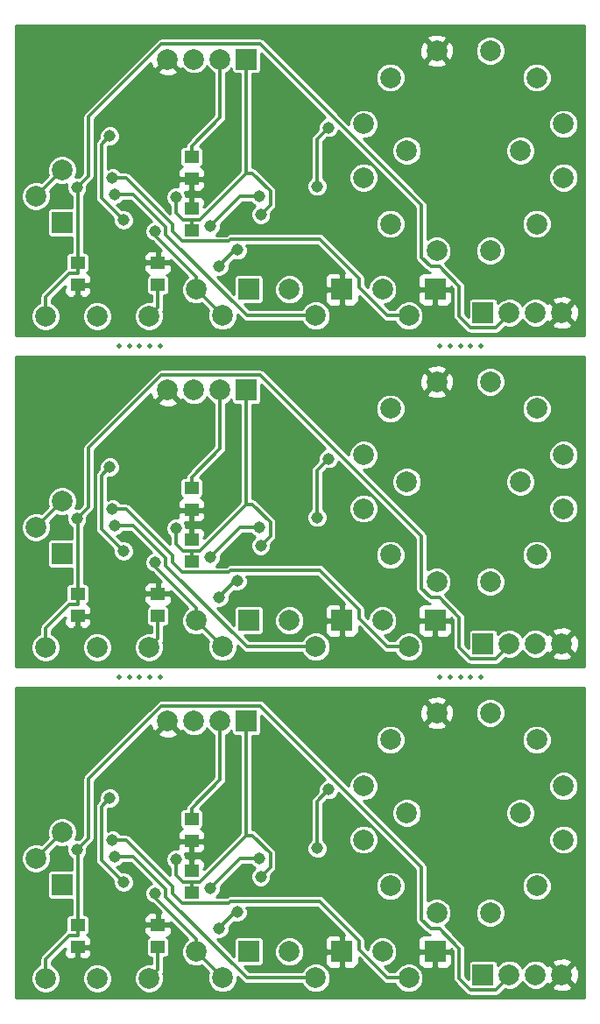
<source format=gbl>
G04 (created by PCBNEW (2013-07-07 BZR 4022)-stable) date 2014-08-04 10:27:05 PM*
%MOIN*%
G04 Gerber Fmt 3.4, Leading zero omitted, Abs format*
%FSLAX34Y34*%
G01*
G70*
G90*
G04 APERTURE LIST*
%ADD10C,0.00590551*%
%ADD11C,0.0787*%
%ADD12R,0.055X0.045*%
%ADD13R,0.0787X0.0787*%
%ADD14C,0.0787402*%
%ADD15C,0.019685*%
%ADD16C,0.045*%
%ADD17C,0.012*%
%ADD18C,0.01*%
G04 APERTURE END LIST*
G54D10*
G54D11*
X13543Y-44330D03*
X11574Y-44330D03*
X15511Y-44330D03*
G54D12*
X17125Y-41074D03*
X17125Y-40224D03*
X17125Y-39106D03*
X17125Y-38256D03*
X15846Y-42291D03*
X15846Y-43141D03*
G54D13*
X19216Y-34547D03*
G54D11*
X18216Y-34547D03*
X17216Y-34547D03*
X16216Y-34547D03*
G54D14*
X23677Y-37011D03*
X24696Y-35248D03*
X26460Y-34228D03*
X28500Y-34228D03*
X30263Y-35248D03*
X31283Y-37011D03*
X29645Y-38031D03*
X25314Y-38031D03*
X23677Y-39051D03*
X24696Y-40814D03*
X26460Y-41834D03*
X28500Y-41834D03*
X30263Y-40814D03*
X31283Y-39051D03*
G54D12*
X12795Y-43141D03*
X12795Y-42291D03*
G54D11*
X18307Y-44307D03*
X17307Y-43307D03*
G54D13*
X19307Y-43307D03*
G54D11*
X21850Y-44307D03*
X20850Y-43307D03*
G54D13*
X22850Y-43307D03*
G54D11*
X25393Y-44307D03*
X24393Y-43307D03*
G54D13*
X26393Y-43307D03*
G54D11*
X11204Y-39763D03*
X12204Y-38763D03*
G54D13*
X12204Y-40763D03*
X28224Y-44192D03*
G54D11*
X29224Y-44192D03*
X30224Y-44192D03*
X31224Y-44192D03*
G54D13*
X28224Y-31594D03*
G54D11*
X29224Y-31594D03*
X30224Y-31594D03*
X31224Y-31594D03*
X11204Y-27165D03*
X12204Y-26165D03*
G54D13*
X12204Y-28165D03*
G54D11*
X25393Y-31708D03*
X24393Y-30708D03*
G54D13*
X26393Y-30708D03*
G54D11*
X21850Y-31708D03*
X20850Y-30708D03*
G54D13*
X22850Y-30708D03*
G54D11*
X18307Y-31708D03*
X17307Y-30708D03*
G54D13*
X19307Y-30708D03*
G54D12*
X12795Y-30543D03*
X12795Y-29693D03*
G54D14*
X23677Y-24413D03*
X24696Y-22649D03*
X26460Y-21629D03*
X28500Y-21629D03*
X30263Y-22649D03*
X31283Y-24413D03*
X29645Y-25433D03*
X25314Y-25433D03*
X23677Y-26452D03*
X24696Y-28216D03*
X26460Y-29236D03*
X28500Y-29236D03*
X30263Y-28216D03*
X31283Y-26452D03*
G54D13*
X19216Y-21948D03*
G54D11*
X18216Y-21948D03*
X17216Y-21948D03*
X16216Y-21948D03*
G54D12*
X15846Y-29693D03*
X15846Y-30543D03*
X17125Y-26507D03*
X17125Y-25657D03*
X17125Y-28476D03*
X17125Y-27626D03*
G54D11*
X13543Y-31732D03*
X11574Y-31732D03*
X15511Y-31732D03*
X13543Y-19133D03*
X11574Y-19133D03*
X15511Y-19133D03*
G54D12*
X17125Y-15877D03*
X17125Y-15027D03*
X17125Y-13909D03*
X17125Y-13059D03*
X15846Y-17094D03*
X15846Y-17944D03*
G54D13*
X19216Y-9350D03*
G54D11*
X18216Y-9350D03*
X17216Y-9350D03*
X16216Y-9350D03*
G54D14*
X23677Y-11814D03*
X24696Y-10051D03*
X26460Y-9031D03*
X28500Y-9031D03*
X30263Y-10051D03*
X31283Y-11814D03*
X29645Y-12834D03*
X25314Y-12834D03*
X23677Y-13854D03*
X24696Y-15618D03*
X26460Y-16637D03*
X28500Y-16637D03*
X30263Y-15618D03*
X31283Y-13854D03*
G54D12*
X12795Y-17944D03*
X12795Y-17094D03*
G54D11*
X18307Y-19110D03*
X17307Y-18110D03*
G54D13*
X19307Y-18110D03*
G54D11*
X21850Y-19110D03*
X20850Y-18110D03*
G54D13*
X22850Y-18110D03*
G54D11*
X25393Y-19110D03*
X24393Y-18110D03*
G54D13*
X26393Y-18110D03*
G54D11*
X11204Y-14566D03*
X12204Y-13566D03*
G54D13*
X12204Y-15566D03*
X28224Y-18996D03*
G54D11*
X29224Y-18996D03*
X30224Y-18996D03*
X31224Y-18996D03*
G54D15*
X14370Y-20275D03*
X14763Y-20275D03*
X15157Y-20275D03*
X15551Y-20275D03*
X15944Y-20275D03*
X26574Y-20275D03*
X26968Y-20275D03*
X27362Y-20275D03*
X27755Y-20275D03*
X28149Y-20275D03*
X14370Y-32874D03*
X14763Y-32874D03*
X15157Y-32874D03*
X15551Y-32874D03*
X15944Y-32874D03*
X26574Y-32874D03*
X26968Y-32874D03*
X27362Y-32874D03*
X27755Y-32874D03*
X28149Y-32874D03*
G54D16*
X12760Y-39428D03*
X12760Y-26829D03*
X12760Y-14231D03*
X16527Y-39801D03*
X19761Y-40455D03*
X19761Y-27857D03*
X16527Y-27202D03*
X16527Y-14604D03*
X19761Y-15259D03*
X14538Y-40671D03*
X14019Y-37473D03*
X17855Y-40907D03*
X19719Y-39771D03*
X19719Y-27172D03*
X17855Y-28308D03*
X14019Y-24874D03*
X14538Y-28072D03*
X14538Y-15474D03*
X14019Y-12276D03*
X17855Y-15710D03*
X19719Y-14574D03*
X15747Y-41095D03*
X15747Y-28497D03*
X15747Y-15898D03*
X18602Y-37893D03*
X12795Y-43700D03*
X12795Y-31102D03*
X18602Y-25295D03*
X18602Y-12696D03*
X12795Y-18503D03*
X21903Y-39382D03*
X22348Y-37148D03*
X22348Y-24550D03*
X21903Y-26783D03*
X21903Y-14185D03*
X22348Y-11951D03*
X18874Y-41812D03*
X18163Y-42441D03*
X18163Y-29842D03*
X18874Y-29214D03*
X18874Y-16615D03*
X18163Y-17244D03*
X14208Y-39693D03*
X14208Y-27094D03*
X14208Y-14496D03*
X14124Y-39071D03*
X14124Y-26472D03*
X14124Y-13874D03*
G54D17*
X13205Y-38983D02*
X12760Y-39428D01*
X13205Y-36744D02*
X13205Y-38983D01*
X15988Y-33961D02*
X13205Y-36744D01*
X19734Y-33961D02*
X15988Y-33961D01*
X25886Y-40113D02*
X19734Y-33961D01*
X25886Y-42097D02*
X25886Y-40113D01*
X26227Y-42438D02*
X25886Y-42097D01*
X26568Y-42438D02*
X26227Y-42438D01*
X27321Y-43190D02*
X26568Y-42438D01*
X27321Y-44341D02*
X27321Y-43190D01*
X27747Y-44766D02*
X27321Y-44341D01*
X28713Y-44766D02*
X27747Y-44766D01*
X29224Y-44255D02*
X28713Y-44766D01*
X29224Y-44192D02*
X29224Y-44255D01*
X12795Y-39462D02*
X12795Y-42291D01*
X12760Y-39428D02*
X12795Y-39462D01*
X11574Y-43606D02*
X11574Y-44330D01*
X12485Y-42696D02*
X11574Y-43606D01*
X12795Y-42696D02*
X12485Y-42696D01*
X12795Y-42291D02*
X12795Y-42696D01*
X12795Y-29693D02*
X12795Y-30098D01*
X12795Y-30098D02*
X12485Y-30098D01*
X12485Y-30098D02*
X11574Y-31008D01*
X11574Y-31008D02*
X11574Y-31732D01*
X12760Y-26829D02*
X12795Y-26863D01*
X12795Y-26863D02*
X12795Y-29693D01*
X29224Y-31594D02*
X29224Y-31656D01*
X29224Y-31656D02*
X28713Y-32168D01*
X28713Y-32168D02*
X27747Y-32168D01*
X27747Y-32168D02*
X27321Y-31742D01*
X27321Y-31742D02*
X27321Y-30592D01*
X27321Y-30592D02*
X26568Y-29839D01*
X26568Y-29839D02*
X26227Y-29839D01*
X26227Y-29839D02*
X25886Y-29498D01*
X25886Y-29498D02*
X25886Y-27515D01*
X25886Y-27515D02*
X19734Y-21363D01*
X19734Y-21363D02*
X15988Y-21363D01*
X15988Y-21363D02*
X13205Y-24146D01*
X13205Y-24146D02*
X13205Y-26384D01*
X13205Y-26384D02*
X12760Y-26829D01*
X13205Y-13786D02*
X12760Y-14231D01*
X13205Y-11547D02*
X13205Y-13786D01*
X15988Y-8765D02*
X13205Y-11547D01*
X19734Y-8765D02*
X15988Y-8765D01*
X25886Y-14916D02*
X19734Y-8765D01*
X25886Y-16900D02*
X25886Y-14916D01*
X26227Y-17241D02*
X25886Y-16900D01*
X26568Y-17241D02*
X26227Y-17241D01*
X27321Y-17994D02*
X26568Y-17241D01*
X27321Y-19144D02*
X27321Y-17994D01*
X27747Y-19569D02*
X27321Y-19144D01*
X28713Y-19569D02*
X27747Y-19569D01*
X29224Y-19058D02*
X28713Y-19569D01*
X29224Y-18996D02*
X29224Y-19058D01*
X12795Y-14265D02*
X12795Y-17094D01*
X12760Y-14231D02*
X12795Y-14265D01*
X11574Y-18410D02*
X11574Y-19133D01*
X12485Y-17499D02*
X11574Y-18410D01*
X12795Y-17499D02*
X12485Y-17499D01*
X12795Y-17094D02*
X12795Y-17499D01*
X17125Y-41074D02*
X17125Y-40669D01*
X16527Y-40383D02*
X16527Y-39801D01*
X16813Y-40669D02*
X16527Y-40383D01*
X17125Y-40669D02*
X16813Y-40669D01*
X20125Y-40092D02*
X19761Y-40455D01*
X20125Y-39575D02*
X20125Y-40092D01*
X19443Y-38894D02*
X20125Y-39575D01*
X19216Y-38894D02*
X19443Y-38894D01*
X19216Y-34547D02*
X19216Y-38894D01*
X17441Y-40669D02*
X17125Y-40669D01*
X19216Y-38894D02*
X17441Y-40669D01*
X19216Y-26296D02*
X17441Y-28071D01*
X17441Y-28071D02*
X17125Y-28071D01*
X19216Y-21948D02*
X19216Y-26296D01*
X19216Y-26296D02*
X19443Y-26296D01*
X19443Y-26296D02*
X20125Y-26977D01*
X20125Y-26977D02*
X20125Y-27493D01*
X20125Y-27493D02*
X19761Y-27857D01*
X17125Y-28071D02*
X16813Y-28071D01*
X16813Y-28071D02*
X16527Y-27784D01*
X16527Y-27784D02*
X16527Y-27202D01*
X17125Y-28476D02*
X17125Y-28071D01*
X17125Y-15877D02*
X17125Y-15472D01*
X16527Y-15186D02*
X16527Y-14604D01*
X16813Y-15472D02*
X16527Y-15186D01*
X17125Y-15472D02*
X16813Y-15472D01*
X20125Y-14895D02*
X19761Y-15259D01*
X20125Y-14378D02*
X20125Y-14895D01*
X19443Y-13697D02*
X20125Y-14378D01*
X19216Y-13697D02*
X19443Y-13697D01*
X19216Y-9350D02*
X19216Y-13697D01*
X17441Y-15472D02*
X17125Y-15472D01*
X19216Y-13697D02*
X17441Y-15472D01*
X13703Y-37789D02*
X14019Y-37473D01*
X13703Y-39836D02*
X13703Y-37789D01*
X14538Y-40671D02*
X13703Y-39836D01*
X19719Y-39771D02*
X19719Y-39771D01*
X18991Y-39771D02*
X19719Y-39771D01*
X17855Y-40907D02*
X18991Y-39771D01*
X17855Y-28308D02*
X18991Y-27172D01*
X18991Y-27172D02*
X19719Y-27172D01*
X19719Y-27172D02*
X19719Y-27172D01*
X14538Y-28072D02*
X13703Y-27238D01*
X13703Y-27238D02*
X13703Y-25190D01*
X13703Y-25190D02*
X14019Y-24874D01*
X13703Y-12592D02*
X14019Y-12276D01*
X13703Y-14639D02*
X13703Y-12592D01*
X14538Y-15474D02*
X13703Y-14639D01*
X19719Y-14574D02*
X19719Y-14574D01*
X18991Y-14574D02*
X19719Y-14574D01*
X17855Y-15710D02*
X18991Y-14574D01*
X17307Y-43307D02*
X18307Y-44307D01*
X17307Y-42825D02*
X17307Y-43307D01*
X15747Y-41265D02*
X17307Y-42825D01*
X15747Y-41095D02*
X15747Y-41265D01*
X15747Y-28497D02*
X15747Y-28666D01*
X15747Y-28666D02*
X17307Y-30227D01*
X17307Y-30227D02*
X17307Y-30708D01*
X17307Y-30708D02*
X18307Y-31708D01*
X17307Y-18110D02*
X18307Y-19110D01*
X17307Y-17628D02*
X17307Y-18110D01*
X15747Y-16068D02*
X17307Y-17628D01*
X15747Y-15898D02*
X15747Y-16068D01*
X15846Y-43996D02*
X15511Y-44330D01*
X15846Y-43141D02*
X15846Y-43996D01*
X15846Y-30543D02*
X15846Y-31397D01*
X15846Y-31397D02*
X15511Y-31732D01*
X15846Y-18799D02*
X15511Y-19133D01*
X15846Y-17944D02*
X15846Y-18799D01*
X18216Y-36760D02*
X18216Y-34547D01*
X17125Y-37850D02*
X18216Y-36760D01*
X17125Y-38256D02*
X17125Y-37850D01*
X17125Y-25657D02*
X17125Y-25252D01*
X17125Y-25252D02*
X18216Y-24162D01*
X18216Y-24162D02*
X18216Y-21948D01*
X18216Y-11563D02*
X18216Y-9350D01*
X17125Y-12654D02*
X18216Y-11563D01*
X17125Y-13059D02*
X17125Y-12654D01*
X17125Y-40224D02*
X17125Y-39106D01*
X12795Y-43141D02*
X12795Y-43700D01*
X14862Y-45078D02*
X14566Y-44783D01*
X30338Y-45078D02*
X14862Y-45078D01*
X31224Y-44192D02*
X30338Y-45078D01*
X31224Y-31594D02*
X30338Y-32480D01*
X30338Y-32480D02*
X14862Y-32480D01*
X14862Y-32480D02*
X14566Y-32185D01*
X12795Y-30543D02*
X12795Y-31102D01*
X17125Y-27626D02*
X17125Y-26507D01*
X17125Y-15027D02*
X17125Y-13909D01*
X12795Y-17944D02*
X12795Y-18503D01*
X14862Y-19881D02*
X14566Y-19586D01*
X30338Y-19881D02*
X14862Y-19881D01*
X31224Y-18996D02*
X30338Y-19881D01*
X21903Y-37593D02*
X22348Y-37148D01*
X21903Y-39382D02*
X21903Y-37593D01*
X21903Y-26783D02*
X21903Y-24995D01*
X21903Y-24995D02*
X22348Y-24550D01*
X21903Y-12396D02*
X22348Y-11951D01*
X21903Y-14185D02*
X21903Y-12396D01*
X18791Y-41812D02*
X18163Y-42441D01*
X18874Y-41812D02*
X18791Y-41812D01*
X18874Y-29214D02*
X18791Y-29214D01*
X18791Y-29214D02*
X18163Y-29842D01*
X18791Y-16615D02*
X18163Y-17244D01*
X18874Y-16615D02*
X18791Y-16615D01*
X14917Y-39693D02*
X14208Y-39693D01*
X16152Y-40927D02*
X14917Y-39693D01*
X16152Y-41221D02*
X16152Y-40927D01*
X19237Y-44307D02*
X16152Y-41221D01*
X21850Y-44307D02*
X19237Y-44307D01*
X21850Y-31708D02*
X19237Y-31708D01*
X19237Y-31708D02*
X16152Y-28623D01*
X16152Y-28623D02*
X16152Y-28329D01*
X16152Y-28329D02*
X14917Y-27094D01*
X14917Y-27094D02*
X14208Y-27094D01*
X14917Y-14496D02*
X14208Y-14496D01*
X16152Y-15731D02*
X14917Y-14496D01*
X16152Y-16024D02*
X16152Y-15731D01*
X19237Y-19110D02*
X16152Y-16024D01*
X21850Y-19110D02*
X19237Y-19110D01*
X14634Y-39071D02*
X14124Y-39071D01*
X16392Y-40828D02*
X14634Y-39071D01*
X16392Y-41103D02*
X16392Y-40828D01*
X16768Y-41479D02*
X16392Y-41103D01*
X18534Y-41479D02*
X16768Y-41479D01*
X18624Y-41389D02*
X18534Y-41479D01*
X22002Y-41389D02*
X18624Y-41389D01*
X23501Y-42888D02*
X22002Y-41389D01*
X23501Y-43229D02*
X23501Y-42888D01*
X24579Y-44307D02*
X23501Y-43229D01*
X25393Y-44307D02*
X24579Y-44307D01*
X25393Y-31708D02*
X24579Y-31708D01*
X24579Y-31708D02*
X23501Y-30631D01*
X23501Y-30631D02*
X23501Y-30290D01*
X23501Y-30290D02*
X22002Y-28791D01*
X22002Y-28791D02*
X18624Y-28791D01*
X18624Y-28791D02*
X18534Y-28881D01*
X18534Y-28881D02*
X16768Y-28881D01*
X16768Y-28881D02*
X16392Y-28504D01*
X16392Y-28504D02*
X16392Y-28230D01*
X16392Y-28230D02*
X14634Y-26472D01*
X14634Y-26472D02*
X14124Y-26472D01*
X14634Y-13874D02*
X14124Y-13874D01*
X16392Y-15631D02*
X14634Y-13874D01*
X16392Y-15906D02*
X16392Y-15631D01*
X16768Y-16282D02*
X16392Y-15906D01*
X18534Y-16282D02*
X16768Y-16282D01*
X18624Y-16192D02*
X18534Y-16282D01*
X22002Y-16192D02*
X18624Y-16192D01*
X23501Y-17691D02*
X22002Y-16192D01*
X23501Y-18032D02*
X23501Y-17691D01*
X24579Y-19110D02*
X23501Y-18032D01*
X25393Y-19110D02*
X24579Y-19110D01*
X12204Y-38763D02*
X11204Y-39763D01*
X12204Y-26165D02*
X11204Y-27165D01*
X12204Y-13566D02*
X11204Y-14566D01*
G54D10*
G36*
X32083Y-19879D02*
X31872Y-19879D01*
X31872Y-19100D01*
X31862Y-18844D01*
X31847Y-18806D01*
X31847Y-13742D01*
X31847Y-11703D01*
X31761Y-11496D01*
X31603Y-11337D01*
X31396Y-11251D01*
X31171Y-11251D01*
X30964Y-11336D01*
X30827Y-11473D01*
X30827Y-9939D01*
X30741Y-9732D01*
X30583Y-9573D01*
X30376Y-9487D01*
X30152Y-9487D01*
X29944Y-9573D01*
X29786Y-9731D01*
X29700Y-9938D01*
X29699Y-10162D01*
X29785Y-10370D01*
X29944Y-10528D01*
X30151Y-10614D01*
X30375Y-10614D01*
X30582Y-10529D01*
X30741Y-10370D01*
X30827Y-10163D01*
X30827Y-9939D01*
X30827Y-11473D01*
X30805Y-11495D01*
X30719Y-11702D01*
X30719Y-11926D01*
X30805Y-12133D01*
X30963Y-12292D01*
X31170Y-12378D01*
X31395Y-12378D01*
X31602Y-12293D01*
X31761Y-12134D01*
X31847Y-11927D01*
X31847Y-11703D01*
X31847Y-13742D01*
X31761Y-13535D01*
X31603Y-13376D01*
X31396Y-13290D01*
X31171Y-13290D01*
X30964Y-13376D01*
X30805Y-13534D01*
X30719Y-13741D01*
X30719Y-13965D01*
X30805Y-14173D01*
X30963Y-14331D01*
X31170Y-14417D01*
X31395Y-14418D01*
X31602Y-14332D01*
X31761Y-14174D01*
X31847Y-13966D01*
X31847Y-13742D01*
X31847Y-18806D01*
X31783Y-18651D01*
X31678Y-18613D01*
X31607Y-18683D01*
X31607Y-18542D01*
X31568Y-18437D01*
X31328Y-18348D01*
X31072Y-18357D01*
X30880Y-18437D01*
X30841Y-18542D01*
X31224Y-18925D01*
X31607Y-18542D01*
X31607Y-18683D01*
X31295Y-18996D01*
X31678Y-19378D01*
X31783Y-19340D01*
X31872Y-19100D01*
X31872Y-19879D01*
X31607Y-19879D01*
X31607Y-19449D01*
X31224Y-19066D01*
X31153Y-19137D01*
X31153Y-18996D01*
X30827Y-18669D01*
X30827Y-15506D01*
X30741Y-15299D01*
X30583Y-15140D01*
X30376Y-15054D01*
X30209Y-15054D01*
X30209Y-12723D01*
X30123Y-12515D01*
X29965Y-12357D01*
X29758Y-12271D01*
X29534Y-12270D01*
X29326Y-12356D01*
X29168Y-12514D01*
X29082Y-12722D01*
X29081Y-12946D01*
X29167Y-13153D01*
X29325Y-13312D01*
X29533Y-13398D01*
X29757Y-13398D01*
X29964Y-13312D01*
X30123Y-13154D01*
X30209Y-12947D01*
X30209Y-12723D01*
X30209Y-15054D01*
X30152Y-15054D01*
X29944Y-15139D01*
X29786Y-15298D01*
X29700Y-15505D01*
X29699Y-15729D01*
X29785Y-15937D01*
X29944Y-16095D01*
X30151Y-16181D01*
X30375Y-16181D01*
X30582Y-16096D01*
X30741Y-15937D01*
X30827Y-15730D01*
X30827Y-15506D01*
X30827Y-18669D01*
X30770Y-18613D01*
X30674Y-18648D01*
X30544Y-18518D01*
X30336Y-18432D01*
X30112Y-18432D01*
X29905Y-18518D01*
X29746Y-18676D01*
X29724Y-18730D01*
X29702Y-18677D01*
X29544Y-18518D01*
X29336Y-18432D01*
X29112Y-18432D01*
X29063Y-18452D01*
X29063Y-16526D01*
X29063Y-8919D01*
X28978Y-8712D01*
X28819Y-8553D01*
X28612Y-8467D01*
X28388Y-8467D01*
X28181Y-8553D01*
X28022Y-8711D01*
X27936Y-8918D01*
X27936Y-9143D01*
X28021Y-9350D01*
X28180Y-9509D01*
X28387Y-9595D01*
X28611Y-9595D01*
X28818Y-9509D01*
X28977Y-9351D01*
X29063Y-9144D01*
X29063Y-8919D01*
X29063Y-16526D01*
X28978Y-16318D01*
X28819Y-16160D01*
X28612Y-16074D01*
X28388Y-16073D01*
X28181Y-16159D01*
X28022Y-16318D01*
X27936Y-16525D01*
X27936Y-16749D01*
X28021Y-16956D01*
X28180Y-17115D01*
X28387Y-17201D01*
X28611Y-17201D01*
X28818Y-17115D01*
X28977Y-16957D01*
X29063Y-16750D01*
X29063Y-16526D01*
X29063Y-18452D01*
X28905Y-18518D01*
X28787Y-18635D01*
X28787Y-18568D01*
X28762Y-18506D01*
X28714Y-18458D01*
X28651Y-18432D01*
X28584Y-18432D01*
X27797Y-18432D01*
X27734Y-18458D01*
X27686Y-18506D01*
X27660Y-18568D01*
X27660Y-18636D01*
X27660Y-19158D01*
X27551Y-19049D01*
X27551Y-17994D01*
X27534Y-17906D01*
X27534Y-17906D01*
X27484Y-17831D01*
X27108Y-17455D01*
X27108Y-9135D01*
X27099Y-8879D01*
X27019Y-8687D01*
X26914Y-8648D01*
X26843Y-8719D01*
X26843Y-8577D01*
X26804Y-8472D01*
X26564Y-8383D01*
X26308Y-8392D01*
X26116Y-8472D01*
X26077Y-8577D01*
X26460Y-8960D01*
X26843Y-8577D01*
X26843Y-8719D01*
X26531Y-9031D01*
X26914Y-9414D01*
X27019Y-9375D01*
X27108Y-9135D01*
X27108Y-17455D01*
X26771Y-17119D01*
X26779Y-17115D01*
X26938Y-16957D01*
X27024Y-16750D01*
X27024Y-16526D01*
X26938Y-16318D01*
X26843Y-16223D01*
X26843Y-9485D01*
X26460Y-9102D01*
X26389Y-9172D01*
X26389Y-9031D01*
X26006Y-8648D01*
X25901Y-8687D01*
X25812Y-8927D01*
X25822Y-9183D01*
X25901Y-9375D01*
X26006Y-9414D01*
X26389Y-9031D01*
X26389Y-9172D01*
X26077Y-9485D01*
X26116Y-9590D01*
X26356Y-9679D01*
X26612Y-9670D01*
X26804Y-9590D01*
X26843Y-9485D01*
X26843Y-16223D01*
X26780Y-16160D01*
X26573Y-16074D01*
X26348Y-16073D01*
X26141Y-16159D01*
X26116Y-16184D01*
X26116Y-14916D01*
X26116Y-14916D01*
X26116Y-14916D01*
X26099Y-14828D01*
X26049Y-14754D01*
X26049Y-14754D01*
X25878Y-14583D01*
X25878Y-12723D01*
X25793Y-12515D01*
X25634Y-12357D01*
X25427Y-12271D01*
X25260Y-12270D01*
X25260Y-9939D01*
X25175Y-9732D01*
X25016Y-9573D01*
X24809Y-9487D01*
X24585Y-9487D01*
X24377Y-9573D01*
X24219Y-9731D01*
X24133Y-9938D01*
X24133Y-10162D01*
X24218Y-10370D01*
X24377Y-10528D01*
X24584Y-10614D01*
X24808Y-10614D01*
X25015Y-10529D01*
X25174Y-10370D01*
X25260Y-10163D01*
X25260Y-9939D01*
X25260Y-12270D01*
X25203Y-12270D01*
X24996Y-12356D01*
X24837Y-12514D01*
X24751Y-12722D01*
X24751Y-12946D01*
X24836Y-13153D01*
X24995Y-13312D01*
X25202Y-13398D01*
X25426Y-13398D01*
X25633Y-13312D01*
X25792Y-13154D01*
X25878Y-12947D01*
X25878Y-12723D01*
X25878Y-14583D01*
X23673Y-12378D01*
X23788Y-12378D01*
X23996Y-12293D01*
X24154Y-12134D01*
X24240Y-11927D01*
X24240Y-11703D01*
X24155Y-11496D01*
X23996Y-11337D01*
X23789Y-11251D01*
X23565Y-11251D01*
X23358Y-11336D01*
X23199Y-11495D01*
X23113Y-11702D01*
X23113Y-11818D01*
X19897Y-8602D01*
X19822Y-8552D01*
X19734Y-8535D01*
X15988Y-8535D01*
X15900Y-8552D01*
X15825Y-8602D01*
X13043Y-11385D01*
X12993Y-11459D01*
X12975Y-11547D01*
X12975Y-13691D01*
X12830Y-13836D01*
X12703Y-13836D01*
X12768Y-13679D01*
X12768Y-13455D01*
X12682Y-13248D01*
X12524Y-13089D01*
X12317Y-13003D01*
X12093Y-13003D01*
X11885Y-13088D01*
X11727Y-13247D01*
X11641Y-13454D01*
X11641Y-13678D01*
X11678Y-13768D01*
X11406Y-14040D01*
X11317Y-14003D01*
X11093Y-14003D01*
X10885Y-14088D01*
X10727Y-14247D01*
X10641Y-14454D01*
X10641Y-14678D01*
X10726Y-14885D01*
X10885Y-15044D01*
X11092Y-15130D01*
X11316Y-15130D01*
X11523Y-15044D01*
X11682Y-14886D01*
X11768Y-14679D01*
X11768Y-14455D01*
X11731Y-14365D01*
X12003Y-14093D01*
X12092Y-14130D01*
X12316Y-14130D01*
X12387Y-14101D01*
X12366Y-14152D01*
X12365Y-14309D01*
X12425Y-14454D01*
X12536Y-14565D01*
X12565Y-14577D01*
X12565Y-15003D01*
X12564Y-15003D01*
X11777Y-15003D01*
X11715Y-15029D01*
X11667Y-15077D01*
X11641Y-15139D01*
X11641Y-15207D01*
X11641Y-15994D01*
X11667Y-16056D01*
X11714Y-16104D01*
X11777Y-16130D01*
X11844Y-16130D01*
X12565Y-16130D01*
X12565Y-16699D01*
X12486Y-16699D01*
X12424Y-16725D01*
X12376Y-16773D01*
X12350Y-16835D01*
X12350Y-16903D01*
X12350Y-17318D01*
X12322Y-17337D01*
X11412Y-18247D01*
X11362Y-18322D01*
X11344Y-18410D01*
X11344Y-18619D01*
X11256Y-18655D01*
X11097Y-18814D01*
X11011Y-19021D01*
X11011Y-19245D01*
X11096Y-19452D01*
X11255Y-19611D01*
X11462Y-19697D01*
X11686Y-19697D01*
X11893Y-19611D01*
X12052Y-19453D01*
X12138Y-19246D01*
X12138Y-19022D01*
X12052Y-18815D01*
X11894Y-18656D01*
X11804Y-18619D01*
X11804Y-18505D01*
X12315Y-17994D01*
X12332Y-17994D01*
X12270Y-18057D01*
X12270Y-18219D01*
X12308Y-18311D01*
X12378Y-18381D01*
X12470Y-18419D01*
X12569Y-18419D01*
X12682Y-18419D01*
X12745Y-18357D01*
X12745Y-17994D01*
X12737Y-17994D01*
X12737Y-17894D01*
X12745Y-17894D01*
X12745Y-17886D01*
X12845Y-17886D01*
X12845Y-17894D01*
X13257Y-17894D01*
X13320Y-17832D01*
X13320Y-17670D01*
X13282Y-17578D01*
X13212Y-17507D01*
X13136Y-17476D01*
X13166Y-17463D01*
X13214Y-17416D01*
X13240Y-17353D01*
X13240Y-17286D01*
X13240Y-16836D01*
X13214Y-16773D01*
X13166Y-16725D01*
X13104Y-16699D01*
X13036Y-16699D01*
X13025Y-16699D01*
X13025Y-14525D01*
X13095Y-14455D01*
X13155Y-14310D01*
X13156Y-14161D01*
X13368Y-13949D01*
X13368Y-13949D01*
X13368Y-13949D01*
X13418Y-13874D01*
X13435Y-13786D01*
X13435Y-13786D01*
X13435Y-13786D01*
X13435Y-11642D01*
X15578Y-9500D01*
X15578Y-9502D01*
X15657Y-9694D01*
X15762Y-9733D01*
X16145Y-9350D01*
X16140Y-9344D01*
X16210Y-9274D01*
X16216Y-9279D01*
X16222Y-9274D01*
X16292Y-9344D01*
X16287Y-9350D01*
X16670Y-9733D01*
X16766Y-9697D01*
X16896Y-9827D01*
X17103Y-9913D01*
X17328Y-9913D01*
X17535Y-9828D01*
X17693Y-9670D01*
X17716Y-9615D01*
X17738Y-9669D01*
X17896Y-9827D01*
X17986Y-9865D01*
X17986Y-11468D01*
X16963Y-12491D01*
X16913Y-12566D01*
X16895Y-12654D01*
X16895Y-12664D01*
X16817Y-12664D01*
X16754Y-12690D01*
X16706Y-12737D01*
X16681Y-12800D01*
X16680Y-12867D01*
X16680Y-13317D01*
X16706Y-13380D01*
X16754Y-13428D01*
X16785Y-13440D01*
X16709Y-13472D01*
X16638Y-13542D01*
X16600Y-13634D01*
X16600Y-13796D01*
X16663Y-13859D01*
X17075Y-13859D01*
X17075Y-13851D01*
X17175Y-13851D01*
X17175Y-13859D01*
X17588Y-13859D01*
X17650Y-13796D01*
X17651Y-13634D01*
X17613Y-13542D01*
X17542Y-13472D01*
X17466Y-13440D01*
X17497Y-13428D01*
X17545Y-13380D01*
X17570Y-13318D01*
X17571Y-13250D01*
X17571Y-12800D01*
X17545Y-12738D01*
X17497Y-12690D01*
X17439Y-12666D01*
X18379Y-11726D01*
X18379Y-11726D01*
X18379Y-11726D01*
X18429Y-11651D01*
X18446Y-11563D01*
X18446Y-9865D01*
X18535Y-9828D01*
X18653Y-9710D01*
X18653Y-9777D01*
X18678Y-9840D01*
X18726Y-9887D01*
X18789Y-9913D01*
X18856Y-9913D01*
X18986Y-9913D01*
X18986Y-13602D01*
X17651Y-14937D01*
X17611Y-14977D01*
X17588Y-14977D01*
X17650Y-14915D01*
X17651Y-14753D01*
X17651Y-14183D01*
X17650Y-14021D01*
X17588Y-13959D01*
X17175Y-13959D01*
X17175Y-14321D01*
X17238Y-14384D01*
X17351Y-14384D01*
X17450Y-14384D01*
X17542Y-14346D01*
X17613Y-14275D01*
X17651Y-14183D01*
X17651Y-14753D01*
X17613Y-14661D01*
X17542Y-14590D01*
X17450Y-14552D01*
X17351Y-14552D01*
X17238Y-14552D01*
X17175Y-14615D01*
X17175Y-14977D01*
X17183Y-14977D01*
X17183Y-15077D01*
X17175Y-15077D01*
X17175Y-15085D01*
X17075Y-15085D01*
X17075Y-15077D01*
X17068Y-15077D01*
X17068Y-14977D01*
X17075Y-14977D01*
X17075Y-14615D01*
X17013Y-14552D01*
X16922Y-14552D01*
X16922Y-14526D01*
X16864Y-14384D01*
X16900Y-14384D01*
X17013Y-14384D01*
X17075Y-14321D01*
X17075Y-13959D01*
X16663Y-13959D01*
X16600Y-14021D01*
X16600Y-14183D01*
X16612Y-14211D01*
X16606Y-14209D01*
X16599Y-14209D01*
X16599Y-9804D01*
X16216Y-9421D01*
X15833Y-9804D01*
X15872Y-9909D01*
X16112Y-9998D01*
X16368Y-9988D01*
X16560Y-9909D01*
X16599Y-9804D01*
X16599Y-14209D01*
X16449Y-14209D01*
X16304Y-14269D01*
X16193Y-14380D01*
X16132Y-14525D01*
X16132Y-14682D01*
X16192Y-14827D01*
X16297Y-14933D01*
X16297Y-15186D01*
X16304Y-15218D01*
X14797Y-13711D01*
X14722Y-13661D01*
X14634Y-13644D01*
X14452Y-13644D01*
X14348Y-13539D01*
X14202Y-13479D01*
X14045Y-13479D01*
X13933Y-13525D01*
X13933Y-12687D01*
X13949Y-12671D01*
X14097Y-12671D01*
X14242Y-12611D01*
X14354Y-12500D01*
X14414Y-12355D01*
X14414Y-12198D01*
X14354Y-12052D01*
X14243Y-11941D01*
X14098Y-11881D01*
X13941Y-11881D01*
X13795Y-11941D01*
X13684Y-12052D01*
X13624Y-12197D01*
X13624Y-12346D01*
X13540Y-12429D01*
X13490Y-12504D01*
X13473Y-12592D01*
X13473Y-14639D01*
X13490Y-14727D01*
X13540Y-14802D01*
X14143Y-15404D01*
X14143Y-15552D01*
X14203Y-15697D01*
X14314Y-15809D01*
X14459Y-15869D01*
X14616Y-15869D01*
X14761Y-15809D01*
X14872Y-15698D01*
X14933Y-15553D01*
X14933Y-15396D01*
X14873Y-15250D01*
X14762Y-15139D01*
X14617Y-15079D01*
X14468Y-15079D01*
X14280Y-14891D01*
X14286Y-14891D01*
X14432Y-14831D01*
X14537Y-14726D01*
X14822Y-14726D01*
X15619Y-15524D01*
X15523Y-15563D01*
X15412Y-15674D01*
X15352Y-15820D01*
X15351Y-15977D01*
X15411Y-16122D01*
X15523Y-16233D01*
X15632Y-16278D01*
X15972Y-16619D01*
X15958Y-16619D01*
X15896Y-16682D01*
X15896Y-17044D01*
X16308Y-17044D01*
X16353Y-17000D01*
X16986Y-17633D01*
X16829Y-17790D01*
X16743Y-17997D01*
X16743Y-18221D01*
X16829Y-18429D01*
X16987Y-18587D01*
X17194Y-18673D01*
X17418Y-18673D01*
X17508Y-18636D01*
X17780Y-18908D01*
X17743Y-18997D01*
X17743Y-19221D01*
X17829Y-19429D01*
X17987Y-19587D01*
X18194Y-19673D01*
X18418Y-19673D01*
X18625Y-19588D01*
X18784Y-19429D01*
X18870Y-19222D01*
X18870Y-19068D01*
X19074Y-19272D01*
X19074Y-19272D01*
X19149Y-19322D01*
X19237Y-19340D01*
X19237Y-19340D01*
X19237Y-19340D01*
X21335Y-19340D01*
X21372Y-19429D01*
X21530Y-19587D01*
X21737Y-19673D01*
X21961Y-19673D01*
X22169Y-19588D01*
X22327Y-19429D01*
X22413Y-19222D01*
X22413Y-18998D01*
X22328Y-18791D01*
X22170Y-18632D01*
X21962Y-18546D01*
X21738Y-18546D01*
X21531Y-18632D01*
X21413Y-18749D01*
X21413Y-17998D01*
X21328Y-17791D01*
X21170Y-17632D01*
X20962Y-17546D01*
X20738Y-17546D01*
X20531Y-17632D01*
X20372Y-17790D01*
X20286Y-17997D01*
X20286Y-18221D01*
X20372Y-18429D01*
X20530Y-18587D01*
X20737Y-18673D01*
X20961Y-18673D01*
X21169Y-18588D01*
X21327Y-18429D01*
X21413Y-18222D01*
X21413Y-17998D01*
X21413Y-18749D01*
X21372Y-18790D01*
X21335Y-18880D01*
X19332Y-18880D01*
X19126Y-18673D01*
X19734Y-18673D01*
X19796Y-18647D01*
X19844Y-18600D01*
X19870Y-18537D01*
X19870Y-18470D01*
X19870Y-17683D01*
X19844Y-17620D01*
X19797Y-17572D01*
X19734Y-17546D01*
X19666Y-17546D01*
X18879Y-17546D01*
X18817Y-17572D01*
X18769Y-17620D01*
X18743Y-17682D01*
X18743Y-17750D01*
X18743Y-18291D01*
X18092Y-17639D01*
X18241Y-17639D01*
X18386Y-17579D01*
X18497Y-17468D01*
X18558Y-17323D01*
X18558Y-17174D01*
X18743Y-16989D01*
X18795Y-17010D01*
X18952Y-17011D01*
X19097Y-16951D01*
X19208Y-16840D01*
X19268Y-16694D01*
X19269Y-16537D01*
X19221Y-16422D01*
X21907Y-16422D01*
X22957Y-17472D01*
X22900Y-17529D01*
X22900Y-18060D01*
X22908Y-18060D01*
X22908Y-18160D01*
X22900Y-18160D01*
X22900Y-18691D01*
X22962Y-18753D01*
X23293Y-18753D01*
X23385Y-18715D01*
X23455Y-18645D01*
X23493Y-18553D01*
X23493Y-18454D01*
X23493Y-18350D01*
X24416Y-19272D01*
X24416Y-19272D01*
X24491Y-19322D01*
X24491Y-19322D01*
X24579Y-19340D01*
X24879Y-19340D01*
X24915Y-19429D01*
X25074Y-19587D01*
X25281Y-19673D01*
X25505Y-19673D01*
X25712Y-19588D01*
X25871Y-19429D01*
X25957Y-19222D01*
X25957Y-18998D01*
X25871Y-18791D01*
X25713Y-18632D01*
X25506Y-18546D01*
X25282Y-18546D01*
X25260Y-18555D01*
X25260Y-15506D01*
X25175Y-15299D01*
X25016Y-15140D01*
X24809Y-15054D01*
X24585Y-15054D01*
X24377Y-15139D01*
X24240Y-15276D01*
X24240Y-13742D01*
X24155Y-13535D01*
X23996Y-13376D01*
X23789Y-13290D01*
X23565Y-13290D01*
X23358Y-13376D01*
X23199Y-13534D01*
X23113Y-13741D01*
X23113Y-13965D01*
X23199Y-14173D01*
X23357Y-14331D01*
X23564Y-14417D01*
X23788Y-14418D01*
X23996Y-14332D01*
X24154Y-14174D01*
X24240Y-13966D01*
X24240Y-13742D01*
X24240Y-15276D01*
X24219Y-15298D01*
X24133Y-15505D01*
X24133Y-15729D01*
X24218Y-15937D01*
X24377Y-16095D01*
X24584Y-16181D01*
X24808Y-16181D01*
X25015Y-16096D01*
X25174Y-15937D01*
X25260Y-15730D01*
X25260Y-15506D01*
X25260Y-18555D01*
X25074Y-18632D01*
X24916Y-18790D01*
X24879Y-18880D01*
X24674Y-18880D01*
X24468Y-18673D01*
X24505Y-18673D01*
X24712Y-18588D01*
X24871Y-18429D01*
X24957Y-18222D01*
X24957Y-17998D01*
X24871Y-17791D01*
X24713Y-17632D01*
X24506Y-17546D01*
X24282Y-17546D01*
X24074Y-17632D01*
X23916Y-17790D01*
X23830Y-17997D01*
X23830Y-18035D01*
X23731Y-17937D01*
X23731Y-17691D01*
X23714Y-17603D01*
X23714Y-17603D01*
X23664Y-17529D01*
X22165Y-16030D01*
X22091Y-15980D01*
X22002Y-15962D01*
X18624Y-15962D01*
X18536Y-15980D01*
X18461Y-16030D01*
X18439Y-16052D01*
X18061Y-16052D01*
X18079Y-16045D01*
X18190Y-15934D01*
X18250Y-15789D01*
X18250Y-15640D01*
X19087Y-14804D01*
X19391Y-14804D01*
X19495Y-14908D01*
X19536Y-14925D01*
X19426Y-15034D01*
X19366Y-15180D01*
X19366Y-15337D01*
X19426Y-15482D01*
X19537Y-15593D01*
X19682Y-15653D01*
X19839Y-15654D01*
X19984Y-15594D01*
X20095Y-15483D01*
X20156Y-15337D01*
X20156Y-15189D01*
X20287Y-15057D01*
X20337Y-14983D01*
X20337Y-14983D01*
X20355Y-14895D01*
X20355Y-14378D01*
X20337Y-14290D01*
X20287Y-14216D01*
X20287Y-14216D01*
X19606Y-13534D01*
X19531Y-13485D01*
X19446Y-13468D01*
X19446Y-9913D01*
X19643Y-9913D01*
X19706Y-9888D01*
X19754Y-9840D01*
X19780Y-9777D01*
X19780Y-9710D01*
X19780Y-9135D01*
X22221Y-11576D01*
X22125Y-11616D01*
X22014Y-11727D01*
X21953Y-11872D01*
X21953Y-12021D01*
X21741Y-12233D01*
X21691Y-12308D01*
X21673Y-12396D01*
X21673Y-13856D01*
X21569Y-13961D01*
X21509Y-14106D01*
X21508Y-14263D01*
X21568Y-14408D01*
X21679Y-14519D01*
X21825Y-14580D01*
X21982Y-14580D01*
X22127Y-14520D01*
X22238Y-14409D01*
X22298Y-14264D01*
X22299Y-14107D01*
X22239Y-13961D01*
X22133Y-13856D01*
X22133Y-12491D01*
X22279Y-12346D01*
X22426Y-12346D01*
X22572Y-12286D01*
X22683Y-12175D01*
X22723Y-12079D01*
X25656Y-15012D01*
X25656Y-16900D01*
X25674Y-16988D01*
X25724Y-17062D01*
X26065Y-17403D01*
X26139Y-17453D01*
X26139Y-17453D01*
X26205Y-17466D01*
X25950Y-17466D01*
X25858Y-17504D01*
X25788Y-17574D01*
X25750Y-17666D01*
X25750Y-17766D01*
X25750Y-17997D01*
X25812Y-18060D01*
X26343Y-18060D01*
X26343Y-18052D01*
X26443Y-18052D01*
X26443Y-18060D01*
X26974Y-18060D01*
X27018Y-18016D01*
X27091Y-18089D01*
X27091Y-19144D01*
X27109Y-19232D01*
X27159Y-19307D01*
X27584Y-19732D01*
X27584Y-19732D01*
X27659Y-19782D01*
X27659Y-19782D01*
X27747Y-19799D01*
X28713Y-19799D01*
X28801Y-19782D01*
X28801Y-19782D01*
X28875Y-19732D01*
X29067Y-19540D01*
X29111Y-19559D01*
X29336Y-19559D01*
X29543Y-19474D01*
X29701Y-19315D01*
X29724Y-19261D01*
X29746Y-19314D01*
X29904Y-19473D01*
X30111Y-19559D01*
X30336Y-19559D01*
X30543Y-19474D01*
X30674Y-19343D01*
X30770Y-19378D01*
X31153Y-18996D01*
X31153Y-19137D01*
X30841Y-19449D01*
X30880Y-19554D01*
X31120Y-19643D01*
X31376Y-19634D01*
X31568Y-19554D01*
X31607Y-19449D01*
X31607Y-19879D01*
X27037Y-19879D01*
X27037Y-18454D01*
X27037Y-18222D01*
X26974Y-18160D01*
X26443Y-18160D01*
X26443Y-18691D01*
X26506Y-18753D01*
X26836Y-18753D01*
X26928Y-18715D01*
X26999Y-18645D01*
X27037Y-18553D01*
X27037Y-18454D01*
X27037Y-19879D01*
X26343Y-19879D01*
X26343Y-18691D01*
X26343Y-18160D01*
X25812Y-18160D01*
X25750Y-18222D01*
X25750Y-18454D01*
X25750Y-18553D01*
X25788Y-18645D01*
X25858Y-18715D01*
X25950Y-18753D01*
X26281Y-18753D01*
X26343Y-18691D01*
X26343Y-19879D01*
X22800Y-19879D01*
X22800Y-18691D01*
X22800Y-18160D01*
X22800Y-18060D01*
X22800Y-17529D01*
X22737Y-17466D01*
X22407Y-17466D01*
X22315Y-17504D01*
X22245Y-17574D01*
X22206Y-17666D01*
X22206Y-17766D01*
X22206Y-17997D01*
X22269Y-18060D01*
X22800Y-18060D01*
X22800Y-18160D01*
X22269Y-18160D01*
X22206Y-18222D01*
X22206Y-18454D01*
X22206Y-18553D01*
X22245Y-18645D01*
X22315Y-18715D01*
X22407Y-18753D01*
X22737Y-18753D01*
X22800Y-18691D01*
X22800Y-19879D01*
X16371Y-19879D01*
X16371Y-17369D01*
X16371Y-17207D01*
X16308Y-17144D01*
X15896Y-17144D01*
X15896Y-17152D01*
X15796Y-17152D01*
X15796Y-17144D01*
X15796Y-17044D01*
X15796Y-16682D01*
X15733Y-16619D01*
X15620Y-16619D01*
X15521Y-16619D01*
X15429Y-16657D01*
X15359Y-16728D01*
X15321Y-16820D01*
X15321Y-16982D01*
X15383Y-17044D01*
X15796Y-17044D01*
X15796Y-17144D01*
X15383Y-17144D01*
X15321Y-17207D01*
X15321Y-17369D01*
X15359Y-17461D01*
X15429Y-17531D01*
X15505Y-17562D01*
X15475Y-17575D01*
X15427Y-17623D01*
X15401Y-17685D01*
X15401Y-17753D01*
X15401Y-18203D01*
X15427Y-18265D01*
X15475Y-18313D01*
X15537Y-18339D01*
X15605Y-18339D01*
X15616Y-18339D01*
X15616Y-18570D01*
X15400Y-18570D01*
X15193Y-18655D01*
X15034Y-18814D01*
X14948Y-19021D01*
X14948Y-19245D01*
X15033Y-19452D01*
X15192Y-19611D01*
X15399Y-19697D01*
X15623Y-19697D01*
X15830Y-19611D01*
X15989Y-19453D01*
X16075Y-19246D01*
X16075Y-19022D01*
X16034Y-18923D01*
X16058Y-18887D01*
X16058Y-18887D01*
X16076Y-18799D01*
X16076Y-18339D01*
X16155Y-18339D01*
X16217Y-18313D01*
X16265Y-18266D01*
X16291Y-18203D01*
X16291Y-18136D01*
X16291Y-17686D01*
X16265Y-17623D01*
X16217Y-17575D01*
X16187Y-17562D01*
X16263Y-17531D01*
X16333Y-17461D01*
X16371Y-17369D01*
X16371Y-19879D01*
X14106Y-19879D01*
X14106Y-19022D01*
X14021Y-18815D01*
X13862Y-18656D01*
X13655Y-18570D01*
X13431Y-18570D01*
X13320Y-18616D01*
X13320Y-18219D01*
X13320Y-18057D01*
X13257Y-17994D01*
X12845Y-17994D01*
X12845Y-18357D01*
X12907Y-18419D01*
X13020Y-18419D01*
X13120Y-18419D01*
X13212Y-18381D01*
X13282Y-18311D01*
X13320Y-18219D01*
X13320Y-18616D01*
X13224Y-18655D01*
X13065Y-18814D01*
X12979Y-19021D01*
X12979Y-19245D01*
X13065Y-19452D01*
X13223Y-19611D01*
X13430Y-19697D01*
X13654Y-19697D01*
X13862Y-19611D01*
X14020Y-19453D01*
X14106Y-19246D01*
X14106Y-19022D01*
X14106Y-19879D01*
X12745Y-19879D01*
X12598Y-19879D01*
X10435Y-19879D01*
X10435Y-8073D01*
X12598Y-8073D01*
X32083Y-8073D01*
X32083Y-19879D01*
X32083Y-19879D01*
G37*
G54D18*
X32083Y-19879D02*
X31872Y-19879D01*
X31872Y-19100D01*
X31862Y-18844D01*
X31847Y-18806D01*
X31847Y-13742D01*
X31847Y-11703D01*
X31761Y-11496D01*
X31603Y-11337D01*
X31396Y-11251D01*
X31171Y-11251D01*
X30964Y-11336D01*
X30827Y-11473D01*
X30827Y-9939D01*
X30741Y-9732D01*
X30583Y-9573D01*
X30376Y-9487D01*
X30152Y-9487D01*
X29944Y-9573D01*
X29786Y-9731D01*
X29700Y-9938D01*
X29699Y-10162D01*
X29785Y-10370D01*
X29944Y-10528D01*
X30151Y-10614D01*
X30375Y-10614D01*
X30582Y-10529D01*
X30741Y-10370D01*
X30827Y-10163D01*
X30827Y-9939D01*
X30827Y-11473D01*
X30805Y-11495D01*
X30719Y-11702D01*
X30719Y-11926D01*
X30805Y-12133D01*
X30963Y-12292D01*
X31170Y-12378D01*
X31395Y-12378D01*
X31602Y-12293D01*
X31761Y-12134D01*
X31847Y-11927D01*
X31847Y-11703D01*
X31847Y-13742D01*
X31761Y-13535D01*
X31603Y-13376D01*
X31396Y-13290D01*
X31171Y-13290D01*
X30964Y-13376D01*
X30805Y-13534D01*
X30719Y-13741D01*
X30719Y-13965D01*
X30805Y-14173D01*
X30963Y-14331D01*
X31170Y-14417D01*
X31395Y-14418D01*
X31602Y-14332D01*
X31761Y-14174D01*
X31847Y-13966D01*
X31847Y-13742D01*
X31847Y-18806D01*
X31783Y-18651D01*
X31678Y-18613D01*
X31607Y-18683D01*
X31607Y-18542D01*
X31568Y-18437D01*
X31328Y-18348D01*
X31072Y-18357D01*
X30880Y-18437D01*
X30841Y-18542D01*
X31224Y-18925D01*
X31607Y-18542D01*
X31607Y-18683D01*
X31295Y-18996D01*
X31678Y-19378D01*
X31783Y-19340D01*
X31872Y-19100D01*
X31872Y-19879D01*
X31607Y-19879D01*
X31607Y-19449D01*
X31224Y-19066D01*
X31153Y-19137D01*
X31153Y-18996D01*
X30827Y-18669D01*
X30827Y-15506D01*
X30741Y-15299D01*
X30583Y-15140D01*
X30376Y-15054D01*
X30209Y-15054D01*
X30209Y-12723D01*
X30123Y-12515D01*
X29965Y-12357D01*
X29758Y-12271D01*
X29534Y-12270D01*
X29326Y-12356D01*
X29168Y-12514D01*
X29082Y-12722D01*
X29081Y-12946D01*
X29167Y-13153D01*
X29325Y-13312D01*
X29533Y-13398D01*
X29757Y-13398D01*
X29964Y-13312D01*
X30123Y-13154D01*
X30209Y-12947D01*
X30209Y-12723D01*
X30209Y-15054D01*
X30152Y-15054D01*
X29944Y-15139D01*
X29786Y-15298D01*
X29700Y-15505D01*
X29699Y-15729D01*
X29785Y-15937D01*
X29944Y-16095D01*
X30151Y-16181D01*
X30375Y-16181D01*
X30582Y-16096D01*
X30741Y-15937D01*
X30827Y-15730D01*
X30827Y-15506D01*
X30827Y-18669D01*
X30770Y-18613D01*
X30674Y-18648D01*
X30544Y-18518D01*
X30336Y-18432D01*
X30112Y-18432D01*
X29905Y-18518D01*
X29746Y-18676D01*
X29724Y-18730D01*
X29702Y-18677D01*
X29544Y-18518D01*
X29336Y-18432D01*
X29112Y-18432D01*
X29063Y-18452D01*
X29063Y-16526D01*
X29063Y-8919D01*
X28978Y-8712D01*
X28819Y-8553D01*
X28612Y-8467D01*
X28388Y-8467D01*
X28181Y-8553D01*
X28022Y-8711D01*
X27936Y-8918D01*
X27936Y-9143D01*
X28021Y-9350D01*
X28180Y-9509D01*
X28387Y-9595D01*
X28611Y-9595D01*
X28818Y-9509D01*
X28977Y-9351D01*
X29063Y-9144D01*
X29063Y-8919D01*
X29063Y-16526D01*
X28978Y-16318D01*
X28819Y-16160D01*
X28612Y-16074D01*
X28388Y-16073D01*
X28181Y-16159D01*
X28022Y-16318D01*
X27936Y-16525D01*
X27936Y-16749D01*
X28021Y-16956D01*
X28180Y-17115D01*
X28387Y-17201D01*
X28611Y-17201D01*
X28818Y-17115D01*
X28977Y-16957D01*
X29063Y-16750D01*
X29063Y-16526D01*
X29063Y-18452D01*
X28905Y-18518D01*
X28787Y-18635D01*
X28787Y-18568D01*
X28762Y-18506D01*
X28714Y-18458D01*
X28651Y-18432D01*
X28584Y-18432D01*
X27797Y-18432D01*
X27734Y-18458D01*
X27686Y-18506D01*
X27660Y-18568D01*
X27660Y-18636D01*
X27660Y-19158D01*
X27551Y-19049D01*
X27551Y-17994D01*
X27534Y-17906D01*
X27534Y-17906D01*
X27484Y-17831D01*
X27108Y-17455D01*
X27108Y-9135D01*
X27099Y-8879D01*
X27019Y-8687D01*
X26914Y-8648D01*
X26843Y-8719D01*
X26843Y-8577D01*
X26804Y-8472D01*
X26564Y-8383D01*
X26308Y-8392D01*
X26116Y-8472D01*
X26077Y-8577D01*
X26460Y-8960D01*
X26843Y-8577D01*
X26843Y-8719D01*
X26531Y-9031D01*
X26914Y-9414D01*
X27019Y-9375D01*
X27108Y-9135D01*
X27108Y-17455D01*
X26771Y-17119D01*
X26779Y-17115D01*
X26938Y-16957D01*
X27024Y-16750D01*
X27024Y-16526D01*
X26938Y-16318D01*
X26843Y-16223D01*
X26843Y-9485D01*
X26460Y-9102D01*
X26389Y-9172D01*
X26389Y-9031D01*
X26006Y-8648D01*
X25901Y-8687D01*
X25812Y-8927D01*
X25822Y-9183D01*
X25901Y-9375D01*
X26006Y-9414D01*
X26389Y-9031D01*
X26389Y-9172D01*
X26077Y-9485D01*
X26116Y-9590D01*
X26356Y-9679D01*
X26612Y-9670D01*
X26804Y-9590D01*
X26843Y-9485D01*
X26843Y-16223D01*
X26780Y-16160D01*
X26573Y-16074D01*
X26348Y-16073D01*
X26141Y-16159D01*
X26116Y-16184D01*
X26116Y-14916D01*
X26116Y-14916D01*
X26116Y-14916D01*
X26099Y-14828D01*
X26049Y-14754D01*
X26049Y-14754D01*
X25878Y-14583D01*
X25878Y-12723D01*
X25793Y-12515D01*
X25634Y-12357D01*
X25427Y-12271D01*
X25260Y-12270D01*
X25260Y-9939D01*
X25175Y-9732D01*
X25016Y-9573D01*
X24809Y-9487D01*
X24585Y-9487D01*
X24377Y-9573D01*
X24219Y-9731D01*
X24133Y-9938D01*
X24133Y-10162D01*
X24218Y-10370D01*
X24377Y-10528D01*
X24584Y-10614D01*
X24808Y-10614D01*
X25015Y-10529D01*
X25174Y-10370D01*
X25260Y-10163D01*
X25260Y-9939D01*
X25260Y-12270D01*
X25203Y-12270D01*
X24996Y-12356D01*
X24837Y-12514D01*
X24751Y-12722D01*
X24751Y-12946D01*
X24836Y-13153D01*
X24995Y-13312D01*
X25202Y-13398D01*
X25426Y-13398D01*
X25633Y-13312D01*
X25792Y-13154D01*
X25878Y-12947D01*
X25878Y-12723D01*
X25878Y-14583D01*
X23673Y-12378D01*
X23788Y-12378D01*
X23996Y-12293D01*
X24154Y-12134D01*
X24240Y-11927D01*
X24240Y-11703D01*
X24155Y-11496D01*
X23996Y-11337D01*
X23789Y-11251D01*
X23565Y-11251D01*
X23358Y-11336D01*
X23199Y-11495D01*
X23113Y-11702D01*
X23113Y-11818D01*
X19897Y-8602D01*
X19822Y-8552D01*
X19734Y-8535D01*
X15988Y-8535D01*
X15900Y-8552D01*
X15825Y-8602D01*
X13043Y-11385D01*
X12993Y-11459D01*
X12975Y-11547D01*
X12975Y-13691D01*
X12830Y-13836D01*
X12703Y-13836D01*
X12768Y-13679D01*
X12768Y-13455D01*
X12682Y-13248D01*
X12524Y-13089D01*
X12317Y-13003D01*
X12093Y-13003D01*
X11885Y-13088D01*
X11727Y-13247D01*
X11641Y-13454D01*
X11641Y-13678D01*
X11678Y-13768D01*
X11406Y-14040D01*
X11317Y-14003D01*
X11093Y-14003D01*
X10885Y-14088D01*
X10727Y-14247D01*
X10641Y-14454D01*
X10641Y-14678D01*
X10726Y-14885D01*
X10885Y-15044D01*
X11092Y-15130D01*
X11316Y-15130D01*
X11523Y-15044D01*
X11682Y-14886D01*
X11768Y-14679D01*
X11768Y-14455D01*
X11731Y-14365D01*
X12003Y-14093D01*
X12092Y-14130D01*
X12316Y-14130D01*
X12387Y-14101D01*
X12366Y-14152D01*
X12365Y-14309D01*
X12425Y-14454D01*
X12536Y-14565D01*
X12565Y-14577D01*
X12565Y-15003D01*
X12564Y-15003D01*
X11777Y-15003D01*
X11715Y-15029D01*
X11667Y-15077D01*
X11641Y-15139D01*
X11641Y-15207D01*
X11641Y-15994D01*
X11667Y-16056D01*
X11714Y-16104D01*
X11777Y-16130D01*
X11844Y-16130D01*
X12565Y-16130D01*
X12565Y-16699D01*
X12486Y-16699D01*
X12424Y-16725D01*
X12376Y-16773D01*
X12350Y-16835D01*
X12350Y-16903D01*
X12350Y-17318D01*
X12322Y-17337D01*
X11412Y-18247D01*
X11362Y-18322D01*
X11344Y-18410D01*
X11344Y-18619D01*
X11256Y-18655D01*
X11097Y-18814D01*
X11011Y-19021D01*
X11011Y-19245D01*
X11096Y-19452D01*
X11255Y-19611D01*
X11462Y-19697D01*
X11686Y-19697D01*
X11893Y-19611D01*
X12052Y-19453D01*
X12138Y-19246D01*
X12138Y-19022D01*
X12052Y-18815D01*
X11894Y-18656D01*
X11804Y-18619D01*
X11804Y-18505D01*
X12315Y-17994D01*
X12332Y-17994D01*
X12270Y-18057D01*
X12270Y-18219D01*
X12308Y-18311D01*
X12378Y-18381D01*
X12470Y-18419D01*
X12569Y-18419D01*
X12682Y-18419D01*
X12745Y-18357D01*
X12745Y-17994D01*
X12737Y-17994D01*
X12737Y-17894D01*
X12745Y-17894D01*
X12745Y-17886D01*
X12845Y-17886D01*
X12845Y-17894D01*
X13257Y-17894D01*
X13320Y-17832D01*
X13320Y-17670D01*
X13282Y-17578D01*
X13212Y-17507D01*
X13136Y-17476D01*
X13166Y-17463D01*
X13214Y-17416D01*
X13240Y-17353D01*
X13240Y-17286D01*
X13240Y-16836D01*
X13214Y-16773D01*
X13166Y-16725D01*
X13104Y-16699D01*
X13036Y-16699D01*
X13025Y-16699D01*
X13025Y-14525D01*
X13095Y-14455D01*
X13155Y-14310D01*
X13156Y-14161D01*
X13368Y-13949D01*
X13368Y-13949D01*
X13368Y-13949D01*
X13418Y-13874D01*
X13435Y-13786D01*
X13435Y-13786D01*
X13435Y-13786D01*
X13435Y-11642D01*
X15578Y-9500D01*
X15578Y-9502D01*
X15657Y-9694D01*
X15762Y-9733D01*
X16145Y-9350D01*
X16140Y-9344D01*
X16210Y-9274D01*
X16216Y-9279D01*
X16222Y-9274D01*
X16292Y-9344D01*
X16287Y-9350D01*
X16670Y-9733D01*
X16766Y-9697D01*
X16896Y-9827D01*
X17103Y-9913D01*
X17328Y-9913D01*
X17535Y-9828D01*
X17693Y-9670D01*
X17716Y-9615D01*
X17738Y-9669D01*
X17896Y-9827D01*
X17986Y-9865D01*
X17986Y-11468D01*
X16963Y-12491D01*
X16913Y-12566D01*
X16895Y-12654D01*
X16895Y-12664D01*
X16817Y-12664D01*
X16754Y-12690D01*
X16706Y-12737D01*
X16681Y-12800D01*
X16680Y-12867D01*
X16680Y-13317D01*
X16706Y-13380D01*
X16754Y-13428D01*
X16785Y-13440D01*
X16709Y-13472D01*
X16638Y-13542D01*
X16600Y-13634D01*
X16600Y-13796D01*
X16663Y-13859D01*
X17075Y-13859D01*
X17075Y-13851D01*
X17175Y-13851D01*
X17175Y-13859D01*
X17588Y-13859D01*
X17650Y-13796D01*
X17651Y-13634D01*
X17613Y-13542D01*
X17542Y-13472D01*
X17466Y-13440D01*
X17497Y-13428D01*
X17545Y-13380D01*
X17570Y-13318D01*
X17571Y-13250D01*
X17571Y-12800D01*
X17545Y-12738D01*
X17497Y-12690D01*
X17439Y-12666D01*
X18379Y-11726D01*
X18379Y-11726D01*
X18379Y-11726D01*
X18429Y-11651D01*
X18446Y-11563D01*
X18446Y-9865D01*
X18535Y-9828D01*
X18653Y-9710D01*
X18653Y-9777D01*
X18678Y-9840D01*
X18726Y-9887D01*
X18789Y-9913D01*
X18856Y-9913D01*
X18986Y-9913D01*
X18986Y-13602D01*
X17651Y-14937D01*
X17611Y-14977D01*
X17588Y-14977D01*
X17650Y-14915D01*
X17651Y-14753D01*
X17651Y-14183D01*
X17650Y-14021D01*
X17588Y-13959D01*
X17175Y-13959D01*
X17175Y-14321D01*
X17238Y-14384D01*
X17351Y-14384D01*
X17450Y-14384D01*
X17542Y-14346D01*
X17613Y-14275D01*
X17651Y-14183D01*
X17651Y-14753D01*
X17613Y-14661D01*
X17542Y-14590D01*
X17450Y-14552D01*
X17351Y-14552D01*
X17238Y-14552D01*
X17175Y-14615D01*
X17175Y-14977D01*
X17183Y-14977D01*
X17183Y-15077D01*
X17175Y-15077D01*
X17175Y-15085D01*
X17075Y-15085D01*
X17075Y-15077D01*
X17068Y-15077D01*
X17068Y-14977D01*
X17075Y-14977D01*
X17075Y-14615D01*
X17013Y-14552D01*
X16922Y-14552D01*
X16922Y-14526D01*
X16864Y-14384D01*
X16900Y-14384D01*
X17013Y-14384D01*
X17075Y-14321D01*
X17075Y-13959D01*
X16663Y-13959D01*
X16600Y-14021D01*
X16600Y-14183D01*
X16612Y-14211D01*
X16606Y-14209D01*
X16599Y-14209D01*
X16599Y-9804D01*
X16216Y-9421D01*
X15833Y-9804D01*
X15872Y-9909D01*
X16112Y-9998D01*
X16368Y-9988D01*
X16560Y-9909D01*
X16599Y-9804D01*
X16599Y-14209D01*
X16449Y-14209D01*
X16304Y-14269D01*
X16193Y-14380D01*
X16132Y-14525D01*
X16132Y-14682D01*
X16192Y-14827D01*
X16297Y-14933D01*
X16297Y-15186D01*
X16304Y-15218D01*
X14797Y-13711D01*
X14722Y-13661D01*
X14634Y-13644D01*
X14452Y-13644D01*
X14348Y-13539D01*
X14202Y-13479D01*
X14045Y-13479D01*
X13933Y-13525D01*
X13933Y-12687D01*
X13949Y-12671D01*
X14097Y-12671D01*
X14242Y-12611D01*
X14354Y-12500D01*
X14414Y-12355D01*
X14414Y-12198D01*
X14354Y-12052D01*
X14243Y-11941D01*
X14098Y-11881D01*
X13941Y-11881D01*
X13795Y-11941D01*
X13684Y-12052D01*
X13624Y-12197D01*
X13624Y-12346D01*
X13540Y-12429D01*
X13490Y-12504D01*
X13473Y-12592D01*
X13473Y-14639D01*
X13490Y-14727D01*
X13540Y-14802D01*
X14143Y-15404D01*
X14143Y-15552D01*
X14203Y-15697D01*
X14314Y-15809D01*
X14459Y-15869D01*
X14616Y-15869D01*
X14761Y-15809D01*
X14872Y-15698D01*
X14933Y-15553D01*
X14933Y-15396D01*
X14873Y-15250D01*
X14762Y-15139D01*
X14617Y-15079D01*
X14468Y-15079D01*
X14280Y-14891D01*
X14286Y-14891D01*
X14432Y-14831D01*
X14537Y-14726D01*
X14822Y-14726D01*
X15619Y-15524D01*
X15523Y-15563D01*
X15412Y-15674D01*
X15352Y-15820D01*
X15351Y-15977D01*
X15411Y-16122D01*
X15523Y-16233D01*
X15632Y-16278D01*
X15972Y-16619D01*
X15958Y-16619D01*
X15896Y-16682D01*
X15896Y-17044D01*
X16308Y-17044D01*
X16353Y-17000D01*
X16986Y-17633D01*
X16829Y-17790D01*
X16743Y-17997D01*
X16743Y-18221D01*
X16829Y-18429D01*
X16987Y-18587D01*
X17194Y-18673D01*
X17418Y-18673D01*
X17508Y-18636D01*
X17780Y-18908D01*
X17743Y-18997D01*
X17743Y-19221D01*
X17829Y-19429D01*
X17987Y-19587D01*
X18194Y-19673D01*
X18418Y-19673D01*
X18625Y-19588D01*
X18784Y-19429D01*
X18870Y-19222D01*
X18870Y-19068D01*
X19074Y-19272D01*
X19074Y-19272D01*
X19149Y-19322D01*
X19237Y-19340D01*
X19237Y-19340D01*
X19237Y-19340D01*
X21335Y-19340D01*
X21372Y-19429D01*
X21530Y-19587D01*
X21737Y-19673D01*
X21961Y-19673D01*
X22169Y-19588D01*
X22327Y-19429D01*
X22413Y-19222D01*
X22413Y-18998D01*
X22328Y-18791D01*
X22170Y-18632D01*
X21962Y-18546D01*
X21738Y-18546D01*
X21531Y-18632D01*
X21413Y-18749D01*
X21413Y-17998D01*
X21328Y-17791D01*
X21170Y-17632D01*
X20962Y-17546D01*
X20738Y-17546D01*
X20531Y-17632D01*
X20372Y-17790D01*
X20286Y-17997D01*
X20286Y-18221D01*
X20372Y-18429D01*
X20530Y-18587D01*
X20737Y-18673D01*
X20961Y-18673D01*
X21169Y-18588D01*
X21327Y-18429D01*
X21413Y-18222D01*
X21413Y-17998D01*
X21413Y-18749D01*
X21372Y-18790D01*
X21335Y-18880D01*
X19332Y-18880D01*
X19126Y-18673D01*
X19734Y-18673D01*
X19796Y-18647D01*
X19844Y-18600D01*
X19870Y-18537D01*
X19870Y-18470D01*
X19870Y-17683D01*
X19844Y-17620D01*
X19797Y-17572D01*
X19734Y-17546D01*
X19666Y-17546D01*
X18879Y-17546D01*
X18817Y-17572D01*
X18769Y-17620D01*
X18743Y-17682D01*
X18743Y-17750D01*
X18743Y-18291D01*
X18092Y-17639D01*
X18241Y-17639D01*
X18386Y-17579D01*
X18497Y-17468D01*
X18558Y-17323D01*
X18558Y-17174D01*
X18743Y-16989D01*
X18795Y-17010D01*
X18952Y-17011D01*
X19097Y-16951D01*
X19208Y-16840D01*
X19268Y-16694D01*
X19269Y-16537D01*
X19221Y-16422D01*
X21907Y-16422D01*
X22957Y-17472D01*
X22900Y-17529D01*
X22900Y-18060D01*
X22908Y-18060D01*
X22908Y-18160D01*
X22900Y-18160D01*
X22900Y-18691D01*
X22962Y-18753D01*
X23293Y-18753D01*
X23385Y-18715D01*
X23455Y-18645D01*
X23493Y-18553D01*
X23493Y-18454D01*
X23493Y-18350D01*
X24416Y-19272D01*
X24416Y-19272D01*
X24491Y-19322D01*
X24491Y-19322D01*
X24579Y-19340D01*
X24879Y-19340D01*
X24915Y-19429D01*
X25074Y-19587D01*
X25281Y-19673D01*
X25505Y-19673D01*
X25712Y-19588D01*
X25871Y-19429D01*
X25957Y-19222D01*
X25957Y-18998D01*
X25871Y-18791D01*
X25713Y-18632D01*
X25506Y-18546D01*
X25282Y-18546D01*
X25260Y-18555D01*
X25260Y-15506D01*
X25175Y-15299D01*
X25016Y-15140D01*
X24809Y-15054D01*
X24585Y-15054D01*
X24377Y-15139D01*
X24240Y-15276D01*
X24240Y-13742D01*
X24155Y-13535D01*
X23996Y-13376D01*
X23789Y-13290D01*
X23565Y-13290D01*
X23358Y-13376D01*
X23199Y-13534D01*
X23113Y-13741D01*
X23113Y-13965D01*
X23199Y-14173D01*
X23357Y-14331D01*
X23564Y-14417D01*
X23788Y-14418D01*
X23996Y-14332D01*
X24154Y-14174D01*
X24240Y-13966D01*
X24240Y-13742D01*
X24240Y-15276D01*
X24219Y-15298D01*
X24133Y-15505D01*
X24133Y-15729D01*
X24218Y-15937D01*
X24377Y-16095D01*
X24584Y-16181D01*
X24808Y-16181D01*
X25015Y-16096D01*
X25174Y-15937D01*
X25260Y-15730D01*
X25260Y-15506D01*
X25260Y-18555D01*
X25074Y-18632D01*
X24916Y-18790D01*
X24879Y-18880D01*
X24674Y-18880D01*
X24468Y-18673D01*
X24505Y-18673D01*
X24712Y-18588D01*
X24871Y-18429D01*
X24957Y-18222D01*
X24957Y-17998D01*
X24871Y-17791D01*
X24713Y-17632D01*
X24506Y-17546D01*
X24282Y-17546D01*
X24074Y-17632D01*
X23916Y-17790D01*
X23830Y-17997D01*
X23830Y-18035D01*
X23731Y-17937D01*
X23731Y-17691D01*
X23714Y-17603D01*
X23714Y-17603D01*
X23664Y-17529D01*
X22165Y-16030D01*
X22091Y-15980D01*
X22002Y-15962D01*
X18624Y-15962D01*
X18536Y-15980D01*
X18461Y-16030D01*
X18439Y-16052D01*
X18061Y-16052D01*
X18079Y-16045D01*
X18190Y-15934D01*
X18250Y-15789D01*
X18250Y-15640D01*
X19087Y-14804D01*
X19391Y-14804D01*
X19495Y-14908D01*
X19536Y-14925D01*
X19426Y-15034D01*
X19366Y-15180D01*
X19366Y-15337D01*
X19426Y-15482D01*
X19537Y-15593D01*
X19682Y-15653D01*
X19839Y-15654D01*
X19984Y-15594D01*
X20095Y-15483D01*
X20156Y-15337D01*
X20156Y-15189D01*
X20287Y-15057D01*
X20337Y-14983D01*
X20337Y-14983D01*
X20355Y-14895D01*
X20355Y-14378D01*
X20337Y-14290D01*
X20287Y-14216D01*
X20287Y-14216D01*
X19606Y-13534D01*
X19531Y-13485D01*
X19446Y-13468D01*
X19446Y-9913D01*
X19643Y-9913D01*
X19706Y-9888D01*
X19754Y-9840D01*
X19780Y-9777D01*
X19780Y-9710D01*
X19780Y-9135D01*
X22221Y-11576D01*
X22125Y-11616D01*
X22014Y-11727D01*
X21953Y-11872D01*
X21953Y-12021D01*
X21741Y-12233D01*
X21691Y-12308D01*
X21673Y-12396D01*
X21673Y-13856D01*
X21569Y-13961D01*
X21509Y-14106D01*
X21508Y-14263D01*
X21568Y-14408D01*
X21679Y-14519D01*
X21825Y-14580D01*
X21982Y-14580D01*
X22127Y-14520D01*
X22238Y-14409D01*
X22298Y-14264D01*
X22299Y-14107D01*
X22239Y-13961D01*
X22133Y-13856D01*
X22133Y-12491D01*
X22279Y-12346D01*
X22426Y-12346D01*
X22572Y-12286D01*
X22683Y-12175D01*
X22723Y-12079D01*
X25656Y-15012D01*
X25656Y-16900D01*
X25674Y-16988D01*
X25724Y-17062D01*
X26065Y-17403D01*
X26139Y-17453D01*
X26139Y-17453D01*
X26205Y-17466D01*
X25950Y-17466D01*
X25858Y-17504D01*
X25788Y-17574D01*
X25750Y-17666D01*
X25750Y-17766D01*
X25750Y-17997D01*
X25812Y-18060D01*
X26343Y-18060D01*
X26343Y-18052D01*
X26443Y-18052D01*
X26443Y-18060D01*
X26974Y-18060D01*
X27018Y-18016D01*
X27091Y-18089D01*
X27091Y-19144D01*
X27109Y-19232D01*
X27159Y-19307D01*
X27584Y-19732D01*
X27584Y-19732D01*
X27659Y-19782D01*
X27659Y-19782D01*
X27747Y-19799D01*
X28713Y-19799D01*
X28801Y-19782D01*
X28801Y-19782D01*
X28875Y-19732D01*
X29067Y-19540D01*
X29111Y-19559D01*
X29336Y-19559D01*
X29543Y-19474D01*
X29701Y-19315D01*
X29724Y-19261D01*
X29746Y-19314D01*
X29904Y-19473D01*
X30111Y-19559D01*
X30336Y-19559D01*
X30543Y-19474D01*
X30674Y-19343D01*
X30770Y-19378D01*
X31153Y-18996D01*
X31153Y-19137D01*
X30841Y-19449D01*
X30880Y-19554D01*
X31120Y-19643D01*
X31376Y-19634D01*
X31568Y-19554D01*
X31607Y-19449D01*
X31607Y-19879D01*
X27037Y-19879D01*
X27037Y-18454D01*
X27037Y-18222D01*
X26974Y-18160D01*
X26443Y-18160D01*
X26443Y-18691D01*
X26506Y-18753D01*
X26836Y-18753D01*
X26928Y-18715D01*
X26999Y-18645D01*
X27037Y-18553D01*
X27037Y-18454D01*
X27037Y-19879D01*
X26343Y-19879D01*
X26343Y-18691D01*
X26343Y-18160D01*
X25812Y-18160D01*
X25750Y-18222D01*
X25750Y-18454D01*
X25750Y-18553D01*
X25788Y-18645D01*
X25858Y-18715D01*
X25950Y-18753D01*
X26281Y-18753D01*
X26343Y-18691D01*
X26343Y-19879D01*
X22800Y-19879D01*
X22800Y-18691D01*
X22800Y-18160D01*
X22800Y-18060D01*
X22800Y-17529D01*
X22737Y-17466D01*
X22407Y-17466D01*
X22315Y-17504D01*
X22245Y-17574D01*
X22206Y-17666D01*
X22206Y-17766D01*
X22206Y-17997D01*
X22269Y-18060D01*
X22800Y-18060D01*
X22800Y-18160D01*
X22269Y-18160D01*
X22206Y-18222D01*
X22206Y-18454D01*
X22206Y-18553D01*
X22245Y-18645D01*
X22315Y-18715D01*
X22407Y-18753D01*
X22737Y-18753D01*
X22800Y-18691D01*
X22800Y-19879D01*
X16371Y-19879D01*
X16371Y-17369D01*
X16371Y-17207D01*
X16308Y-17144D01*
X15896Y-17144D01*
X15896Y-17152D01*
X15796Y-17152D01*
X15796Y-17144D01*
X15796Y-17044D01*
X15796Y-16682D01*
X15733Y-16619D01*
X15620Y-16619D01*
X15521Y-16619D01*
X15429Y-16657D01*
X15359Y-16728D01*
X15321Y-16820D01*
X15321Y-16982D01*
X15383Y-17044D01*
X15796Y-17044D01*
X15796Y-17144D01*
X15383Y-17144D01*
X15321Y-17207D01*
X15321Y-17369D01*
X15359Y-17461D01*
X15429Y-17531D01*
X15505Y-17562D01*
X15475Y-17575D01*
X15427Y-17623D01*
X15401Y-17685D01*
X15401Y-17753D01*
X15401Y-18203D01*
X15427Y-18265D01*
X15475Y-18313D01*
X15537Y-18339D01*
X15605Y-18339D01*
X15616Y-18339D01*
X15616Y-18570D01*
X15400Y-18570D01*
X15193Y-18655D01*
X15034Y-18814D01*
X14948Y-19021D01*
X14948Y-19245D01*
X15033Y-19452D01*
X15192Y-19611D01*
X15399Y-19697D01*
X15623Y-19697D01*
X15830Y-19611D01*
X15989Y-19453D01*
X16075Y-19246D01*
X16075Y-19022D01*
X16034Y-18923D01*
X16058Y-18887D01*
X16058Y-18887D01*
X16076Y-18799D01*
X16076Y-18339D01*
X16155Y-18339D01*
X16217Y-18313D01*
X16265Y-18266D01*
X16291Y-18203D01*
X16291Y-18136D01*
X16291Y-17686D01*
X16265Y-17623D01*
X16217Y-17575D01*
X16187Y-17562D01*
X16263Y-17531D01*
X16333Y-17461D01*
X16371Y-17369D01*
X16371Y-19879D01*
X14106Y-19879D01*
X14106Y-19022D01*
X14021Y-18815D01*
X13862Y-18656D01*
X13655Y-18570D01*
X13431Y-18570D01*
X13320Y-18616D01*
X13320Y-18219D01*
X13320Y-18057D01*
X13257Y-17994D01*
X12845Y-17994D01*
X12845Y-18357D01*
X12907Y-18419D01*
X13020Y-18419D01*
X13120Y-18419D01*
X13212Y-18381D01*
X13282Y-18311D01*
X13320Y-18219D01*
X13320Y-18616D01*
X13224Y-18655D01*
X13065Y-18814D01*
X12979Y-19021D01*
X12979Y-19245D01*
X13065Y-19452D01*
X13223Y-19611D01*
X13430Y-19697D01*
X13654Y-19697D01*
X13862Y-19611D01*
X14020Y-19453D01*
X14106Y-19246D01*
X14106Y-19022D01*
X14106Y-19879D01*
X12745Y-19879D01*
X12598Y-19879D01*
X10435Y-19879D01*
X10435Y-8073D01*
X12598Y-8073D01*
X32083Y-8073D01*
X32083Y-19879D01*
G54D10*
G36*
X32083Y-32477D02*
X31872Y-32477D01*
X31872Y-31698D01*
X31862Y-31442D01*
X31847Y-31405D01*
X31847Y-26341D01*
X31847Y-24301D01*
X31761Y-24094D01*
X31603Y-23935D01*
X31396Y-23849D01*
X31171Y-23849D01*
X30964Y-23935D01*
X30827Y-24071D01*
X30827Y-22537D01*
X30741Y-22330D01*
X30583Y-22172D01*
X30376Y-22086D01*
X30152Y-22085D01*
X29944Y-22171D01*
X29786Y-22329D01*
X29700Y-22536D01*
X29699Y-22761D01*
X29785Y-22968D01*
X29944Y-23127D01*
X30151Y-23213D01*
X30375Y-23213D01*
X30582Y-23127D01*
X30741Y-22969D01*
X30827Y-22762D01*
X30827Y-22537D01*
X30827Y-24071D01*
X30805Y-24093D01*
X30719Y-24300D01*
X30719Y-24525D01*
X30805Y-24732D01*
X30963Y-24890D01*
X31170Y-24976D01*
X31395Y-24977D01*
X31602Y-24891D01*
X31761Y-24733D01*
X31847Y-24526D01*
X31847Y-24301D01*
X31847Y-26341D01*
X31761Y-26133D01*
X31603Y-25975D01*
X31396Y-25889D01*
X31171Y-25888D01*
X30964Y-25974D01*
X30805Y-26133D01*
X30719Y-26340D01*
X30719Y-26564D01*
X30805Y-26771D01*
X30963Y-26930D01*
X31170Y-27016D01*
X31395Y-27016D01*
X31602Y-26930D01*
X31761Y-26772D01*
X31847Y-26565D01*
X31847Y-26341D01*
X31847Y-31405D01*
X31783Y-31250D01*
X31678Y-31211D01*
X31607Y-31282D01*
X31607Y-31140D01*
X31568Y-31035D01*
X31328Y-30946D01*
X31072Y-30956D01*
X30880Y-31035D01*
X30841Y-31140D01*
X31224Y-31523D01*
X31607Y-31140D01*
X31607Y-31282D01*
X31295Y-31594D01*
X31678Y-31977D01*
X31783Y-31938D01*
X31872Y-31698D01*
X31872Y-32477D01*
X31607Y-32477D01*
X31607Y-32048D01*
X31224Y-31665D01*
X31153Y-31735D01*
X31153Y-31594D01*
X30827Y-31268D01*
X30827Y-28104D01*
X30741Y-27897D01*
X30583Y-27738D01*
X30376Y-27652D01*
X30209Y-27652D01*
X30209Y-25321D01*
X30123Y-25114D01*
X29965Y-24955D01*
X29758Y-24869D01*
X29534Y-24869D01*
X29326Y-24954D01*
X29168Y-25113D01*
X29082Y-25320D01*
X29081Y-25544D01*
X29167Y-25751D01*
X29325Y-25910D01*
X29533Y-25996D01*
X29757Y-25996D01*
X29964Y-25911D01*
X30123Y-25752D01*
X30209Y-25545D01*
X30209Y-25321D01*
X30209Y-27652D01*
X30152Y-27652D01*
X29944Y-27738D01*
X29786Y-27896D01*
X29700Y-28103D01*
X29699Y-28328D01*
X29785Y-28535D01*
X29944Y-28694D01*
X30151Y-28780D01*
X30375Y-28780D01*
X30582Y-28694D01*
X30741Y-28536D01*
X30827Y-28329D01*
X30827Y-28104D01*
X30827Y-31268D01*
X30770Y-31211D01*
X30674Y-31247D01*
X30544Y-31117D01*
X30336Y-31031D01*
X30112Y-31030D01*
X29905Y-31116D01*
X29746Y-31274D01*
X29724Y-31329D01*
X29702Y-31275D01*
X29544Y-31117D01*
X29336Y-31031D01*
X29112Y-31030D01*
X29063Y-31051D01*
X29063Y-29124D01*
X29063Y-21518D01*
X28978Y-21311D01*
X28819Y-21152D01*
X28612Y-21066D01*
X28388Y-21066D01*
X28181Y-21151D01*
X28022Y-21310D01*
X27936Y-21517D01*
X27936Y-21741D01*
X28021Y-21948D01*
X28180Y-22107D01*
X28387Y-22193D01*
X28611Y-22193D01*
X28818Y-22108D01*
X28977Y-21949D01*
X29063Y-21742D01*
X29063Y-21518D01*
X29063Y-29124D01*
X28978Y-28917D01*
X28819Y-28758D01*
X28612Y-28672D01*
X28388Y-28672D01*
X28181Y-28758D01*
X28022Y-28916D01*
X27936Y-29123D01*
X27936Y-29347D01*
X28021Y-29555D01*
X28180Y-29713D01*
X28387Y-29799D01*
X28611Y-29800D01*
X28818Y-29714D01*
X28977Y-29555D01*
X29063Y-29348D01*
X29063Y-29124D01*
X29063Y-31051D01*
X28905Y-31116D01*
X28787Y-31233D01*
X28787Y-31167D01*
X28762Y-31104D01*
X28714Y-31056D01*
X28651Y-31031D01*
X28584Y-31030D01*
X27797Y-31030D01*
X27734Y-31056D01*
X27686Y-31104D01*
X27660Y-31167D01*
X27660Y-31234D01*
X27660Y-31756D01*
X27551Y-31647D01*
X27551Y-30592D01*
X27534Y-30504D01*
X27534Y-30504D01*
X27484Y-30429D01*
X27108Y-30054D01*
X27108Y-21734D01*
X27099Y-21478D01*
X27019Y-21285D01*
X26914Y-21246D01*
X26843Y-21317D01*
X26843Y-21176D01*
X26804Y-21071D01*
X26564Y-20981D01*
X26308Y-20991D01*
X26116Y-21071D01*
X26077Y-21176D01*
X26460Y-21559D01*
X26843Y-21176D01*
X26843Y-21317D01*
X26531Y-21629D01*
X26914Y-22012D01*
X27019Y-21974D01*
X27108Y-21734D01*
X27108Y-30054D01*
X26771Y-29717D01*
X26779Y-29714D01*
X26938Y-29555D01*
X27024Y-29348D01*
X27024Y-29124D01*
X26938Y-28917D01*
X26843Y-28822D01*
X26843Y-22083D01*
X26460Y-21700D01*
X26389Y-21771D01*
X26389Y-21629D01*
X26006Y-21246D01*
X25901Y-21285D01*
X25812Y-21525D01*
X25822Y-21781D01*
X25901Y-21974D01*
X26006Y-22012D01*
X26389Y-21629D01*
X26389Y-21771D01*
X26077Y-22083D01*
X26116Y-22188D01*
X26356Y-22277D01*
X26612Y-22268D01*
X26804Y-22188D01*
X26843Y-22083D01*
X26843Y-28822D01*
X26780Y-28758D01*
X26573Y-28672D01*
X26348Y-28672D01*
X26141Y-28758D01*
X26116Y-28782D01*
X26116Y-27515D01*
X26116Y-27515D01*
X26116Y-27515D01*
X26099Y-27427D01*
X26049Y-27352D01*
X26049Y-27352D01*
X25878Y-27182D01*
X25878Y-25321D01*
X25793Y-25114D01*
X25634Y-24955D01*
X25427Y-24869D01*
X25260Y-24869D01*
X25260Y-22537D01*
X25175Y-22330D01*
X25016Y-22172D01*
X24809Y-22086D01*
X24585Y-22085D01*
X24377Y-22171D01*
X24219Y-22329D01*
X24133Y-22536D01*
X24133Y-22761D01*
X24218Y-22968D01*
X24377Y-23127D01*
X24584Y-23213D01*
X24808Y-23213D01*
X25015Y-23127D01*
X25174Y-22969D01*
X25260Y-22762D01*
X25260Y-22537D01*
X25260Y-24869D01*
X25203Y-24869D01*
X24996Y-24954D01*
X24837Y-25113D01*
X24751Y-25320D01*
X24751Y-25544D01*
X24836Y-25751D01*
X24995Y-25910D01*
X25202Y-25996D01*
X25426Y-25996D01*
X25633Y-25911D01*
X25792Y-25752D01*
X25878Y-25545D01*
X25878Y-25321D01*
X25878Y-27182D01*
X23673Y-24977D01*
X23788Y-24977D01*
X23996Y-24891D01*
X24154Y-24733D01*
X24240Y-24526D01*
X24240Y-24301D01*
X24155Y-24094D01*
X23996Y-23935D01*
X23789Y-23849D01*
X23565Y-23849D01*
X23358Y-23935D01*
X23199Y-24093D01*
X23113Y-24300D01*
X23113Y-24416D01*
X19897Y-21200D01*
X19822Y-21151D01*
X19734Y-21133D01*
X15988Y-21133D01*
X15900Y-21151D01*
X15825Y-21200D01*
X13043Y-23983D01*
X12993Y-24058D01*
X12975Y-24146D01*
X12975Y-26289D01*
X12830Y-26434D01*
X12703Y-26434D01*
X12768Y-26277D01*
X12768Y-26053D01*
X12682Y-25846D01*
X12524Y-25687D01*
X12317Y-25601D01*
X12093Y-25601D01*
X11885Y-25687D01*
X11727Y-25845D01*
X11641Y-26052D01*
X11641Y-26276D01*
X11678Y-26366D01*
X11406Y-26638D01*
X11317Y-26601D01*
X11093Y-26601D01*
X10885Y-26687D01*
X10727Y-26845D01*
X10641Y-27052D01*
X10641Y-27276D01*
X10726Y-27484D01*
X10885Y-27642D01*
X11092Y-27728D01*
X11316Y-27728D01*
X11523Y-27643D01*
X11682Y-27484D01*
X11768Y-27277D01*
X11768Y-27053D01*
X11731Y-26964D01*
X12003Y-26691D01*
X12092Y-26728D01*
X12316Y-26728D01*
X12387Y-26699D01*
X12366Y-26750D01*
X12365Y-26907D01*
X12425Y-27053D01*
X12536Y-27164D01*
X12565Y-27176D01*
X12565Y-27601D01*
X12564Y-27601D01*
X11777Y-27601D01*
X11715Y-27627D01*
X11667Y-27675D01*
X11641Y-27737D01*
X11641Y-27805D01*
X11641Y-28592D01*
X11667Y-28655D01*
X11714Y-28702D01*
X11777Y-28728D01*
X11844Y-28728D01*
X12565Y-28728D01*
X12565Y-29298D01*
X12486Y-29298D01*
X12424Y-29323D01*
X12376Y-29371D01*
X12350Y-29434D01*
X12350Y-29501D01*
X12350Y-29917D01*
X12322Y-29935D01*
X11412Y-30845D01*
X11362Y-30920D01*
X11344Y-31008D01*
X11344Y-31217D01*
X11256Y-31254D01*
X11097Y-31412D01*
X11011Y-31619D01*
X11011Y-31843D01*
X11096Y-32051D01*
X11255Y-32209D01*
X11462Y-32295D01*
X11686Y-32295D01*
X11893Y-32210D01*
X12052Y-32051D01*
X12138Y-31844D01*
X12138Y-31620D01*
X12052Y-31413D01*
X11894Y-31254D01*
X11804Y-31217D01*
X11804Y-31103D01*
X12315Y-30593D01*
X12332Y-30593D01*
X12270Y-30655D01*
X12270Y-30817D01*
X12308Y-30909D01*
X12378Y-30979D01*
X12470Y-31018D01*
X12569Y-31018D01*
X12682Y-31018D01*
X12745Y-30955D01*
X12745Y-30593D01*
X12737Y-30593D01*
X12737Y-30493D01*
X12745Y-30493D01*
X12745Y-30485D01*
X12845Y-30485D01*
X12845Y-30493D01*
X13257Y-30493D01*
X13320Y-30430D01*
X13320Y-30268D01*
X13282Y-30176D01*
X13212Y-30106D01*
X13136Y-30074D01*
X13166Y-30062D01*
X13214Y-30014D01*
X13240Y-29952D01*
X13240Y-29884D01*
X13240Y-29434D01*
X13214Y-29371D01*
X13166Y-29324D01*
X13104Y-29298D01*
X13036Y-29298D01*
X13025Y-29298D01*
X13025Y-27123D01*
X13095Y-27053D01*
X13155Y-26908D01*
X13156Y-26759D01*
X13368Y-26547D01*
X13368Y-26547D01*
X13368Y-26547D01*
X13418Y-26472D01*
X13435Y-26384D01*
X13435Y-26384D01*
X13435Y-26384D01*
X13435Y-24241D01*
X15578Y-22099D01*
X15578Y-22100D01*
X15657Y-22292D01*
X15762Y-22331D01*
X16145Y-21948D01*
X16140Y-21943D01*
X16210Y-21872D01*
X16216Y-21878D01*
X16222Y-21872D01*
X16292Y-21943D01*
X16287Y-21948D01*
X16670Y-22331D01*
X16766Y-22295D01*
X16896Y-22426D01*
X17103Y-22512D01*
X17328Y-22512D01*
X17535Y-22426D01*
X17693Y-22268D01*
X17716Y-22214D01*
X17738Y-22267D01*
X17896Y-22426D01*
X17986Y-22463D01*
X17986Y-24066D01*
X16963Y-25089D01*
X16913Y-25164D01*
X16895Y-25252D01*
X16895Y-25262D01*
X16817Y-25262D01*
X16754Y-25288D01*
X16706Y-25336D01*
X16681Y-25398D01*
X16680Y-25466D01*
X16680Y-25916D01*
X16706Y-25978D01*
X16754Y-26026D01*
X16785Y-26039D01*
X16709Y-26070D01*
X16638Y-26141D01*
X16600Y-26233D01*
X16600Y-26395D01*
X16663Y-26457D01*
X17075Y-26457D01*
X17075Y-26449D01*
X17175Y-26449D01*
X17175Y-26457D01*
X17588Y-26457D01*
X17650Y-26395D01*
X17651Y-26233D01*
X17613Y-26141D01*
X17542Y-26070D01*
X17466Y-26039D01*
X17497Y-26026D01*
X17545Y-25979D01*
X17570Y-25916D01*
X17571Y-25849D01*
X17571Y-25399D01*
X17545Y-25336D01*
X17497Y-25288D01*
X17439Y-25264D01*
X18379Y-24324D01*
X18379Y-24324D01*
X18379Y-24324D01*
X18429Y-24250D01*
X18446Y-24162D01*
X18446Y-22463D01*
X18535Y-22426D01*
X18653Y-22309D01*
X18653Y-22375D01*
X18678Y-22438D01*
X18726Y-22486D01*
X18789Y-22512D01*
X18856Y-22512D01*
X18986Y-22512D01*
X18986Y-26200D01*
X17651Y-27536D01*
X17611Y-27576D01*
X17588Y-27576D01*
X17650Y-27513D01*
X17651Y-27351D01*
X17651Y-26782D01*
X17650Y-26620D01*
X17588Y-26557D01*
X17175Y-26557D01*
X17175Y-26920D01*
X17238Y-26982D01*
X17351Y-26982D01*
X17450Y-26982D01*
X17542Y-26944D01*
X17613Y-26874D01*
X17651Y-26782D01*
X17651Y-27351D01*
X17613Y-27259D01*
X17542Y-27189D01*
X17450Y-27151D01*
X17351Y-27151D01*
X17238Y-27151D01*
X17175Y-27213D01*
X17175Y-27576D01*
X17183Y-27576D01*
X17183Y-27676D01*
X17175Y-27676D01*
X17175Y-27684D01*
X17075Y-27684D01*
X17075Y-27676D01*
X17068Y-27676D01*
X17068Y-27576D01*
X17075Y-27576D01*
X17075Y-27213D01*
X17013Y-27151D01*
X16922Y-27151D01*
X16922Y-27124D01*
X16864Y-26982D01*
X16900Y-26982D01*
X17013Y-26982D01*
X17075Y-26920D01*
X17075Y-26557D01*
X16663Y-26557D01*
X16600Y-26620D01*
X16600Y-26782D01*
X16612Y-26810D01*
X16606Y-26807D01*
X16599Y-26807D01*
X16599Y-22402D01*
X16216Y-22019D01*
X15833Y-22402D01*
X15872Y-22507D01*
X16112Y-22596D01*
X16368Y-22587D01*
X16560Y-22507D01*
X16599Y-22402D01*
X16599Y-26807D01*
X16449Y-26807D01*
X16304Y-26867D01*
X16193Y-26978D01*
X16132Y-27123D01*
X16132Y-27280D01*
X16192Y-27426D01*
X16297Y-27531D01*
X16297Y-27784D01*
X16304Y-27816D01*
X14797Y-26310D01*
X14722Y-26260D01*
X14634Y-26242D01*
X14452Y-26242D01*
X14348Y-26137D01*
X14202Y-26077D01*
X14045Y-26077D01*
X13933Y-26123D01*
X13933Y-25285D01*
X13949Y-25269D01*
X14097Y-25269D01*
X14242Y-25209D01*
X14354Y-25098D01*
X14414Y-24953D01*
X14414Y-24796D01*
X14354Y-24651D01*
X14243Y-24540D01*
X14098Y-24479D01*
X13941Y-24479D01*
X13795Y-24539D01*
X13684Y-24650D01*
X13624Y-24795D01*
X13624Y-24944D01*
X13540Y-25028D01*
X13490Y-25102D01*
X13473Y-25190D01*
X13473Y-27238D01*
X13490Y-27326D01*
X13540Y-27400D01*
X14143Y-28003D01*
X14143Y-28151D01*
X14203Y-28296D01*
X14314Y-28407D01*
X14459Y-28467D01*
X14616Y-28467D01*
X14761Y-28407D01*
X14872Y-28296D01*
X14933Y-28151D01*
X14933Y-27994D01*
X14873Y-27849D01*
X14762Y-27738D01*
X14617Y-27677D01*
X14468Y-27677D01*
X14280Y-27489D01*
X14286Y-27489D01*
X14432Y-27429D01*
X14537Y-27324D01*
X14822Y-27324D01*
X15619Y-28122D01*
X15523Y-28162D01*
X15412Y-28273D01*
X15352Y-28418D01*
X15351Y-28575D01*
X15411Y-28720D01*
X15523Y-28832D01*
X15632Y-28877D01*
X15972Y-29218D01*
X15958Y-29218D01*
X15896Y-29280D01*
X15896Y-29643D01*
X16308Y-29643D01*
X16353Y-29598D01*
X16986Y-30232D01*
X16829Y-30389D01*
X16743Y-30596D01*
X16743Y-30820D01*
X16829Y-31027D01*
X16987Y-31186D01*
X17194Y-31272D01*
X17418Y-31272D01*
X17508Y-31235D01*
X17780Y-31507D01*
X17743Y-31596D01*
X17743Y-31820D01*
X17829Y-32027D01*
X17987Y-32186D01*
X18194Y-32272D01*
X18418Y-32272D01*
X18625Y-32186D01*
X18784Y-32028D01*
X18870Y-31821D01*
X18870Y-31667D01*
X19074Y-31871D01*
X19074Y-31871D01*
X19149Y-31921D01*
X19237Y-31938D01*
X19237Y-31938D01*
X19237Y-31938D01*
X21335Y-31938D01*
X21372Y-32027D01*
X21530Y-32186D01*
X21737Y-32272D01*
X21961Y-32272D01*
X22169Y-32186D01*
X22327Y-32028D01*
X22413Y-31821D01*
X22413Y-31597D01*
X22328Y-31389D01*
X22170Y-31231D01*
X21962Y-31145D01*
X21738Y-31145D01*
X21531Y-31230D01*
X21413Y-31348D01*
X21413Y-30597D01*
X21328Y-30389D01*
X21170Y-30231D01*
X20962Y-30145D01*
X20738Y-30145D01*
X20531Y-30230D01*
X20372Y-30389D01*
X20286Y-30596D01*
X20286Y-30820D01*
X20372Y-31027D01*
X20530Y-31186D01*
X20737Y-31272D01*
X20961Y-31272D01*
X21169Y-31186D01*
X21327Y-31028D01*
X21413Y-30821D01*
X21413Y-30597D01*
X21413Y-31348D01*
X21372Y-31389D01*
X21335Y-31478D01*
X19332Y-31478D01*
X19126Y-31272D01*
X19734Y-31272D01*
X19796Y-31246D01*
X19844Y-31198D01*
X19870Y-31136D01*
X19870Y-31068D01*
X19870Y-30281D01*
X19844Y-30218D01*
X19797Y-30171D01*
X19734Y-30145D01*
X19666Y-30145D01*
X18879Y-30145D01*
X18817Y-30170D01*
X18769Y-30218D01*
X18743Y-30281D01*
X18743Y-30348D01*
X18743Y-30889D01*
X18092Y-30237D01*
X18241Y-30238D01*
X18386Y-30178D01*
X18497Y-30067D01*
X18558Y-29921D01*
X18558Y-29773D01*
X18743Y-29587D01*
X18795Y-29609D01*
X18952Y-29609D01*
X19097Y-29549D01*
X19208Y-29438D01*
X19268Y-29293D01*
X19269Y-29136D01*
X19221Y-29021D01*
X21907Y-29021D01*
X22957Y-30070D01*
X22900Y-30127D01*
X22900Y-30658D01*
X22908Y-30658D01*
X22908Y-30758D01*
X22900Y-30758D01*
X22900Y-31289D01*
X22962Y-31352D01*
X23293Y-31352D01*
X23385Y-31314D01*
X23455Y-31243D01*
X23493Y-31152D01*
X23493Y-31052D01*
X23493Y-30948D01*
X24416Y-31871D01*
X24416Y-31871D01*
X24491Y-31921D01*
X24491Y-31921D01*
X24579Y-31938D01*
X24879Y-31938D01*
X24915Y-32027D01*
X25074Y-32186D01*
X25281Y-32272D01*
X25505Y-32272D01*
X25712Y-32186D01*
X25871Y-32028D01*
X25957Y-31821D01*
X25957Y-31597D01*
X25871Y-31389D01*
X25713Y-31231D01*
X25506Y-31145D01*
X25282Y-31145D01*
X25260Y-31153D01*
X25260Y-28104D01*
X25175Y-27897D01*
X25016Y-27738D01*
X24809Y-27652D01*
X24585Y-27652D01*
X24377Y-27738D01*
X24240Y-27875D01*
X24240Y-26341D01*
X24155Y-26133D01*
X23996Y-25975D01*
X23789Y-25889D01*
X23565Y-25888D01*
X23358Y-25974D01*
X23199Y-26133D01*
X23113Y-26340D01*
X23113Y-26564D01*
X23199Y-26771D01*
X23357Y-26930D01*
X23564Y-27016D01*
X23788Y-27016D01*
X23996Y-26930D01*
X24154Y-26772D01*
X24240Y-26565D01*
X24240Y-26341D01*
X24240Y-27875D01*
X24219Y-27896D01*
X24133Y-28103D01*
X24133Y-28328D01*
X24218Y-28535D01*
X24377Y-28694D01*
X24584Y-28780D01*
X24808Y-28780D01*
X25015Y-28694D01*
X25174Y-28536D01*
X25260Y-28329D01*
X25260Y-28104D01*
X25260Y-31153D01*
X25074Y-31230D01*
X24916Y-31389D01*
X24879Y-31478D01*
X24674Y-31478D01*
X24468Y-31272D01*
X24505Y-31272D01*
X24712Y-31186D01*
X24871Y-31028D01*
X24957Y-30821D01*
X24957Y-30597D01*
X24871Y-30389D01*
X24713Y-30231D01*
X24506Y-30145D01*
X24282Y-30145D01*
X24074Y-30230D01*
X23916Y-30389D01*
X23830Y-30596D01*
X23830Y-30634D01*
X23731Y-30536D01*
X23731Y-30290D01*
X23714Y-30202D01*
X23714Y-30202D01*
X23664Y-30127D01*
X22165Y-28628D01*
X22091Y-28578D01*
X22002Y-28561D01*
X18624Y-28561D01*
X18536Y-28578D01*
X18461Y-28628D01*
X18439Y-28651D01*
X18061Y-28651D01*
X18079Y-28643D01*
X18190Y-28532D01*
X18250Y-28387D01*
X18250Y-28239D01*
X19087Y-27402D01*
X19391Y-27402D01*
X19495Y-27507D01*
X19536Y-27524D01*
X19426Y-27633D01*
X19366Y-27778D01*
X19366Y-27935D01*
X19426Y-28080D01*
X19537Y-28192D01*
X19682Y-28252D01*
X19839Y-28252D01*
X19984Y-28192D01*
X20095Y-28081D01*
X20156Y-27936D01*
X20156Y-27787D01*
X20287Y-27656D01*
X20337Y-27581D01*
X20337Y-27581D01*
X20355Y-27493D01*
X20355Y-26977D01*
X20337Y-26889D01*
X20287Y-26814D01*
X20287Y-26814D01*
X19606Y-26133D01*
X19531Y-26083D01*
X19446Y-26066D01*
X19446Y-22512D01*
X19643Y-22512D01*
X19706Y-22486D01*
X19754Y-22438D01*
X19780Y-22376D01*
X19780Y-22308D01*
X19780Y-21733D01*
X22221Y-24175D01*
X22125Y-24215D01*
X22014Y-24326D01*
X21953Y-24471D01*
X21953Y-24620D01*
X21741Y-24832D01*
X21691Y-24907D01*
X21673Y-24995D01*
X21673Y-26455D01*
X21569Y-26559D01*
X21509Y-26704D01*
X21508Y-26861D01*
X21568Y-27007D01*
X21679Y-27118D01*
X21825Y-27178D01*
X21982Y-27178D01*
X22127Y-27118D01*
X22238Y-27007D01*
X22298Y-26862D01*
X22299Y-26705D01*
X22239Y-26560D01*
X22133Y-26455D01*
X22133Y-25090D01*
X22279Y-24945D01*
X22426Y-24945D01*
X22572Y-24885D01*
X22683Y-24774D01*
X22723Y-24677D01*
X25656Y-27610D01*
X25656Y-29498D01*
X25674Y-29586D01*
X25724Y-29661D01*
X26065Y-30002D01*
X26139Y-30052D01*
X26139Y-30052D01*
X26205Y-30065D01*
X25950Y-30065D01*
X25858Y-30103D01*
X25788Y-30173D01*
X25750Y-30265D01*
X25750Y-30364D01*
X25750Y-30596D01*
X25812Y-30658D01*
X26343Y-30658D01*
X26343Y-30650D01*
X26443Y-30650D01*
X26443Y-30658D01*
X26974Y-30658D01*
X27018Y-30614D01*
X27091Y-30687D01*
X27091Y-31742D01*
X27109Y-31830D01*
X27159Y-31905D01*
X27584Y-32330D01*
X27584Y-32330D01*
X27659Y-32380D01*
X27659Y-32380D01*
X27747Y-32398D01*
X28713Y-32398D01*
X28801Y-32380D01*
X28801Y-32380D01*
X28875Y-32330D01*
X29067Y-32139D01*
X29111Y-32157D01*
X29336Y-32158D01*
X29543Y-32072D01*
X29701Y-31914D01*
X29724Y-31859D01*
X29746Y-31913D01*
X29904Y-32071D01*
X30111Y-32157D01*
X30336Y-32158D01*
X30543Y-32072D01*
X30674Y-31941D01*
X30770Y-31977D01*
X31153Y-31594D01*
X31153Y-31735D01*
X30841Y-32048D01*
X30880Y-32153D01*
X31120Y-32242D01*
X31376Y-32232D01*
X31568Y-32153D01*
X31607Y-32048D01*
X31607Y-32477D01*
X27037Y-32477D01*
X27037Y-31052D01*
X27037Y-30821D01*
X26974Y-30758D01*
X26443Y-30758D01*
X26443Y-31289D01*
X26506Y-31352D01*
X26836Y-31352D01*
X26928Y-31314D01*
X26999Y-31243D01*
X27037Y-31152D01*
X27037Y-31052D01*
X27037Y-32477D01*
X26343Y-32477D01*
X26343Y-31289D01*
X26343Y-30758D01*
X25812Y-30758D01*
X25750Y-30821D01*
X25750Y-31052D01*
X25750Y-31152D01*
X25788Y-31243D01*
X25858Y-31314D01*
X25950Y-31352D01*
X26281Y-31352D01*
X26343Y-31289D01*
X26343Y-32477D01*
X22800Y-32477D01*
X22800Y-31289D01*
X22800Y-30758D01*
X22800Y-30658D01*
X22800Y-30127D01*
X22737Y-30065D01*
X22407Y-30065D01*
X22315Y-30103D01*
X22245Y-30173D01*
X22206Y-30265D01*
X22206Y-30364D01*
X22206Y-30596D01*
X22269Y-30658D01*
X22800Y-30658D01*
X22800Y-30758D01*
X22269Y-30758D01*
X22206Y-30821D01*
X22206Y-31052D01*
X22206Y-31152D01*
X22245Y-31243D01*
X22315Y-31314D01*
X22407Y-31352D01*
X22737Y-31352D01*
X22800Y-31289D01*
X22800Y-32477D01*
X16371Y-32477D01*
X16371Y-29967D01*
X16371Y-29805D01*
X16308Y-29743D01*
X15896Y-29743D01*
X15896Y-29750D01*
X15796Y-29750D01*
X15796Y-29743D01*
X15796Y-29643D01*
X15796Y-29280D01*
X15733Y-29218D01*
X15620Y-29218D01*
X15521Y-29218D01*
X15429Y-29256D01*
X15359Y-29326D01*
X15321Y-29418D01*
X15321Y-29580D01*
X15383Y-29643D01*
X15796Y-29643D01*
X15796Y-29743D01*
X15383Y-29743D01*
X15321Y-29805D01*
X15321Y-29967D01*
X15359Y-30059D01*
X15429Y-30129D01*
X15505Y-30161D01*
X15475Y-30173D01*
X15427Y-30221D01*
X15401Y-30284D01*
X15401Y-30351D01*
X15401Y-30801D01*
X15427Y-30864D01*
X15475Y-30912D01*
X15537Y-30938D01*
X15605Y-30938D01*
X15616Y-30938D01*
X15616Y-31168D01*
X15400Y-31168D01*
X15193Y-31254D01*
X15034Y-31412D01*
X14948Y-31619D01*
X14948Y-31843D01*
X15033Y-32051D01*
X15192Y-32209D01*
X15399Y-32295D01*
X15623Y-32295D01*
X15830Y-32210D01*
X15989Y-32051D01*
X16075Y-31844D01*
X16075Y-31620D01*
X16034Y-31522D01*
X16058Y-31485D01*
X16058Y-31485D01*
X16076Y-31397D01*
X16076Y-30938D01*
X16155Y-30938D01*
X16217Y-30912D01*
X16265Y-30864D01*
X16291Y-30802D01*
X16291Y-30734D01*
X16291Y-30284D01*
X16265Y-30221D01*
X16217Y-30174D01*
X16187Y-30161D01*
X16263Y-30129D01*
X16333Y-30059D01*
X16371Y-29967D01*
X16371Y-32477D01*
X14106Y-32477D01*
X14106Y-31620D01*
X14021Y-31413D01*
X13862Y-31254D01*
X13655Y-31168D01*
X13431Y-31168D01*
X13320Y-31214D01*
X13320Y-30817D01*
X13320Y-30655D01*
X13257Y-30593D01*
X12845Y-30593D01*
X12845Y-30955D01*
X12907Y-31018D01*
X13020Y-31018D01*
X13120Y-31018D01*
X13212Y-30979D01*
X13282Y-30909D01*
X13320Y-30817D01*
X13320Y-31214D01*
X13224Y-31254D01*
X13065Y-31412D01*
X12979Y-31619D01*
X12979Y-31843D01*
X13065Y-32051D01*
X13223Y-32209D01*
X13430Y-32295D01*
X13654Y-32295D01*
X13862Y-32210D01*
X14020Y-32051D01*
X14106Y-31844D01*
X14106Y-31620D01*
X14106Y-32477D01*
X12745Y-32477D01*
X12598Y-32477D01*
X10435Y-32477D01*
X10435Y-20671D01*
X12598Y-20671D01*
X32083Y-20671D01*
X32083Y-32477D01*
X32083Y-32477D01*
G37*
G54D18*
X32083Y-32477D02*
X31872Y-32477D01*
X31872Y-31698D01*
X31862Y-31442D01*
X31847Y-31405D01*
X31847Y-26341D01*
X31847Y-24301D01*
X31761Y-24094D01*
X31603Y-23935D01*
X31396Y-23849D01*
X31171Y-23849D01*
X30964Y-23935D01*
X30827Y-24071D01*
X30827Y-22537D01*
X30741Y-22330D01*
X30583Y-22172D01*
X30376Y-22086D01*
X30152Y-22085D01*
X29944Y-22171D01*
X29786Y-22329D01*
X29700Y-22536D01*
X29699Y-22761D01*
X29785Y-22968D01*
X29944Y-23127D01*
X30151Y-23213D01*
X30375Y-23213D01*
X30582Y-23127D01*
X30741Y-22969D01*
X30827Y-22762D01*
X30827Y-22537D01*
X30827Y-24071D01*
X30805Y-24093D01*
X30719Y-24300D01*
X30719Y-24525D01*
X30805Y-24732D01*
X30963Y-24890D01*
X31170Y-24976D01*
X31395Y-24977D01*
X31602Y-24891D01*
X31761Y-24733D01*
X31847Y-24526D01*
X31847Y-24301D01*
X31847Y-26341D01*
X31761Y-26133D01*
X31603Y-25975D01*
X31396Y-25889D01*
X31171Y-25888D01*
X30964Y-25974D01*
X30805Y-26133D01*
X30719Y-26340D01*
X30719Y-26564D01*
X30805Y-26771D01*
X30963Y-26930D01*
X31170Y-27016D01*
X31395Y-27016D01*
X31602Y-26930D01*
X31761Y-26772D01*
X31847Y-26565D01*
X31847Y-26341D01*
X31847Y-31405D01*
X31783Y-31250D01*
X31678Y-31211D01*
X31607Y-31282D01*
X31607Y-31140D01*
X31568Y-31035D01*
X31328Y-30946D01*
X31072Y-30956D01*
X30880Y-31035D01*
X30841Y-31140D01*
X31224Y-31523D01*
X31607Y-31140D01*
X31607Y-31282D01*
X31295Y-31594D01*
X31678Y-31977D01*
X31783Y-31938D01*
X31872Y-31698D01*
X31872Y-32477D01*
X31607Y-32477D01*
X31607Y-32048D01*
X31224Y-31665D01*
X31153Y-31735D01*
X31153Y-31594D01*
X30827Y-31268D01*
X30827Y-28104D01*
X30741Y-27897D01*
X30583Y-27738D01*
X30376Y-27652D01*
X30209Y-27652D01*
X30209Y-25321D01*
X30123Y-25114D01*
X29965Y-24955D01*
X29758Y-24869D01*
X29534Y-24869D01*
X29326Y-24954D01*
X29168Y-25113D01*
X29082Y-25320D01*
X29081Y-25544D01*
X29167Y-25751D01*
X29325Y-25910D01*
X29533Y-25996D01*
X29757Y-25996D01*
X29964Y-25911D01*
X30123Y-25752D01*
X30209Y-25545D01*
X30209Y-25321D01*
X30209Y-27652D01*
X30152Y-27652D01*
X29944Y-27738D01*
X29786Y-27896D01*
X29700Y-28103D01*
X29699Y-28328D01*
X29785Y-28535D01*
X29944Y-28694D01*
X30151Y-28780D01*
X30375Y-28780D01*
X30582Y-28694D01*
X30741Y-28536D01*
X30827Y-28329D01*
X30827Y-28104D01*
X30827Y-31268D01*
X30770Y-31211D01*
X30674Y-31247D01*
X30544Y-31117D01*
X30336Y-31031D01*
X30112Y-31030D01*
X29905Y-31116D01*
X29746Y-31274D01*
X29724Y-31329D01*
X29702Y-31275D01*
X29544Y-31117D01*
X29336Y-31031D01*
X29112Y-31030D01*
X29063Y-31051D01*
X29063Y-29124D01*
X29063Y-21518D01*
X28978Y-21311D01*
X28819Y-21152D01*
X28612Y-21066D01*
X28388Y-21066D01*
X28181Y-21151D01*
X28022Y-21310D01*
X27936Y-21517D01*
X27936Y-21741D01*
X28021Y-21948D01*
X28180Y-22107D01*
X28387Y-22193D01*
X28611Y-22193D01*
X28818Y-22108D01*
X28977Y-21949D01*
X29063Y-21742D01*
X29063Y-21518D01*
X29063Y-29124D01*
X28978Y-28917D01*
X28819Y-28758D01*
X28612Y-28672D01*
X28388Y-28672D01*
X28181Y-28758D01*
X28022Y-28916D01*
X27936Y-29123D01*
X27936Y-29347D01*
X28021Y-29555D01*
X28180Y-29713D01*
X28387Y-29799D01*
X28611Y-29800D01*
X28818Y-29714D01*
X28977Y-29555D01*
X29063Y-29348D01*
X29063Y-29124D01*
X29063Y-31051D01*
X28905Y-31116D01*
X28787Y-31233D01*
X28787Y-31167D01*
X28762Y-31104D01*
X28714Y-31056D01*
X28651Y-31031D01*
X28584Y-31030D01*
X27797Y-31030D01*
X27734Y-31056D01*
X27686Y-31104D01*
X27660Y-31167D01*
X27660Y-31234D01*
X27660Y-31756D01*
X27551Y-31647D01*
X27551Y-30592D01*
X27534Y-30504D01*
X27534Y-30504D01*
X27484Y-30429D01*
X27108Y-30054D01*
X27108Y-21734D01*
X27099Y-21478D01*
X27019Y-21285D01*
X26914Y-21246D01*
X26843Y-21317D01*
X26843Y-21176D01*
X26804Y-21071D01*
X26564Y-20981D01*
X26308Y-20991D01*
X26116Y-21071D01*
X26077Y-21176D01*
X26460Y-21559D01*
X26843Y-21176D01*
X26843Y-21317D01*
X26531Y-21629D01*
X26914Y-22012D01*
X27019Y-21974D01*
X27108Y-21734D01*
X27108Y-30054D01*
X26771Y-29717D01*
X26779Y-29714D01*
X26938Y-29555D01*
X27024Y-29348D01*
X27024Y-29124D01*
X26938Y-28917D01*
X26843Y-28822D01*
X26843Y-22083D01*
X26460Y-21700D01*
X26389Y-21771D01*
X26389Y-21629D01*
X26006Y-21246D01*
X25901Y-21285D01*
X25812Y-21525D01*
X25822Y-21781D01*
X25901Y-21974D01*
X26006Y-22012D01*
X26389Y-21629D01*
X26389Y-21771D01*
X26077Y-22083D01*
X26116Y-22188D01*
X26356Y-22277D01*
X26612Y-22268D01*
X26804Y-22188D01*
X26843Y-22083D01*
X26843Y-28822D01*
X26780Y-28758D01*
X26573Y-28672D01*
X26348Y-28672D01*
X26141Y-28758D01*
X26116Y-28782D01*
X26116Y-27515D01*
X26116Y-27515D01*
X26116Y-27515D01*
X26099Y-27427D01*
X26049Y-27352D01*
X26049Y-27352D01*
X25878Y-27182D01*
X25878Y-25321D01*
X25793Y-25114D01*
X25634Y-24955D01*
X25427Y-24869D01*
X25260Y-24869D01*
X25260Y-22537D01*
X25175Y-22330D01*
X25016Y-22172D01*
X24809Y-22086D01*
X24585Y-22085D01*
X24377Y-22171D01*
X24219Y-22329D01*
X24133Y-22536D01*
X24133Y-22761D01*
X24218Y-22968D01*
X24377Y-23127D01*
X24584Y-23213D01*
X24808Y-23213D01*
X25015Y-23127D01*
X25174Y-22969D01*
X25260Y-22762D01*
X25260Y-22537D01*
X25260Y-24869D01*
X25203Y-24869D01*
X24996Y-24954D01*
X24837Y-25113D01*
X24751Y-25320D01*
X24751Y-25544D01*
X24836Y-25751D01*
X24995Y-25910D01*
X25202Y-25996D01*
X25426Y-25996D01*
X25633Y-25911D01*
X25792Y-25752D01*
X25878Y-25545D01*
X25878Y-25321D01*
X25878Y-27182D01*
X23673Y-24977D01*
X23788Y-24977D01*
X23996Y-24891D01*
X24154Y-24733D01*
X24240Y-24526D01*
X24240Y-24301D01*
X24155Y-24094D01*
X23996Y-23935D01*
X23789Y-23849D01*
X23565Y-23849D01*
X23358Y-23935D01*
X23199Y-24093D01*
X23113Y-24300D01*
X23113Y-24416D01*
X19897Y-21200D01*
X19822Y-21151D01*
X19734Y-21133D01*
X15988Y-21133D01*
X15900Y-21151D01*
X15825Y-21200D01*
X13043Y-23983D01*
X12993Y-24058D01*
X12975Y-24146D01*
X12975Y-26289D01*
X12830Y-26434D01*
X12703Y-26434D01*
X12768Y-26277D01*
X12768Y-26053D01*
X12682Y-25846D01*
X12524Y-25687D01*
X12317Y-25601D01*
X12093Y-25601D01*
X11885Y-25687D01*
X11727Y-25845D01*
X11641Y-26052D01*
X11641Y-26276D01*
X11678Y-26366D01*
X11406Y-26638D01*
X11317Y-26601D01*
X11093Y-26601D01*
X10885Y-26687D01*
X10727Y-26845D01*
X10641Y-27052D01*
X10641Y-27276D01*
X10726Y-27484D01*
X10885Y-27642D01*
X11092Y-27728D01*
X11316Y-27728D01*
X11523Y-27643D01*
X11682Y-27484D01*
X11768Y-27277D01*
X11768Y-27053D01*
X11731Y-26964D01*
X12003Y-26691D01*
X12092Y-26728D01*
X12316Y-26728D01*
X12387Y-26699D01*
X12366Y-26750D01*
X12365Y-26907D01*
X12425Y-27053D01*
X12536Y-27164D01*
X12565Y-27176D01*
X12565Y-27601D01*
X12564Y-27601D01*
X11777Y-27601D01*
X11715Y-27627D01*
X11667Y-27675D01*
X11641Y-27737D01*
X11641Y-27805D01*
X11641Y-28592D01*
X11667Y-28655D01*
X11714Y-28702D01*
X11777Y-28728D01*
X11844Y-28728D01*
X12565Y-28728D01*
X12565Y-29298D01*
X12486Y-29298D01*
X12424Y-29323D01*
X12376Y-29371D01*
X12350Y-29434D01*
X12350Y-29501D01*
X12350Y-29917D01*
X12322Y-29935D01*
X11412Y-30845D01*
X11362Y-30920D01*
X11344Y-31008D01*
X11344Y-31217D01*
X11256Y-31254D01*
X11097Y-31412D01*
X11011Y-31619D01*
X11011Y-31843D01*
X11096Y-32051D01*
X11255Y-32209D01*
X11462Y-32295D01*
X11686Y-32295D01*
X11893Y-32210D01*
X12052Y-32051D01*
X12138Y-31844D01*
X12138Y-31620D01*
X12052Y-31413D01*
X11894Y-31254D01*
X11804Y-31217D01*
X11804Y-31103D01*
X12315Y-30593D01*
X12332Y-30593D01*
X12270Y-30655D01*
X12270Y-30817D01*
X12308Y-30909D01*
X12378Y-30979D01*
X12470Y-31018D01*
X12569Y-31018D01*
X12682Y-31018D01*
X12745Y-30955D01*
X12745Y-30593D01*
X12737Y-30593D01*
X12737Y-30493D01*
X12745Y-30493D01*
X12745Y-30485D01*
X12845Y-30485D01*
X12845Y-30493D01*
X13257Y-30493D01*
X13320Y-30430D01*
X13320Y-30268D01*
X13282Y-30176D01*
X13212Y-30106D01*
X13136Y-30074D01*
X13166Y-30062D01*
X13214Y-30014D01*
X13240Y-29952D01*
X13240Y-29884D01*
X13240Y-29434D01*
X13214Y-29371D01*
X13166Y-29324D01*
X13104Y-29298D01*
X13036Y-29298D01*
X13025Y-29298D01*
X13025Y-27123D01*
X13095Y-27053D01*
X13155Y-26908D01*
X13156Y-26759D01*
X13368Y-26547D01*
X13368Y-26547D01*
X13368Y-26547D01*
X13418Y-26472D01*
X13435Y-26384D01*
X13435Y-26384D01*
X13435Y-26384D01*
X13435Y-24241D01*
X15578Y-22099D01*
X15578Y-22100D01*
X15657Y-22292D01*
X15762Y-22331D01*
X16145Y-21948D01*
X16140Y-21943D01*
X16210Y-21872D01*
X16216Y-21878D01*
X16222Y-21872D01*
X16292Y-21943D01*
X16287Y-21948D01*
X16670Y-22331D01*
X16766Y-22295D01*
X16896Y-22426D01*
X17103Y-22512D01*
X17328Y-22512D01*
X17535Y-22426D01*
X17693Y-22268D01*
X17716Y-22214D01*
X17738Y-22267D01*
X17896Y-22426D01*
X17986Y-22463D01*
X17986Y-24066D01*
X16963Y-25089D01*
X16913Y-25164D01*
X16895Y-25252D01*
X16895Y-25262D01*
X16817Y-25262D01*
X16754Y-25288D01*
X16706Y-25336D01*
X16681Y-25398D01*
X16680Y-25466D01*
X16680Y-25916D01*
X16706Y-25978D01*
X16754Y-26026D01*
X16785Y-26039D01*
X16709Y-26070D01*
X16638Y-26141D01*
X16600Y-26233D01*
X16600Y-26395D01*
X16663Y-26457D01*
X17075Y-26457D01*
X17075Y-26449D01*
X17175Y-26449D01*
X17175Y-26457D01*
X17588Y-26457D01*
X17650Y-26395D01*
X17651Y-26233D01*
X17613Y-26141D01*
X17542Y-26070D01*
X17466Y-26039D01*
X17497Y-26026D01*
X17545Y-25979D01*
X17570Y-25916D01*
X17571Y-25849D01*
X17571Y-25399D01*
X17545Y-25336D01*
X17497Y-25288D01*
X17439Y-25264D01*
X18379Y-24324D01*
X18379Y-24324D01*
X18379Y-24324D01*
X18429Y-24250D01*
X18446Y-24162D01*
X18446Y-22463D01*
X18535Y-22426D01*
X18653Y-22309D01*
X18653Y-22375D01*
X18678Y-22438D01*
X18726Y-22486D01*
X18789Y-22512D01*
X18856Y-22512D01*
X18986Y-22512D01*
X18986Y-26200D01*
X17651Y-27536D01*
X17611Y-27576D01*
X17588Y-27576D01*
X17650Y-27513D01*
X17651Y-27351D01*
X17651Y-26782D01*
X17650Y-26620D01*
X17588Y-26557D01*
X17175Y-26557D01*
X17175Y-26920D01*
X17238Y-26982D01*
X17351Y-26982D01*
X17450Y-26982D01*
X17542Y-26944D01*
X17613Y-26874D01*
X17651Y-26782D01*
X17651Y-27351D01*
X17613Y-27259D01*
X17542Y-27189D01*
X17450Y-27151D01*
X17351Y-27151D01*
X17238Y-27151D01*
X17175Y-27213D01*
X17175Y-27576D01*
X17183Y-27576D01*
X17183Y-27676D01*
X17175Y-27676D01*
X17175Y-27684D01*
X17075Y-27684D01*
X17075Y-27676D01*
X17068Y-27676D01*
X17068Y-27576D01*
X17075Y-27576D01*
X17075Y-27213D01*
X17013Y-27151D01*
X16922Y-27151D01*
X16922Y-27124D01*
X16864Y-26982D01*
X16900Y-26982D01*
X17013Y-26982D01*
X17075Y-26920D01*
X17075Y-26557D01*
X16663Y-26557D01*
X16600Y-26620D01*
X16600Y-26782D01*
X16612Y-26810D01*
X16606Y-26807D01*
X16599Y-26807D01*
X16599Y-22402D01*
X16216Y-22019D01*
X15833Y-22402D01*
X15872Y-22507D01*
X16112Y-22596D01*
X16368Y-22587D01*
X16560Y-22507D01*
X16599Y-22402D01*
X16599Y-26807D01*
X16449Y-26807D01*
X16304Y-26867D01*
X16193Y-26978D01*
X16132Y-27123D01*
X16132Y-27280D01*
X16192Y-27426D01*
X16297Y-27531D01*
X16297Y-27784D01*
X16304Y-27816D01*
X14797Y-26310D01*
X14722Y-26260D01*
X14634Y-26242D01*
X14452Y-26242D01*
X14348Y-26137D01*
X14202Y-26077D01*
X14045Y-26077D01*
X13933Y-26123D01*
X13933Y-25285D01*
X13949Y-25269D01*
X14097Y-25269D01*
X14242Y-25209D01*
X14354Y-25098D01*
X14414Y-24953D01*
X14414Y-24796D01*
X14354Y-24651D01*
X14243Y-24540D01*
X14098Y-24479D01*
X13941Y-24479D01*
X13795Y-24539D01*
X13684Y-24650D01*
X13624Y-24795D01*
X13624Y-24944D01*
X13540Y-25028D01*
X13490Y-25102D01*
X13473Y-25190D01*
X13473Y-27238D01*
X13490Y-27326D01*
X13540Y-27400D01*
X14143Y-28003D01*
X14143Y-28151D01*
X14203Y-28296D01*
X14314Y-28407D01*
X14459Y-28467D01*
X14616Y-28467D01*
X14761Y-28407D01*
X14872Y-28296D01*
X14933Y-28151D01*
X14933Y-27994D01*
X14873Y-27849D01*
X14762Y-27738D01*
X14617Y-27677D01*
X14468Y-27677D01*
X14280Y-27489D01*
X14286Y-27489D01*
X14432Y-27429D01*
X14537Y-27324D01*
X14822Y-27324D01*
X15619Y-28122D01*
X15523Y-28162D01*
X15412Y-28273D01*
X15352Y-28418D01*
X15351Y-28575D01*
X15411Y-28720D01*
X15523Y-28832D01*
X15632Y-28877D01*
X15972Y-29218D01*
X15958Y-29218D01*
X15896Y-29280D01*
X15896Y-29643D01*
X16308Y-29643D01*
X16353Y-29598D01*
X16986Y-30232D01*
X16829Y-30389D01*
X16743Y-30596D01*
X16743Y-30820D01*
X16829Y-31027D01*
X16987Y-31186D01*
X17194Y-31272D01*
X17418Y-31272D01*
X17508Y-31235D01*
X17780Y-31507D01*
X17743Y-31596D01*
X17743Y-31820D01*
X17829Y-32027D01*
X17987Y-32186D01*
X18194Y-32272D01*
X18418Y-32272D01*
X18625Y-32186D01*
X18784Y-32028D01*
X18870Y-31821D01*
X18870Y-31667D01*
X19074Y-31871D01*
X19074Y-31871D01*
X19149Y-31921D01*
X19237Y-31938D01*
X19237Y-31938D01*
X19237Y-31938D01*
X21335Y-31938D01*
X21372Y-32027D01*
X21530Y-32186D01*
X21737Y-32272D01*
X21961Y-32272D01*
X22169Y-32186D01*
X22327Y-32028D01*
X22413Y-31821D01*
X22413Y-31597D01*
X22328Y-31389D01*
X22170Y-31231D01*
X21962Y-31145D01*
X21738Y-31145D01*
X21531Y-31230D01*
X21413Y-31348D01*
X21413Y-30597D01*
X21328Y-30389D01*
X21170Y-30231D01*
X20962Y-30145D01*
X20738Y-30145D01*
X20531Y-30230D01*
X20372Y-30389D01*
X20286Y-30596D01*
X20286Y-30820D01*
X20372Y-31027D01*
X20530Y-31186D01*
X20737Y-31272D01*
X20961Y-31272D01*
X21169Y-31186D01*
X21327Y-31028D01*
X21413Y-30821D01*
X21413Y-30597D01*
X21413Y-31348D01*
X21372Y-31389D01*
X21335Y-31478D01*
X19332Y-31478D01*
X19126Y-31272D01*
X19734Y-31272D01*
X19796Y-31246D01*
X19844Y-31198D01*
X19870Y-31136D01*
X19870Y-31068D01*
X19870Y-30281D01*
X19844Y-30218D01*
X19797Y-30171D01*
X19734Y-30145D01*
X19666Y-30145D01*
X18879Y-30145D01*
X18817Y-30170D01*
X18769Y-30218D01*
X18743Y-30281D01*
X18743Y-30348D01*
X18743Y-30889D01*
X18092Y-30237D01*
X18241Y-30238D01*
X18386Y-30178D01*
X18497Y-30067D01*
X18558Y-29921D01*
X18558Y-29773D01*
X18743Y-29587D01*
X18795Y-29609D01*
X18952Y-29609D01*
X19097Y-29549D01*
X19208Y-29438D01*
X19268Y-29293D01*
X19269Y-29136D01*
X19221Y-29021D01*
X21907Y-29021D01*
X22957Y-30070D01*
X22900Y-30127D01*
X22900Y-30658D01*
X22908Y-30658D01*
X22908Y-30758D01*
X22900Y-30758D01*
X22900Y-31289D01*
X22962Y-31352D01*
X23293Y-31352D01*
X23385Y-31314D01*
X23455Y-31243D01*
X23493Y-31152D01*
X23493Y-31052D01*
X23493Y-30948D01*
X24416Y-31871D01*
X24416Y-31871D01*
X24491Y-31921D01*
X24491Y-31921D01*
X24579Y-31938D01*
X24879Y-31938D01*
X24915Y-32027D01*
X25074Y-32186D01*
X25281Y-32272D01*
X25505Y-32272D01*
X25712Y-32186D01*
X25871Y-32028D01*
X25957Y-31821D01*
X25957Y-31597D01*
X25871Y-31389D01*
X25713Y-31231D01*
X25506Y-31145D01*
X25282Y-31145D01*
X25260Y-31153D01*
X25260Y-28104D01*
X25175Y-27897D01*
X25016Y-27738D01*
X24809Y-27652D01*
X24585Y-27652D01*
X24377Y-27738D01*
X24240Y-27875D01*
X24240Y-26341D01*
X24155Y-26133D01*
X23996Y-25975D01*
X23789Y-25889D01*
X23565Y-25888D01*
X23358Y-25974D01*
X23199Y-26133D01*
X23113Y-26340D01*
X23113Y-26564D01*
X23199Y-26771D01*
X23357Y-26930D01*
X23564Y-27016D01*
X23788Y-27016D01*
X23996Y-26930D01*
X24154Y-26772D01*
X24240Y-26565D01*
X24240Y-26341D01*
X24240Y-27875D01*
X24219Y-27896D01*
X24133Y-28103D01*
X24133Y-28328D01*
X24218Y-28535D01*
X24377Y-28694D01*
X24584Y-28780D01*
X24808Y-28780D01*
X25015Y-28694D01*
X25174Y-28536D01*
X25260Y-28329D01*
X25260Y-28104D01*
X25260Y-31153D01*
X25074Y-31230D01*
X24916Y-31389D01*
X24879Y-31478D01*
X24674Y-31478D01*
X24468Y-31272D01*
X24505Y-31272D01*
X24712Y-31186D01*
X24871Y-31028D01*
X24957Y-30821D01*
X24957Y-30597D01*
X24871Y-30389D01*
X24713Y-30231D01*
X24506Y-30145D01*
X24282Y-30145D01*
X24074Y-30230D01*
X23916Y-30389D01*
X23830Y-30596D01*
X23830Y-30634D01*
X23731Y-30536D01*
X23731Y-30290D01*
X23714Y-30202D01*
X23714Y-30202D01*
X23664Y-30127D01*
X22165Y-28628D01*
X22091Y-28578D01*
X22002Y-28561D01*
X18624Y-28561D01*
X18536Y-28578D01*
X18461Y-28628D01*
X18439Y-28651D01*
X18061Y-28651D01*
X18079Y-28643D01*
X18190Y-28532D01*
X18250Y-28387D01*
X18250Y-28239D01*
X19087Y-27402D01*
X19391Y-27402D01*
X19495Y-27507D01*
X19536Y-27524D01*
X19426Y-27633D01*
X19366Y-27778D01*
X19366Y-27935D01*
X19426Y-28080D01*
X19537Y-28192D01*
X19682Y-28252D01*
X19839Y-28252D01*
X19984Y-28192D01*
X20095Y-28081D01*
X20156Y-27936D01*
X20156Y-27787D01*
X20287Y-27656D01*
X20337Y-27581D01*
X20337Y-27581D01*
X20355Y-27493D01*
X20355Y-26977D01*
X20337Y-26889D01*
X20287Y-26814D01*
X20287Y-26814D01*
X19606Y-26133D01*
X19531Y-26083D01*
X19446Y-26066D01*
X19446Y-22512D01*
X19643Y-22512D01*
X19706Y-22486D01*
X19754Y-22438D01*
X19780Y-22376D01*
X19780Y-22308D01*
X19780Y-21733D01*
X22221Y-24175D01*
X22125Y-24215D01*
X22014Y-24326D01*
X21953Y-24471D01*
X21953Y-24620D01*
X21741Y-24832D01*
X21691Y-24907D01*
X21673Y-24995D01*
X21673Y-26455D01*
X21569Y-26559D01*
X21509Y-26704D01*
X21508Y-26861D01*
X21568Y-27007D01*
X21679Y-27118D01*
X21825Y-27178D01*
X21982Y-27178D01*
X22127Y-27118D01*
X22238Y-27007D01*
X22298Y-26862D01*
X22299Y-26705D01*
X22239Y-26560D01*
X22133Y-26455D01*
X22133Y-25090D01*
X22279Y-24945D01*
X22426Y-24945D01*
X22572Y-24885D01*
X22683Y-24774D01*
X22723Y-24677D01*
X25656Y-27610D01*
X25656Y-29498D01*
X25674Y-29586D01*
X25724Y-29661D01*
X26065Y-30002D01*
X26139Y-30052D01*
X26139Y-30052D01*
X26205Y-30065D01*
X25950Y-30065D01*
X25858Y-30103D01*
X25788Y-30173D01*
X25750Y-30265D01*
X25750Y-30364D01*
X25750Y-30596D01*
X25812Y-30658D01*
X26343Y-30658D01*
X26343Y-30650D01*
X26443Y-30650D01*
X26443Y-30658D01*
X26974Y-30658D01*
X27018Y-30614D01*
X27091Y-30687D01*
X27091Y-31742D01*
X27109Y-31830D01*
X27159Y-31905D01*
X27584Y-32330D01*
X27584Y-32330D01*
X27659Y-32380D01*
X27659Y-32380D01*
X27747Y-32398D01*
X28713Y-32398D01*
X28801Y-32380D01*
X28801Y-32380D01*
X28875Y-32330D01*
X29067Y-32139D01*
X29111Y-32157D01*
X29336Y-32158D01*
X29543Y-32072D01*
X29701Y-31914D01*
X29724Y-31859D01*
X29746Y-31913D01*
X29904Y-32071D01*
X30111Y-32157D01*
X30336Y-32158D01*
X30543Y-32072D01*
X30674Y-31941D01*
X30770Y-31977D01*
X31153Y-31594D01*
X31153Y-31735D01*
X30841Y-32048D01*
X30880Y-32153D01*
X31120Y-32242D01*
X31376Y-32232D01*
X31568Y-32153D01*
X31607Y-32048D01*
X31607Y-32477D01*
X27037Y-32477D01*
X27037Y-31052D01*
X27037Y-30821D01*
X26974Y-30758D01*
X26443Y-30758D01*
X26443Y-31289D01*
X26506Y-31352D01*
X26836Y-31352D01*
X26928Y-31314D01*
X26999Y-31243D01*
X27037Y-31152D01*
X27037Y-31052D01*
X27037Y-32477D01*
X26343Y-32477D01*
X26343Y-31289D01*
X26343Y-30758D01*
X25812Y-30758D01*
X25750Y-30821D01*
X25750Y-31052D01*
X25750Y-31152D01*
X25788Y-31243D01*
X25858Y-31314D01*
X25950Y-31352D01*
X26281Y-31352D01*
X26343Y-31289D01*
X26343Y-32477D01*
X22800Y-32477D01*
X22800Y-31289D01*
X22800Y-30758D01*
X22800Y-30658D01*
X22800Y-30127D01*
X22737Y-30065D01*
X22407Y-30065D01*
X22315Y-30103D01*
X22245Y-30173D01*
X22206Y-30265D01*
X22206Y-30364D01*
X22206Y-30596D01*
X22269Y-30658D01*
X22800Y-30658D01*
X22800Y-30758D01*
X22269Y-30758D01*
X22206Y-30821D01*
X22206Y-31052D01*
X22206Y-31152D01*
X22245Y-31243D01*
X22315Y-31314D01*
X22407Y-31352D01*
X22737Y-31352D01*
X22800Y-31289D01*
X22800Y-32477D01*
X16371Y-32477D01*
X16371Y-29967D01*
X16371Y-29805D01*
X16308Y-29743D01*
X15896Y-29743D01*
X15896Y-29750D01*
X15796Y-29750D01*
X15796Y-29743D01*
X15796Y-29643D01*
X15796Y-29280D01*
X15733Y-29218D01*
X15620Y-29218D01*
X15521Y-29218D01*
X15429Y-29256D01*
X15359Y-29326D01*
X15321Y-29418D01*
X15321Y-29580D01*
X15383Y-29643D01*
X15796Y-29643D01*
X15796Y-29743D01*
X15383Y-29743D01*
X15321Y-29805D01*
X15321Y-29967D01*
X15359Y-30059D01*
X15429Y-30129D01*
X15505Y-30161D01*
X15475Y-30173D01*
X15427Y-30221D01*
X15401Y-30284D01*
X15401Y-30351D01*
X15401Y-30801D01*
X15427Y-30864D01*
X15475Y-30912D01*
X15537Y-30938D01*
X15605Y-30938D01*
X15616Y-30938D01*
X15616Y-31168D01*
X15400Y-31168D01*
X15193Y-31254D01*
X15034Y-31412D01*
X14948Y-31619D01*
X14948Y-31843D01*
X15033Y-32051D01*
X15192Y-32209D01*
X15399Y-32295D01*
X15623Y-32295D01*
X15830Y-32210D01*
X15989Y-32051D01*
X16075Y-31844D01*
X16075Y-31620D01*
X16034Y-31522D01*
X16058Y-31485D01*
X16058Y-31485D01*
X16076Y-31397D01*
X16076Y-30938D01*
X16155Y-30938D01*
X16217Y-30912D01*
X16265Y-30864D01*
X16291Y-30802D01*
X16291Y-30734D01*
X16291Y-30284D01*
X16265Y-30221D01*
X16217Y-30174D01*
X16187Y-30161D01*
X16263Y-30129D01*
X16333Y-30059D01*
X16371Y-29967D01*
X16371Y-32477D01*
X14106Y-32477D01*
X14106Y-31620D01*
X14021Y-31413D01*
X13862Y-31254D01*
X13655Y-31168D01*
X13431Y-31168D01*
X13320Y-31214D01*
X13320Y-30817D01*
X13320Y-30655D01*
X13257Y-30593D01*
X12845Y-30593D01*
X12845Y-30955D01*
X12907Y-31018D01*
X13020Y-31018D01*
X13120Y-31018D01*
X13212Y-30979D01*
X13282Y-30909D01*
X13320Y-30817D01*
X13320Y-31214D01*
X13224Y-31254D01*
X13065Y-31412D01*
X12979Y-31619D01*
X12979Y-31843D01*
X13065Y-32051D01*
X13223Y-32209D01*
X13430Y-32295D01*
X13654Y-32295D01*
X13862Y-32210D01*
X14020Y-32051D01*
X14106Y-31844D01*
X14106Y-31620D01*
X14106Y-32477D01*
X12745Y-32477D01*
X12598Y-32477D01*
X10435Y-32477D01*
X10435Y-20671D01*
X12598Y-20671D01*
X32083Y-20671D01*
X32083Y-32477D01*
G54D10*
G36*
X32083Y-45076D02*
X31872Y-45076D01*
X31872Y-44297D01*
X31862Y-44041D01*
X31847Y-44003D01*
X31847Y-38939D01*
X31847Y-36900D01*
X31761Y-36692D01*
X31603Y-36534D01*
X31396Y-36448D01*
X31171Y-36448D01*
X30964Y-36533D01*
X30827Y-36670D01*
X30827Y-35136D01*
X30741Y-34929D01*
X30583Y-34770D01*
X30376Y-34684D01*
X30152Y-34684D01*
X29944Y-34769D01*
X29786Y-34928D01*
X29700Y-35135D01*
X29699Y-35359D01*
X29785Y-35566D01*
X29944Y-35725D01*
X30151Y-35811D01*
X30375Y-35811D01*
X30582Y-35726D01*
X30741Y-35567D01*
X30827Y-35360D01*
X30827Y-35136D01*
X30827Y-36670D01*
X30805Y-36692D01*
X30719Y-36899D01*
X30719Y-37123D01*
X30805Y-37330D01*
X30963Y-37489D01*
X31170Y-37575D01*
X31395Y-37575D01*
X31602Y-37489D01*
X31761Y-37331D01*
X31847Y-37124D01*
X31847Y-36900D01*
X31847Y-38939D01*
X31761Y-38732D01*
X31603Y-38573D01*
X31396Y-38487D01*
X31171Y-38487D01*
X30964Y-38573D01*
X30805Y-38731D01*
X30719Y-38938D01*
X30719Y-39162D01*
X30805Y-39370D01*
X30963Y-39528D01*
X31170Y-39614D01*
X31395Y-39614D01*
X31602Y-39529D01*
X31761Y-39370D01*
X31847Y-39163D01*
X31847Y-38939D01*
X31847Y-44003D01*
X31783Y-43848D01*
X31678Y-43810D01*
X31607Y-43880D01*
X31607Y-43739D01*
X31568Y-43634D01*
X31328Y-43545D01*
X31072Y-43554D01*
X30880Y-43634D01*
X30841Y-43739D01*
X31224Y-44122D01*
X31607Y-43739D01*
X31607Y-43880D01*
X31295Y-44192D01*
X31678Y-44575D01*
X31783Y-44536D01*
X31872Y-44297D01*
X31872Y-45076D01*
X31607Y-45076D01*
X31607Y-44646D01*
X31224Y-44263D01*
X31153Y-44334D01*
X31153Y-44192D01*
X30827Y-43866D01*
X30827Y-40703D01*
X30741Y-40496D01*
X30583Y-40337D01*
X30376Y-40251D01*
X30209Y-40251D01*
X30209Y-37919D01*
X30123Y-37712D01*
X29965Y-37553D01*
X29758Y-37467D01*
X29534Y-37467D01*
X29326Y-37553D01*
X29168Y-37711D01*
X29082Y-37918D01*
X29081Y-38143D01*
X29167Y-38350D01*
X29325Y-38509D01*
X29533Y-38595D01*
X29757Y-38595D01*
X29964Y-38509D01*
X30123Y-38351D01*
X30209Y-38144D01*
X30209Y-37919D01*
X30209Y-40251D01*
X30152Y-40251D01*
X29944Y-40336D01*
X29786Y-40495D01*
X29700Y-40702D01*
X29699Y-40926D01*
X29785Y-41133D01*
X29944Y-41292D01*
X30151Y-41378D01*
X30375Y-41378D01*
X30582Y-41293D01*
X30741Y-41134D01*
X30827Y-40927D01*
X30827Y-40703D01*
X30827Y-43866D01*
X30770Y-43810D01*
X30674Y-43845D01*
X30544Y-43715D01*
X30336Y-43629D01*
X30112Y-43629D01*
X29905Y-43714D01*
X29746Y-43873D01*
X29724Y-43927D01*
X29702Y-43874D01*
X29544Y-43715D01*
X29336Y-43629D01*
X29112Y-43629D01*
X29063Y-43649D01*
X29063Y-41723D01*
X29063Y-34116D01*
X28978Y-33909D01*
X28819Y-33750D01*
X28612Y-33664D01*
X28388Y-33664D01*
X28181Y-33750D01*
X28022Y-33908D01*
X27936Y-34115D01*
X27936Y-34339D01*
X28021Y-34547D01*
X28180Y-34705D01*
X28387Y-34791D01*
X28611Y-34792D01*
X28818Y-34706D01*
X28977Y-34548D01*
X29063Y-34340D01*
X29063Y-34116D01*
X29063Y-41723D01*
X28978Y-41515D01*
X28819Y-41357D01*
X28612Y-41271D01*
X28388Y-41270D01*
X28181Y-41356D01*
X28022Y-41514D01*
X27936Y-41722D01*
X27936Y-41946D01*
X28021Y-42153D01*
X28180Y-42312D01*
X28387Y-42398D01*
X28611Y-42398D01*
X28818Y-42312D01*
X28977Y-42154D01*
X29063Y-41947D01*
X29063Y-41723D01*
X29063Y-43649D01*
X28905Y-43714D01*
X28787Y-43832D01*
X28787Y-43765D01*
X28762Y-43703D01*
X28714Y-43655D01*
X28651Y-43629D01*
X28584Y-43629D01*
X27797Y-43629D01*
X27734Y-43655D01*
X27686Y-43702D01*
X27660Y-43765D01*
X27660Y-43833D01*
X27660Y-44355D01*
X27551Y-44246D01*
X27551Y-43190D01*
X27534Y-43102D01*
X27534Y-43102D01*
X27484Y-43028D01*
X27108Y-42652D01*
X27108Y-34332D01*
X27099Y-34076D01*
X27019Y-33884D01*
X26914Y-33845D01*
X26843Y-33916D01*
X26843Y-33774D01*
X26804Y-33669D01*
X26564Y-33580D01*
X26308Y-33589D01*
X26116Y-33669D01*
X26077Y-33774D01*
X26460Y-34157D01*
X26843Y-33774D01*
X26843Y-33916D01*
X26531Y-34228D01*
X26914Y-34611D01*
X27019Y-34572D01*
X27108Y-34332D01*
X27108Y-42652D01*
X26771Y-42315D01*
X26779Y-42312D01*
X26938Y-42154D01*
X27024Y-41947D01*
X27024Y-41723D01*
X26938Y-41515D01*
X26843Y-41420D01*
X26843Y-34682D01*
X26460Y-34299D01*
X26389Y-34369D01*
X26389Y-34228D01*
X26006Y-33845D01*
X25901Y-33884D01*
X25812Y-34124D01*
X25822Y-34380D01*
X25901Y-34572D01*
X26006Y-34611D01*
X26389Y-34228D01*
X26389Y-34369D01*
X26077Y-34682D01*
X26116Y-34787D01*
X26356Y-34876D01*
X26612Y-34866D01*
X26804Y-34787D01*
X26843Y-34682D01*
X26843Y-41420D01*
X26780Y-41357D01*
X26573Y-41271D01*
X26348Y-41270D01*
X26141Y-41356D01*
X26116Y-41381D01*
X26116Y-40113D01*
X26116Y-40113D01*
X26116Y-40113D01*
X26099Y-40025D01*
X26049Y-39951D01*
X26049Y-39951D01*
X25878Y-39780D01*
X25878Y-37919D01*
X25793Y-37712D01*
X25634Y-37553D01*
X25427Y-37467D01*
X25260Y-37467D01*
X25260Y-35136D01*
X25175Y-34929D01*
X25016Y-34770D01*
X24809Y-34684D01*
X24585Y-34684D01*
X24377Y-34769D01*
X24219Y-34928D01*
X24133Y-35135D01*
X24133Y-35359D01*
X24218Y-35566D01*
X24377Y-35725D01*
X24584Y-35811D01*
X24808Y-35811D01*
X25015Y-35726D01*
X25174Y-35567D01*
X25260Y-35360D01*
X25260Y-35136D01*
X25260Y-37467D01*
X25203Y-37467D01*
X24996Y-37553D01*
X24837Y-37711D01*
X24751Y-37918D01*
X24751Y-38143D01*
X24836Y-38350D01*
X24995Y-38509D01*
X25202Y-38595D01*
X25426Y-38595D01*
X25633Y-38509D01*
X25792Y-38351D01*
X25878Y-38144D01*
X25878Y-37919D01*
X25878Y-39780D01*
X23673Y-37575D01*
X23788Y-37575D01*
X23996Y-37489D01*
X24154Y-37331D01*
X24240Y-37124D01*
X24240Y-36900D01*
X24155Y-36692D01*
X23996Y-36534D01*
X23789Y-36448D01*
X23565Y-36448D01*
X23358Y-36533D01*
X23199Y-36692D01*
X23113Y-36899D01*
X23113Y-37015D01*
X19897Y-33799D01*
X19822Y-33749D01*
X19734Y-33731D01*
X15988Y-33731D01*
X15900Y-33749D01*
X15825Y-33799D01*
X13043Y-36581D01*
X12993Y-36656D01*
X12975Y-36744D01*
X12975Y-38887D01*
X12830Y-39033D01*
X12703Y-39033D01*
X12768Y-38876D01*
X12768Y-38652D01*
X12682Y-38444D01*
X12524Y-38286D01*
X12317Y-38200D01*
X12093Y-38200D01*
X11885Y-38285D01*
X11727Y-38444D01*
X11641Y-38651D01*
X11641Y-38875D01*
X11678Y-38965D01*
X11406Y-39237D01*
X11317Y-39200D01*
X11093Y-39200D01*
X10885Y-39285D01*
X10727Y-39444D01*
X10641Y-39651D01*
X10641Y-39875D01*
X10726Y-40082D01*
X10885Y-40241D01*
X11092Y-40327D01*
X11316Y-40327D01*
X11523Y-40241D01*
X11682Y-40083D01*
X11768Y-39876D01*
X11768Y-39652D01*
X11731Y-39562D01*
X12003Y-39290D01*
X12092Y-39327D01*
X12316Y-39327D01*
X12387Y-39298D01*
X12366Y-39349D01*
X12365Y-39506D01*
X12425Y-39651D01*
X12536Y-39762D01*
X12565Y-39774D01*
X12565Y-40200D01*
X12564Y-40200D01*
X11777Y-40200D01*
X11715Y-40226D01*
X11667Y-40273D01*
X11641Y-40336D01*
X11641Y-40403D01*
X11641Y-41190D01*
X11667Y-41253D01*
X11714Y-41301D01*
X11777Y-41327D01*
X11844Y-41327D01*
X12565Y-41327D01*
X12565Y-41896D01*
X12486Y-41896D01*
X12424Y-41922D01*
X12376Y-41970D01*
X12350Y-42032D01*
X12350Y-42100D01*
X12350Y-42515D01*
X12322Y-42534D01*
X11412Y-43444D01*
X11362Y-43518D01*
X11344Y-43606D01*
X11344Y-43816D01*
X11256Y-43852D01*
X11097Y-44011D01*
X11011Y-44218D01*
X11011Y-44442D01*
X11096Y-44649D01*
X11255Y-44808D01*
X11462Y-44894D01*
X11686Y-44894D01*
X11893Y-44808D01*
X12052Y-44650D01*
X12138Y-44443D01*
X12138Y-44219D01*
X12052Y-44011D01*
X11894Y-43853D01*
X11804Y-43816D01*
X11804Y-43702D01*
X12315Y-43191D01*
X12332Y-43191D01*
X12270Y-43254D01*
X12270Y-43416D01*
X12308Y-43507D01*
X12378Y-43578D01*
X12470Y-43616D01*
X12569Y-43616D01*
X12682Y-43616D01*
X12745Y-43554D01*
X12745Y-43191D01*
X12737Y-43191D01*
X12737Y-43091D01*
X12745Y-43091D01*
X12745Y-43083D01*
X12845Y-43083D01*
X12845Y-43091D01*
X13257Y-43091D01*
X13320Y-43029D01*
X13320Y-42867D01*
X13282Y-42775D01*
X13212Y-42704D01*
X13136Y-42673D01*
X13166Y-42660D01*
X13214Y-42612D01*
X13240Y-42550D01*
X13240Y-42482D01*
X13240Y-42032D01*
X13214Y-41970D01*
X13166Y-41922D01*
X13104Y-41896D01*
X13036Y-41896D01*
X13025Y-41896D01*
X13025Y-39722D01*
X13095Y-39652D01*
X13155Y-39506D01*
X13156Y-39358D01*
X13368Y-39145D01*
X13368Y-39145D01*
X13368Y-39145D01*
X13418Y-39071D01*
X13435Y-38983D01*
X13435Y-38983D01*
X13435Y-38983D01*
X13435Y-36839D01*
X15578Y-34697D01*
X15578Y-34698D01*
X15657Y-34891D01*
X15762Y-34930D01*
X16145Y-34547D01*
X16140Y-34541D01*
X16210Y-34470D01*
X16216Y-34476D01*
X16222Y-34470D01*
X16292Y-34541D01*
X16287Y-34547D01*
X16670Y-34930D01*
X16766Y-34894D01*
X16896Y-35024D01*
X17103Y-35110D01*
X17328Y-35110D01*
X17535Y-35025D01*
X17693Y-34866D01*
X17716Y-34812D01*
X17738Y-34866D01*
X17896Y-35024D01*
X17986Y-35061D01*
X17986Y-36665D01*
X16963Y-37688D01*
X16913Y-37762D01*
X16895Y-37850D01*
X16895Y-37861D01*
X16817Y-37861D01*
X16754Y-37886D01*
X16706Y-37934D01*
X16681Y-37997D01*
X16680Y-38064D01*
X16680Y-38514D01*
X16706Y-38577D01*
X16754Y-38625D01*
X16785Y-38637D01*
X16709Y-38669D01*
X16638Y-38739D01*
X16600Y-38831D01*
X16600Y-38993D01*
X16663Y-39056D01*
X17075Y-39056D01*
X17075Y-39048D01*
X17175Y-39048D01*
X17175Y-39056D01*
X17588Y-39056D01*
X17650Y-38993D01*
X17651Y-38831D01*
X17613Y-38739D01*
X17542Y-38669D01*
X17466Y-38637D01*
X17497Y-38625D01*
X17545Y-38577D01*
X17570Y-38515D01*
X17571Y-38447D01*
X17571Y-37997D01*
X17545Y-37934D01*
X17497Y-37887D01*
X17439Y-37862D01*
X18379Y-36923D01*
X18379Y-36923D01*
X18379Y-36923D01*
X18429Y-36848D01*
X18446Y-36760D01*
X18446Y-35061D01*
X18535Y-35025D01*
X18653Y-34907D01*
X18653Y-34974D01*
X18678Y-35036D01*
X18726Y-35084D01*
X18789Y-35110D01*
X18856Y-35110D01*
X18986Y-35110D01*
X18986Y-38799D01*
X17651Y-40134D01*
X17611Y-40174D01*
X17588Y-40174D01*
X17650Y-40112D01*
X17651Y-39950D01*
X17651Y-39380D01*
X17650Y-39218D01*
X17588Y-39156D01*
X17175Y-39156D01*
X17175Y-39518D01*
X17238Y-39581D01*
X17351Y-39581D01*
X17450Y-39581D01*
X17542Y-39542D01*
X17613Y-39472D01*
X17651Y-39380D01*
X17651Y-39950D01*
X17613Y-39858D01*
X17542Y-39787D01*
X17450Y-39749D01*
X17351Y-39749D01*
X17238Y-39749D01*
X17175Y-39812D01*
X17175Y-40174D01*
X17183Y-40174D01*
X17183Y-40274D01*
X17175Y-40274D01*
X17175Y-40282D01*
X17075Y-40282D01*
X17075Y-40274D01*
X17068Y-40274D01*
X17068Y-40174D01*
X17075Y-40174D01*
X17075Y-39812D01*
X17013Y-39749D01*
X16922Y-39749D01*
X16922Y-39722D01*
X16864Y-39581D01*
X16900Y-39581D01*
X17013Y-39581D01*
X17075Y-39518D01*
X17075Y-39156D01*
X16663Y-39156D01*
X16600Y-39218D01*
X16600Y-39380D01*
X16612Y-39408D01*
X16606Y-39406D01*
X16599Y-39406D01*
X16599Y-35000D01*
X16216Y-34617D01*
X15833Y-35000D01*
X15872Y-35105D01*
X16112Y-35195D01*
X16368Y-35185D01*
X16560Y-35105D01*
X16599Y-35000D01*
X16599Y-39406D01*
X16449Y-39406D01*
X16304Y-39466D01*
X16193Y-39577D01*
X16132Y-39722D01*
X16132Y-39879D01*
X16192Y-40024D01*
X16297Y-40129D01*
X16297Y-40383D01*
X16304Y-40415D01*
X14797Y-38908D01*
X14722Y-38858D01*
X14634Y-38841D01*
X14452Y-38841D01*
X14348Y-38736D01*
X14202Y-38676D01*
X14045Y-38675D01*
X13933Y-38722D01*
X13933Y-37884D01*
X13949Y-37868D01*
X14097Y-37868D01*
X14242Y-37808D01*
X14354Y-37697D01*
X14414Y-37552D01*
X14414Y-37395D01*
X14354Y-37249D01*
X14243Y-37138D01*
X14098Y-37078D01*
X13941Y-37078D01*
X13795Y-37138D01*
X13684Y-37249D01*
X13624Y-37394D01*
X13624Y-37543D01*
X13540Y-37626D01*
X13490Y-37701D01*
X13473Y-37789D01*
X13473Y-39836D01*
X13490Y-39924D01*
X13540Y-39999D01*
X14143Y-40601D01*
X14143Y-40749D01*
X14203Y-40894D01*
X14314Y-41005D01*
X14459Y-41066D01*
X14616Y-41066D01*
X14761Y-41006D01*
X14872Y-40895D01*
X14933Y-40750D01*
X14933Y-40593D01*
X14873Y-40447D01*
X14762Y-40336D01*
X14617Y-40276D01*
X14468Y-40276D01*
X14280Y-40088D01*
X14286Y-40088D01*
X14432Y-40028D01*
X14537Y-39923D01*
X14822Y-39923D01*
X15619Y-40720D01*
X15523Y-40760D01*
X15412Y-40871D01*
X15352Y-41016D01*
X15351Y-41174D01*
X15411Y-41319D01*
X15523Y-41430D01*
X15632Y-41475D01*
X15972Y-41816D01*
X15958Y-41816D01*
X15896Y-41879D01*
X15896Y-42241D01*
X16308Y-42241D01*
X16353Y-42197D01*
X16986Y-42830D01*
X16829Y-42987D01*
X16743Y-43194D01*
X16743Y-43418D01*
X16829Y-43625D01*
X16987Y-43784D01*
X17194Y-43870D01*
X17418Y-43870D01*
X17508Y-43833D01*
X17780Y-44105D01*
X17743Y-44194D01*
X17743Y-44418D01*
X17829Y-44625D01*
X17987Y-44784D01*
X18194Y-44870D01*
X18418Y-44870D01*
X18625Y-44785D01*
X18784Y-44626D01*
X18870Y-44419D01*
X18870Y-44265D01*
X19074Y-44469D01*
X19074Y-44469D01*
X19149Y-44519D01*
X19237Y-44537D01*
X19237Y-44537D01*
X19237Y-44537D01*
X21335Y-44537D01*
X21372Y-44625D01*
X21530Y-44784D01*
X21737Y-44870D01*
X21961Y-44870D01*
X22169Y-44785D01*
X22327Y-44626D01*
X22413Y-44419D01*
X22413Y-44195D01*
X22328Y-43988D01*
X22170Y-43829D01*
X21962Y-43743D01*
X21738Y-43743D01*
X21531Y-43829D01*
X21413Y-43946D01*
X21413Y-43195D01*
X21328Y-42988D01*
X21170Y-42829D01*
X20962Y-42743D01*
X20738Y-42743D01*
X20531Y-42829D01*
X20372Y-42987D01*
X20286Y-43194D01*
X20286Y-43418D01*
X20372Y-43625D01*
X20530Y-43784D01*
X20737Y-43870D01*
X20961Y-43870D01*
X21169Y-43785D01*
X21327Y-43626D01*
X21413Y-43419D01*
X21413Y-43195D01*
X21413Y-43946D01*
X21372Y-43987D01*
X21335Y-44077D01*
X19332Y-44077D01*
X19126Y-43870D01*
X19734Y-43870D01*
X19796Y-43844D01*
X19844Y-43797D01*
X19870Y-43734D01*
X19870Y-43666D01*
X19870Y-42879D01*
X19844Y-42817D01*
X19797Y-42769D01*
X19734Y-42743D01*
X19666Y-42743D01*
X18879Y-42743D01*
X18817Y-42769D01*
X18769Y-42817D01*
X18743Y-42879D01*
X18743Y-42947D01*
X18743Y-43487D01*
X18092Y-42836D01*
X18241Y-42836D01*
X18386Y-42776D01*
X18497Y-42665D01*
X18558Y-42520D01*
X18558Y-42371D01*
X18743Y-42186D01*
X18795Y-42207D01*
X18952Y-42207D01*
X19097Y-42147D01*
X19208Y-42036D01*
X19268Y-41891D01*
X19269Y-41734D01*
X19221Y-41619D01*
X21907Y-41619D01*
X22957Y-42669D01*
X22900Y-42726D01*
X22900Y-43257D01*
X22908Y-43257D01*
X22908Y-43357D01*
X22900Y-43357D01*
X22900Y-43888D01*
X22962Y-43950D01*
X23293Y-43950D01*
X23385Y-43912D01*
X23455Y-43842D01*
X23493Y-43750D01*
X23493Y-43651D01*
X23493Y-43546D01*
X24416Y-44469D01*
X24416Y-44469D01*
X24491Y-44519D01*
X24491Y-44519D01*
X24579Y-44537D01*
X24879Y-44537D01*
X24915Y-44625D01*
X25074Y-44784D01*
X25281Y-44870D01*
X25505Y-44870D01*
X25712Y-44785D01*
X25871Y-44626D01*
X25957Y-44419D01*
X25957Y-44195D01*
X25871Y-43988D01*
X25713Y-43829D01*
X25506Y-43743D01*
X25282Y-43743D01*
X25260Y-43752D01*
X25260Y-40703D01*
X25175Y-40496D01*
X25016Y-40337D01*
X24809Y-40251D01*
X24585Y-40251D01*
X24377Y-40336D01*
X24240Y-40473D01*
X24240Y-38939D01*
X24155Y-38732D01*
X23996Y-38573D01*
X23789Y-38487D01*
X23565Y-38487D01*
X23358Y-38573D01*
X23199Y-38731D01*
X23113Y-38938D01*
X23113Y-39162D01*
X23199Y-39370D01*
X23357Y-39528D01*
X23564Y-39614D01*
X23788Y-39614D01*
X23996Y-39529D01*
X24154Y-39370D01*
X24240Y-39163D01*
X24240Y-38939D01*
X24240Y-40473D01*
X24219Y-40495D01*
X24133Y-40702D01*
X24133Y-40926D01*
X24218Y-41133D01*
X24377Y-41292D01*
X24584Y-41378D01*
X24808Y-41378D01*
X25015Y-41293D01*
X25174Y-41134D01*
X25260Y-40927D01*
X25260Y-40703D01*
X25260Y-43752D01*
X25074Y-43829D01*
X24916Y-43987D01*
X24879Y-44077D01*
X24674Y-44077D01*
X24468Y-43870D01*
X24505Y-43870D01*
X24712Y-43785D01*
X24871Y-43626D01*
X24957Y-43419D01*
X24957Y-43195D01*
X24871Y-42988D01*
X24713Y-42829D01*
X24506Y-42743D01*
X24282Y-42743D01*
X24074Y-42829D01*
X23916Y-42987D01*
X23830Y-43194D01*
X23830Y-43232D01*
X23731Y-43134D01*
X23731Y-42888D01*
X23714Y-42800D01*
X23714Y-42800D01*
X23664Y-42726D01*
X22165Y-41227D01*
X22091Y-41177D01*
X22002Y-41159D01*
X18624Y-41159D01*
X18536Y-41177D01*
X18461Y-41227D01*
X18439Y-41249D01*
X18061Y-41249D01*
X18079Y-41242D01*
X18190Y-41131D01*
X18250Y-40986D01*
X18250Y-40837D01*
X19087Y-40001D01*
X19391Y-40001D01*
X19495Y-40105D01*
X19536Y-40122D01*
X19426Y-40231D01*
X19366Y-40376D01*
X19366Y-40534D01*
X19426Y-40679D01*
X19537Y-40790D01*
X19682Y-40850D01*
X19839Y-40850D01*
X19984Y-40790D01*
X20095Y-40679D01*
X20156Y-40534D01*
X20156Y-40386D01*
X20287Y-40254D01*
X20337Y-40180D01*
X20337Y-40180D01*
X20355Y-40092D01*
X20355Y-39575D01*
X20337Y-39487D01*
X20287Y-39413D01*
X20287Y-39413D01*
X19606Y-38731D01*
X19531Y-38681D01*
X19446Y-38665D01*
X19446Y-35110D01*
X19643Y-35110D01*
X19706Y-35084D01*
X19754Y-35037D01*
X19780Y-34974D01*
X19780Y-34907D01*
X19780Y-34332D01*
X22221Y-36773D01*
X22125Y-36813D01*
X22014Y-36924D01*
X21953Y-37069D01*
X21953Y-37218D01*
X21741Y-37430D01*
X21691Y-37505D01*
X21673Y-37593D01*
X21673Y-39053D01*
X21569Y-39158D01*
X21509Y-39303D01*
X21508Y-39460D01*
X21568Y-39605D01*
X21679Y-39716D01*
X21825Y-39777D01*
X21982Y-39777D01*
X22127Y-39717D01*
X22238Y-39606D01*
X22298Y-39461D01*
X22299Y-39303D01*
X22239Y-39158D01*
X22133Y-39053D01*
X22133Y-37688D01*
X22279Y-37543D01*
X22426Y-37543D01*
X22572Y-37483D01*
X22683Y-37372D01*
X22723Y-37275D01*
X25656Y-40209D01*
X25656Y-42097D01*
X25674Y-42185D01*
X25724Y-42259D01*
X26065Y-42600D01*
X26139Y-42650D01*
X26139Y-42650D01*
X26205Y-42663D01*
X25950Y-42663D01*
X25858Y-42701D01*
X25788Y-42771D01*
X25750Y-42863D01*
X25750Y-42963D01*
X25750Y-43194D01*
X25812Y-43257D01*
X26343Y-43257D01*
X26343Y-43249D01*
X26443Y-43249D01*
X26443Y-43257D01*
X26974Y-43257D01*
X27018Y-43213D01*
X27091Y-43286D01*
X27091Y-44341D01*
X27109Y-44429D01*
X27159Y-44503D01*
X27584Y-44929D01*
X27584Y-44929D01*
X27659Y-44979D01*
X27659Y-44979D01*
X27747Y-44996D01*
X28713Y-44996D01*
X28801Y-44979D01*
X28801Y-44979D01*
X28875Y-44929D01*
X29067Y-44737D01*
X29111Y-44756D01*
X29336Y-44756D01*
X29543Y-44670D01*
X29701Y-44512D01*
X29724Y-44458D01*
X29746Y-44511D01*
X29904Y-44670D01*
X30111Y-44756D01*
X30336Y-44756D01*
X30543Y-44670D01*
X30674Y-44540D01*
X30770Y-44575D01*
X31153Y-44192D01*
X31153Y-44334D01*
X30841Y-44646D01*
X30880Y-44751D01*
X31120Y-44840D01*
X31376Y-44831D01*
X31568Y-44751D01*
X31607Y-44646D01*
X31607Y-45076D01*
X27037Y-45076D01*
X27037Y-43651D01*
X27037Y-43419D01*
X26974Y-43357D01*
X26443Y-43357D01*
X26443Y-43888D01*
X26506Y-43950D01*
X26836Y-43950D01*
X26928Y-43912D01*
X26999Y-43842D01*
X27037Y-43750D01*
X27037Y-43651D01*
X27037Y-45076D01*
X26343Y-45076D01*
X26343Y-43888D01*
X26343Y-43357D01*
X25812Y-43357D01*
X25750Y-43419D01*
X25750Y-43651D01*
X25750Y-43750D01*
X25788Y-43842D01*
X25858Y-43912D01*
X25950Y-43950D01*
X26281Y-43950D01*
X26343Y-43888D01*
X26343Y-45076D01*
X22800Y-45076D01*
X22800Y-43888D01*
X22800Y-43357D01*
X22800Y-43257D01*
X22800Y-42726D01*
X22737Y-42663D01*
X22407Y-42663D01*
X22315Y-42701D01*
X22245Y-42771D01*
X22206Y-42863D01*
X22206Y-42963D01*
X22206Y-43194D01*
X22269Y-43257D01*
X22800Y-43257D01*
X22800Y-43357D01*
X22269Y-43357D01*
X22206Y-43419D01*
X22206Y-43651D01*
X22206Y-43750D01*
X22245Y-43842D01*
X22315Y-43912D01*
X22407Y-43950D01*
X22737Y-43950D01*
X22800Y-43888D01*
X22800Y-45076D01*
X16371Y-45076D01*
X16371Y-42566D01*
X16371Y-42404D01*
X16308Y-42341D01*
X15896Y-42341D01*
X15896Y-42349D01*
X15796Y-42349D01*
X15796Y-42341D01*
X15796Y-42241D01*
X15796Y-41879D01*
X15733Y-41816D01*
X15620Y-41816D01*
X15521Y-41816D01*
X15429Y-41854D01*
X15359Y-41925D01*
X15321Y-42017D01*
X15321Y-42179D01*
X15383Y-42241D01*
X15796Y-42241D01*
X15796Y-42341D01*
X15383Y-42341D01*
X15321Y-42404D01*
X15321Y-42566D01*
X15359Y-42657D01*
X15429Y-42728D01*
X15505Y-42759D01*
X15475Y-42772D01*
X15427Y-42820D01*
X15401Y-42882D01*
X15401Y-42950D01*
X15401Y-43400D01*
X15427Y-43462D01*
X15475Y-43510D01*
X15537Y-43536D01*
X15605Y-43536D01*
X15616Y-43536D01*
X15616Y-43767D01*
X15400Y-43767D01*
X15193Y-43852D01*
X15034Y-44011D01*
X14948Y-44218D01*
X14948Y-44442D01*
X15033Y-44649D01*
X15192Y-44808D01*
X15399Y-44894D01*
X15623Y-44894D01*
X15830Y-44808D01*
X15989Y-44650D01*
X16075Y-44443D01*
X16075Y-44219D01*
X16034Y-44120D01*
X16058Y-44084D01*
X16058Y-44084D01*
X16076Y-43996D01*
X16076Y-43536D01*
X16155Y-43536D01*
X16217Y-43510D01*
X16265Y-43462D01*
X16291Y-43400D01*
X16291Y-43332D01*
X16291Y-42882D01*
X16265Y-42820D01*
X16217Y-42772D01*
X16187Y-42759D01*
X16263Y-42728D01*
X16333Y-42657D01*
X16371Y-42566D01*
X16371Y-45076D01*
X14106Y-45076D01*
X14106Y-44219D01*
X14021Y-44011D01*
X13862Y-43853D01*
X13655Y-43767D01*
X13431Y-43767D01*
X13320Y-43813D01*
X13320Y-43416D01*
X13320Y-43254D01*
X13257Y-43191D01*
X12845Y-43191D01*
X12845Y-43554D01*
X12907Y-43616D01*
X13020Y-43616D01*
X13120Y-43616D01*
X13212Y-43578D01*
X13282Y-43507D01*
X13320Y-43416D01*
X13320Y-43813D01*
X13224Y-43852D01*
X13065Y-44011D01*
X12979Y-44218D01*
X12979Y-44442D01*
X13065Y-44649D01*
X13223Y-44808D01*
X13430Y-44894D01*
X13654Y-44894D01*
X13862Y-44808D01*
X14020Y-44650D01*
X14106Y-44443D01*
X14106Y-44219D01*
X14106Y-45076D01*
X12745Y-45076D01*
X12598Y-45076D01*
X10435Y-45076D01*
X10435Y-33270D01*
X12598Y-33270D01*
X32083Y-33270D01*
X32083Y-45076D01*
X32083Y-45076D01*
G37*
G54D18*
X32083Y-45076D02*
X31872Y-45076D01*
X31872Y-44297D01*
X31862Y-44041D01*
X31847Y-44003D01*
X31847Y-38939D01*
X31847Y-36900D01*
X31761Y-36692D01*
X31603Y-36534D01*
X31396Y-36448D01*
X31171Y-36448D01*
X30964Y-36533D01*
X30827Y-36670D01*
X30827Y-35136D01*
X30741Y-34929D01*
X30583Y-34770D01*
X30376Y-34684D01*
X30152Y-34684D01*
X29944Y-34769D01*
X29786Y-34928D01*
X29700Y-35135D01*
X29699Y-35359D01*
X29785Y-35566D01*
X29944Y-35725D01*
X30151Y-35811D01*
X30375Y-35811D01*
X30582Y-35726D01*
X30741Y-35567D01*
X30827Y-35360D01*
X30827Y-35136D01*
X30827Y-36670D01*
X30805Y-36692D01*
X30719Y-36899D01*
X30719Y-37123D01*
X30805Y-37330D01*
X30963Y-37489D01*
X31170Y-37575D01*
X31395Y-37575D01*
X31602Y-37489D01*
X31761Y-37331D01*
X31847Y-37124D01*
X31847Y-36900D01*
X31847Y-38939D01*
X31761Y-38732D01*
X31603Y-38573D01*
X31396Y-38487D01*
X31171Y-38487D01*
X30964Y-38573D01*
X30805Y-38731D01*
X30719Y-38938D01*
X30719Y-39162D01*
X30805Y-39370D01*
X30963Y-39528D01*
X31170Y-39614D01*
X31395Y-39614D01*
X31602Y-39529D01*
X31761Y-39370D01*
X31847Y-39163D01*
X31847Y-38939D01*
X31847Y-44003D01*
X31783Y-43848D01*
X31678Y-43810D01*
X31607Y-43880D01*
X31607Y-43739D01*
X31568Y-43634D01*
X31328Y-43545D01*
X31072Y-43554D01*
X30880Y-43634D01*
X30841Y-43739D01*
X31224Y-44122D01*
X31607Y-43739D01*
X31607Y-43880D01*
X31295Y-44192D01*
X31678Y-44575D01*
X31783Y-44536D01*
X31872Y-44297D01*
X31872Y-45076D01*
X31607Y-45076D01*
X31607Y-44646D01*
X31224Y-44263D01*
X31153Y-44334D01*
X31153Y-44192D01*
X30827Y-43866D01*
X30827Y-40703D01*
X30741Y-40496D01*
X30583Y-40337D01*
X30376Y-40251D01*
X30209Y-40251D01*
X30209Y-37919D01*
X30123Y-37712D01*
X29965Y-37553D01*
X29758Y-37467D01*
X29534Y-37467D01*
X29326Y-37553D01*
X29168Y-37711D01*
X29082Y-37918D01*
X29081Y-38143D01*
X29167Y-38350D01*
X29325Y-38509D01*
X29533Y-38595D01*
X29757Y-38595D01*
X29964Y-38509D01*
X30123Y-38351D01*
X30209Y-38144D01*
X30209Y-37919D01*
X30209Y-40251D01*
X30152Y-40251D01*
X29944Y-40336D01*
X29786Y-40495D01*
X29700Y-40702D01*
X29699Y-40926D01*
X29785Y-41133D01*
X29944Y-41292D01*
X30151Y-41378D01*
X30375Y-41378D01*
X30582Y-41293D01*
X30741Y-41134D01*
X30827Y-40927D01*
X30827Y-40703D01*
X30827Y-43866D01*
X30770Y-43810D01*
X30674Y-43845D01*
X30544Y-43715D01*
X30336Y-43629D01*
X30112Y-43629D01*
X29905Y-43714D01*
X29746Y-43873D01*
X29724Y-43927D01*
X29702Y-43874D01*
X29544Y-43715D01*
X29336Y-43629D01*
X29112Y-43629D01*
X29063Y-43649D01*
X29063Y-41723D01*
X29063Y-34116D01*
X28978Y-33909D01*
X28819Y-33750D01*
X28612Y-33664D01*
X28388Y-33664D01*
X28181Y-33750D01*
X28022Y-33908D01*
X27936Y-34115D01*
X27936Y-34339D01*
X28021Y-34547D01*
X28180Y-34705D01*
X28387Y-34791D01*
X28611Y-34792D01*
X28818Y-34706D01*
X28977Y-34548D01*
X29063Y-34340D01*
X29063Y-34116D01*
X29063Y-41723D01*
X28978Y-41515D01*
X28819Y-41357D01*
X28612Y-41271D01*
X28388Y-41270D01*
X28181Y-41356D01*
X28022Y-41514D01*
X27936Y-41722D01*
X27936Y-41946D01*
X28021Y-42153D01*
X28180Y-42312D01*
X28387Y-42398D01*
X28611Y-42398D01*
X28818Y-42312D01*
X28977Y-42154D01*
X29063Y-41947D01*
X29063Y-41723D01*
X29063Y-43649D01*
X28905Y-43714D01*
X28787Y-43832D01*
X28787Y-43765D01*
X28762Y-43703D01*
X28714Y-43655D01*
X28651Y-43629D01*
X28584Y-43629D01*
X27797Y-43629D01*
X27734Y-43655D01*
X27686Y-43702D01*
X27660Y-43765D01*
X27660Y-43833D01*
X27660Y-44355D01*
X27551Y-44246D01*
X27551Y-43190D01*
X27534Y-43102D01*
X27534Y-43102D01*
X27484Y-43028D01*
X27108Y-42652D01*
X27108Y-34332D01*
X27099Y-34076D01*
X27019Y-33884D01*
X26914Y-33845D01*
X26843Y-33916D01*
X26843Y-33774D01*
X26804Y-33669D01*
X26564Y-33580D01*
X26308Y-33589D01*
X26116Y-33669D01*
X26077Y-33774D01*
X26460Y-34157D01*
X26843Y-33774D01*
X26843Y-33916D01*
X26531Y-34228D01*
X26914Y-34611D01*
X27019Y-34572D01*
X27108Y-34332D01*
X27108Y-42652D01*
X26771Y-42315D01*
X26779Y-42312D01*
X26938Y-42154D01*
X27024Y-41947D01*
X27024Y-41723D01*
X26938Y-41515D01*
X26843Y-41420D01*
X26843Y-34682D01*
X26460Y-34299D01*
X26389Y-34369D01*
X26389Y-34228D01*
X26006Y-33845D01*
X25901Y-33884D01*
X25812Y-34124D01*
X25822Y-34380D01*
X25901Y-34572D01*
X26006Y-34611D01*
X26389Y-34228D01*
X26389Y-34369D01*
X26077Y-34682D01*
X26116Y-34787D01*
X26356Y-34876D01*
X26612Y-34866D01*
X26804Y-34787D01*
X26843Y-34682D01*
X26843Y-41420D01*
X26780Y-41357D01*
X26573Y-41271D01*
X26348Y-41270D01*
X26141Y-41356D01*
X26116Y-41381D01*
X26116Y-40113D01*
X26116Y-40113D01*
X26116Y-40113D01*
X26099Y-40025D01*
X26049Y-39951D01*
X26049Y-39951D01*
X25878Y-39780D01*
X25878Y-37919D01*
X25793Y-37712D01*
X25634Y-37553D01*
X25427Y-37467D01*
X25260Y-37467D01*
X25260Y-35136D01*
X25175Y-34929D01*
X25016Y-34770D01*
X24809Y-34684D01*
X24585Y-34684D01*
X24377Y-34769D01*
X24219Y-34928D01*
X24133Y-35135D01*
X24133Y-35359D01*
X24218Y-35566D01*
X24377Y-35725D01*
X24584Y-35811D01*
X24808Y-35811D01*
X25015Y-35726D01*
X25174Y-35567D01*
X25260Y-35360D01*
X25260Y-35136D01*
X25260Y-37467D01*
X25203Y-37467D01*
X24996Y-37553D01*
X24837Y-37711D01*
X24751Y-37918D01*
X24751Y-38143D01*
X24836Y-38350D01*
X24995Y-38509D01*
X25202Y-38595D01*
X25426Y-38595D01*
X25633Y-38509D01*
X25792Y-38351D01*
X25878Y-38144D01*
X25878Y-37919D01*
X25878Y-39780D01*
X23673Y-37575D01*
X23788Y-37575D01*
X23996Y-37489D01*
X24154Y-37331D01*
X24240Y-37124D01*
X24240Y-36900D01*
X24155Y-36692D01*
X23996Y-36534D01*
X23789Y-36448D01*
X23565Y-36448D01*
X23358Y-36533D01*
X23199Y-36692D01*
X23113Y-36899D01*
X23113Y-37015D01*
X19897Y-33799D01*
X19822Y-33749D01*
X19734Y-33731D01*
X15988Y-33731D01*
X15900Y-33749D01*
X15825Y-33799D01*
X13043Y-36581D01*
X12993Y-36656D01*
X12975Y-36744D01*
X12975Y-38887D01*
X12830Y-39033D01*
X12703Y-39033D01*
X12768Y-38876D01*
X12768Y-38652D01*
X12682Y-38444D01*
X12524Y-38286D01*
X12317Y-38200D01*
X12093Y-38200D01*
X11885Y-38285D01*
X11727Y-38444D01*
X11641Y-38651D01*
X11641Y-38875D01*
X11678Y-38965D01*
X11406Y-39237D01*
X11317Y-39200D01*
X11093Y-39200D01*
X10885Y-39285D01*
X10727Y-39444D01*
X10641Y-39651D01*
X10641Y-39875D01*
X10726Y-40082D01*
X10885Y-40241D01*
X11092Y-40327D01*
X11316Y-40327D01*
X11523Y-40241D01*
X11682Y-40083D01*
X11768Y-39876D01*
X11768Y-39652D01*
X11731Y-39562D01*
X12003Y-39290D01*
X12092Y-39327D01*
X12316Y-39327D01*
X12387Y-39298D01*
X12366Y-39349D01*
X12365Y-39506D01*
X12425Y-39651D01*
X12536Y-39762D01*
X12565Y-39774D01*
X12565Y-40200D01*
X12564Y-40200D01*
X11777Y-40200D01*
X11715Y-40226D01*
X11667Y-40273D01*
X11641Y-40336D01*
X11641Y-40403D01*
X11641Y-41190D01*
X11667Y-41253D01*
X11714Y-41301D01*
X11777Y-41327D01*
X11844Y-41327D01*
X12565Y-41327D01*
X12565Y-41896D01*
X12486Y-41896D01*
X12424Y-41922D01*
X12376Y-41970D01*
X12350Y-42032D01*
X12350Y-42100D01*
X12350Y-42515D01*
X12322Y-42534D01*
X11412Y-43444D01*
X11362Y-43518D01*
X11344Y-43606D01*
X11344Y-43816D01*
X11256Y-43852D01*
X11097Y-44011D01*
X11011Y-44218D01*
X11011Y-44442D01*
X11096Y-44649D01*
X11255Y-44808D01*
X11462Y-44894D01*
X11686Y-44894D01*
X11893Y-44808D01*
X12052Y-44650D01*
X12138Y-44443D01*
X12138Y-44219D01*
X12052Y-44011D01*
X11894Y-43853D01*
X11804Y-43816D01*
X11804Y-43702D01*
X12315Y-43191D01*
X12332Y-43191D01*
X12270Y-43254D01*
X12270Y-43416D01*
X12308Y-43507D01*
X12378Y-43578D01*
X12470Y-43616D01*
X12569Y-43616D01*
X12682Y-43616D01*
X12745Y-43554D01*
X12745Y-43191D01*
X12737Y-43191D01*
X12737Y-43091D01*
X12745Y-43091D01*
X12745Y-43083D01*
X12845Y-43083D01*
X12845Y-43091D01*
X13257Y-43091D01*
X13320Y-43029D01*
X13320Y-42867D01*
X13282Y-42775D01*
X13212Y-42704D01*
X13136Y-42673D01*
X13166Y-42660D01*
X13214Y-42612D01*
X13240Y-42550D01*
X13240Y-42482D01*
X13240Y-42032D01*
X13214Y-41970D01*
X13166Y-41922D01*
X13104Y-41896D01*
X13036Y-41896D01*
X13025Y-41896D01*
X13025Y-39722D01*
X13095Y-39652D01*
X13155Y-39506D01*
X13156Y-39358D01*
X13368Y-39145D01*
X13368Y-39145D01*
X13368Y-39145D01*
X13418Y-39071D01*
X13435Y-38983D01*
X13435Y-38983D01*
X13435Y-38983D01*
X13435Y-36839D01*
X15578Y-34697D01*
X15578Y-34698D01*
X15657Y-34891D01*
X15762Y-34930D01*
X16145Y-34547D01*
X16140Y-34541D01*
X16210Y-34470D01*
X16216Y-34476D01*
X16222Y-34470D01*
X16292Y-34541D01*
X16287Y-34547D01*
X16670Y-34930D01*
X16766Y-34894D01*
X16896Y-35024D01*
X17103Y-35110D01*
X17328Y-35110D01*
X17535Y-35025D01*
X17693Y-34866D01*
X17716Y-34812D01*
X17738Y-34866D01*
X17896Y-35024D01*
X17986Y-35061D01*
X17986Y-36665D01*
X16963Y-37688D01*
X16913Y-37762D01*
X16895Y-37850D01*
X16895Y-37861D01*
X16817Y-37861D01*
X16754Y-37886D01*
X16706Y-37934D01*
X16681Y-37997D01*
X16680Y-38064D01*
X16680Y-38514D01*
X16706Y-38577D01*
X16754Y-38625D01*
X16785Y-38637D01*
X16709Y-38669D01*
X16638Y-38739D01*
X16600Y-38831D01*
X16600Y-38993D01*
X16663Y-39056D01*
X17075Y-39056D01*
X17075Y-39048D01*
X17175Y-39048D01*
X17175Y-39056D01*
X17588Y-39056D01*
X17650Y-38993D01*
X17651Y-38831D01*
X17613Y-38739D01*
X17542Y-38669D01*
X17466Y-38637D01*
X17497Y-38625D01*
X17545Y-38577D01*
X17570Y-38515D01*
X17571Y-38447D01*
X17571Y-37997D01*
X17545Y-37934D01*
X17497Y-37887D01*
X17439Y-37862D01*
X18379Y-36923D01*
X18379Y-36923D01*
X18379Y-36923D01*
X18429Y-36848D01*
X18446Y-36760D01*
X18446Y-35061D01*
X18535Y-35025D01*
X18653Y-34907D01*
X18653Y-34974D01*
X18678Y-35036D01*
X18726Y-35084D01*
X18789Y-35110D01*
X18856Y-35110D01*
X18986Y-35110D01*
X18986Y-38799D01*
X17651Y-40134D01*
X17611Y-40174D01*
X17588Y-40174D01*
X17650Y-40112D01*
X17651Y-39950D01*
X17651Y-39380D01*
X17650Y-39218D01*
X17588Y-39156D01*
X17175Y-39156D01*
X17175Y-39518D01*
X17238Y-39581D01*
X17351Y-39581D01*
X17450Y-39581D01*
X17542Y-39542D01*
X17613Y-39472D01*
X17651Y-39380D01*
X17651Y-39950D01*
X17613Y-39858D01*
X17542Y-39787D01*
X17450Y-39749D01*
X17351Y-39749D01*
X17238Y-39749D01*
X17175Y-39812D01*
X17175Y-40174D01*
X17183Y-40174D01*
X17183Y-40274D01*
X17175Y-40274D01*
X17175Y-40282D01*
X17075Y-40282D01*
X17075Y-40274D01*
X17068Y-40274D01*
X17068Y-40174D01*
X17075Y-40174D01*
X17075Y-39812D01*
X17013Y-39749D01*
X16922Y-39749D01*
X16922Y-39722D01*
X16864Y-39581D01*
X16900Y-39581D01*
X17013Y-39581D01*
X17075Y-39518D01*
X17075Y-39156D01*
X16663Y-39156D01*
X16600Y-39218D01*
X16600Y-39380D01*
X16612Y-39408D01*
X16606Y-39406D01*
X16599Y-39406D01*
X16599Y-35000D01*
X16216Y-34617D01*
X15833Y-35000D01*
X15872Y-35105D01*
X16112Y-35195D01*
X16368Y-35185D01*
X16560Y-35105D01*
X16599Y-35000D01*
X16599Y-39406D01*
X16449Y-39406D01*
X16304Y-39466D01*
X16193Y-39577D01*
X16132Y-39722D01*
X16132Y-39879D01*
X16192Y-40024D01*
X16297Y-40129D01*
X16297Y-40383D01*
X16304Y-40415D01*
X14797Y-38908D01*
X14722Y-38858D01*
X14634Y-38841D01*
X14452Y-38841D01*
X14348Y-38736D01*
X14202Y-38676D01*
X14045Y-38675D01*
X13933Y-38722D01*
X13933Y-37884D01*
X13949Y-37868D01*
X14097Y-37868D01*
X14242Y-37808D01*
X14354Y-37697D01*
X14414Y-37552D01*
X14414Y-37395D01*
X14354Y-37249D01*
X14243Y-37138D01*
X14098Y-37078D01*
X13941Y-37078D01*
X13795Y-37138D01*
X13684Y-37249D01*
X13624Y-37394D01*
X13624Y-37543D01*
X13540Y-37626D01*
X13490Y-37701D01*
X13473Y-37789D01*
X13473Y-39836D01*
X13490Y-39924D01*
X13540Y-39999D01*
X14143Y-40601D01*
X14143Y-40749D01*
X14203Y-40894D01*
X14314Y-41005D01*
X14459Y-41066D01*
X14616Y-41066D01*
X14761Y-41006D01*
X14872Y-40895D01*
X14933Y-40750D01*
X14933Y-40593D01*
X14873Y-40447D01*
X14762Y-40336D01*
X14617Y-40276D01*
X14468Y-40276D01*
X14280Y-40088D01*
X14286Y-40088D01*
X14432Y-40028D01*
X14537Y-39923D01*
X14822Y-39923D01*
X15619Y-40720D01*
X15523Y-40760D01*
X15412Y-40871D01*
X15352Y-41016D01*
X15351Y-41174D01*
X15411Y-41319D01*
X15523Y-41430D01*
X15632Y-41475D01*
X15972Y-41816D01*
X15958Y-41816D01*
X15896Y-41879D01*
X15896Y-42241D01*
X16308Y-42241D01*
X16353Y-42197D01*
X16986Y-42830D01*
X16829Y-42987D01*
X16743Y-43194D01*
X16743Y-43418D01*
X16829Y-43625D01*
X16987Y-43784D01*
X17194Y-43870D01*
X17418Y-43870D01*
X17508Y-43833D01*
X17780Y-44105D01*
X17743Y-44194D01*
X17743Y-44418D01*
X17829Y-44625D01*
X17987Y-44784D01*
X18194Y-44870D01*
X18418Y-44870D01*
X18625Y-44785D01*
X18784Y-44626D01*
X18870Y-44419D01*
X18870Y-44265D01*
X19074Y-44469D01*
X19074Y-44469D01*
X19149Y-44519D01*
X19237Y-44537D01*
X19237Y-44537D01*
X19237Y-44537D01*
X21335Y-44537D01*
X21372Y-44625D01*
X21530Y-44784D01*
X21737Y-44870D01*
X21961Y-44870D01*
X22169Y-44785D01*
X22327Y-44626D01*
X22413Y-44419D01*
X22413Y-44195D01*
X22328Y-43988D01*
X22170Y-43829D01*
X21962Y-43743D01*
X21738Y-43743D01*
X21531Y-43829D01*
X21413Y-43946D01*
X21413Y-43195D01*
X21328Y-42988D01*
X21170Y-42829D01*
X20962Y-42743D01*
X20738Y-42743D01*
X20531Y-42829D01*
X20372Y-42987D01*
X20286Y-43194D01*
X20286Y-43418D01*
X20372Y-43625D01*
X20530Y-43784D01*
X20737Y-43870D01*
X20961Y-43870D01*
X21169Y-43785D01*
X21327Y-43626D01*
X21413Y-43419D01*
X21413Y-43195D01*
X21413Y-43946D01*
X21372Y-43987D01*
X21335Y-44077D01*
X19332Y-44077D01*
X19126Y-43870D01*
X19734Y-43870D01*
X19796Y-43844D01*
X19844Y-43797D01*
X19870Y-43734D01*
X19870Y-43666D01*
X19870Y-42879D01*
X19844Y-42817D01*
X19797Y-42769D01*
X19734Y-42743D01*
X19666Y-42743D01*
X18879Y-42743D01*
X18817Y-42769D01*
X18769Y-42817D01*
X18743Y-42879D01*
X18743Y-42947D01*
X18743Y-43487D01*
X18092Y-42836D01*
X18241Y-42836D01*
X18386Y-42776D01*
X18497Y-42665D01*
X18558Y-42520D01*
X18558Y-42371D01*
X18743Y-42186D01*
X18795Y-42207D01*
X18952Y-42207D01*
X19097Y-42147D01*
X19208Y-42036D01*
X19268Y-41891D01*
X19269Y-41734D01*
X19221Y-41619D01*
X21907Y-41619D01*
X22957Y-42669D01*
X22900Y-42726D01*
X22900Y-43257D01*
X22908Y-43257D01*
X22908Y-43357D01*
X22900Y-43357D01*
X22900Y-43888D01*
X22962Y-43950D01*
X23293Y-43950D01*
X23385Y-43912D01*
X23455Y-43842D01*
X23493Y-43750D01*
X23493Y-43651D01*
X23493Y-43546D01*
X24416Y-44469D01*
X24416Y-44469D01*
X24491Y-44519D01*
X24491Y-44519D01*
X24579Y-44537D01*
X24879Y-44537D01*
X24915Y-44625D01*
X25074Y-44784D01*
X25281Y-44870D01*
X25505Y-44870D01*
X25712Y-44785D01*
X25871Y-44626D01*
X25957Y-44419D01*
X25957Y-44195D01*
X25871Y-43988D01*
X25713Y-43829D01*
X25506Y-43743D01*
X25282Y-43743D01*
X25260Y-43752D01*
X25260Y-40703D01*
X25175Y-40496D01*
X25016Y-40337D01*
X24809Y-40251D01*
X24585Y-40251D01*
X24377Y-40336D01*
X24240Y-40473D01*
X24240Y-38939D01*
X24155Y-38732D01*
X23996Y-38573D01*
X23789Y-38487D01*
X23565Y-38487D01*
X23358Y-38573D01*
X23199Y-38731D01*
X23113Y-38938D01*
X23113Y-39162D01*
X23199Y-39370D01*
X23357Y-39528D01*
X23564Y-39614D01*
X23788Y-39614D01*
X23996Y-39529D01*
X24154Y-39370D01*
X24240Y-39163D01*
X24240Y-38939D01*
X24240Y-40473D01*
X24219Y-40495D01*
X24133Y-40702D01*
X24133Y-40926D01*
X24218Y-41133D01*
X24377Y-41292D01*
X24584Y-41378D01*
X24808Y-41378D01*
X25015Y-41293D01*
X25174Y-41134D01*
X25260Y-40927D01*
X25260Y-40703D01*
X25260Y-43752D01*
X25074Y-43829D01*
X24916Y-43987D01*
X24879Y-44077D01*
X24674Y-44077D01*
X24468Y-43870D01*
X24505Y-43870D01*
X24712Y-43785D01*
X24871Y-43626D01*
X24957Y-43419D01*
X24957Y-43195D01*
X24871Y-42988D01*
X24713Y-42829D01*
X24506Y-42743D01*
X24282Y-42743D01*
X24074Y-42829D01*
X23916Y-42987D01*
X23830Y-43194D01*
X23830Y-43232D01*
X23731Y-43134D01*
X23731Y-42888D01*
X23714Y-42800D01*
X23714Y-42800D01*
X23664Y-42726D01*
X22165Y-41227D01*
X22091Y-41177D01*
X22002Y-41159D01*
X18624Y-41159D01*
X18536Y-41177D01*
X18461Y-41227D01*
X18439Y-41249D01*
X18061Y-41249D01*
X18079Y-41242D01*
X18190Y-41131D01*
X18250Y-40986D01*
X18250Y-40837D01*
X19087Y-40001D01*
X19391Y-40001D01*
X19495Y-40105D01*
X19536Y-40122D01*
X19426Y-40231D01*
X19366Y-40376D01*
X19366Y-40534D01*
X19426Y-40679D01*
X19537Y-40790D01*
X19682Y-40850D01*
X19839Y-40850D01*
X19984Y-40790D01*
X20095Y-40679D01*
X20156Y-40534D01*
X20156Y-40386D01*
X20287Y-40254D01*
X20337Y-40180D01*
X20337Y-40180D01*
X20355Y-40092D01*
X20355Y-39575D01*
X20337Y-39487D01*
X20287Y-39413D01*
X20287Y-39413D01*
X19606Y-38731D01*
X19531Y-38681D01*
X19446Y-38665D01*
X19446Y-35110D01*
X19643Y-35110D01*
X19706Y-35084D01*
X19754Y-35037D01*
X19780Y-34974D01*
X19780Y-34907D01*
X19780Y-34332D01*
X22221Y-36773D01*
X22125Y-36813D01*
X22014Y-36924D01*
X21953Y-37069D01*
X21953Y-37218D01*
X21741Y-37430D01*
X21691Y-37505D01*
X21673Y-37593D01*
X21673Y-39053D01*
X21569Y-39158D01*
X21509Y-39303D01*
X21508Y-39460D01*
X21568Y-39605D01*
X21679Y-39716D01*
X21825Y-39777D01*
X21982Y-39777D01*
X22127Y-39717D01*
X22238Y-39606D01*
X22298Y-39461D01*
X22299Y-39303D01*
X22239Y-39158D01*
X22133Y-39053D01*
X22133Y-37688D01*
X22279Y-37543D01*
X22426Y-37543D01*
X22572Y-37483D01*
X22683Y-37372D01*
X22723Y-37275D01*
X25656Y-40209D01*
X25656Y-42097D01*
X25674Y-42185D01*
X25724Y-42259D01*
X26065Y-42600D01*
X26139Y-42650D01*
X26139Y-42650D01*
X26205Y-42663D01*
X25950Y-42663D01*
X25858Y-42701D01*
X25788Y-42771D01*
X25750Y-42863D01*
X25750Y-42963D01*
X25750Y-43194D01*
X25812Y-43257D01*
X26343Y-43257D01*
X26343Y-43249D01*
X26443Y-43249D01*
X26443Y-43257D01*
X26974Y-43257D01*
X27018Y-43213D01*
X27091Y-43286D01*
X27091Y-44341D01*
X27109Y-44429D01*
X27159Y-44503D01*
X27584Y-44929D01*
X27584Y-44929D01*
X27659Y-44979D01*
X27659Y-44979D01*
X27747Y-44996D01*
X28713Y-44996D01*
X28801Y-44979D01*
X28801Y-44979D01*
X28875Y-44929D01*
X29067Y-44737D01*
X29111Y-44756D01*
X29336Y-44756D01*
X29543Y-44670D01*
X29701Y-44512D01*
X29724Y-44458D01*
X29746Y-44511D01*
X29904Y-44670D01*
X30111Y-44756D01*
X30336Y-44756D01*
X30543Y-44670D01*
X30674Y-44540D01*
X30770Y-44575D01*
X31153Y-44192D01*
X31153Y-44334D01*
X30841Y-44646D01*
X30880Y-44751D01*
X31120Y-44840D01*
X31376Y-44831D01*
X31568Y-44751D01*
X31607Y-44646D01*
X31607Y-45076D01*
X27037Y-45076D01*
X27037Y-43651D01*
X27037Y-43419D01*
X26974Y-43357D01*
X26443Y-43357D01*
X26443Y-43888D01*
X26506Y-43950D01*
X26836Y-43950D01*
X26928Y-43912D01*
X26999Y-43842D01*
X27037Y-43750D01*
X27037Y-43651D01*
X27037Y-45076D01*
X26343Y-45076D01*
X26343Y-43888D01*
X26343Y-43357D01*
X25812Y-43357D01*
X25750Y-43419D01*
X25750Y-43651D01*
X25750Y-43750D01*
X25788Y-43842D01*
X25858Y-43912D01*
X25950Y-43950D01*
X26281Y-43950D01*
X26343Y-43888D01*
X26343Y-45076D01*
X22800Y-45076D01*
X22800Y-43888D01*
X22800Y-43357D01*
X22800Y-43257D01*
X22800Y-42726D01*
X22737Y-42663D01*
X22407Y-42663D01*
X22315Y-42701D01*
X22245Y-42771D01*
X22206Y-42863D01*
X22206Y-42963D01*
X22206Y-43194D01*
X22269Y-43257D01*
X22800Y-43257D01*
X22800Y-43357D01*
X22269Y-43357D01*
X22206Y-43419D01*
X22206Y-43651D01*
X22206Y-43750D01*
X22245Y-43842D01*
X22315Y-43912D01*
X22407Y-43950D01*
X22737Y-43950D01*
X22800Y-43888D01*
X22800Y-45076D01*
X16371Y-45076D01*
X16371Y-42566D01*
X16371Y-42404D01*
X16308Y-42341D01*
X15896Y-42341D01*
X15896Y-42349D01*
X15796Y-42349D01*
X15796Y-42341D01*
X15796Y-42241D01*
X15796Y-41879D01*
X15733Y-41816D01*
X15620Y-41816D01*
X15521Y-41816D01*
X15429Y-41854D01*
X15359Y-41925D01*
X15321Y-42017D01*
X15321Y-42179D01*
X15383Y-42241D01*
X15796Y-42241D01*
X15796Y-42341D01*
X15383Y-42341D01*
X15321Y-42404D01*
X15321Y-42566D01*
X15359Y-42657D01*
X15429Y-42728D01*
X15505Y-42759D01*
X15475Y-42772D01*
X15427Y-42820D01*
X15401Y-42882D01*
X15401Y-42950D01*
X15401Y-43400D01*
X15427Y-43462D01*
X15475Y-43510D01*
X15537Y-43536D01*
X15605Y-43536D01*
X15616Y-43536D01*
X15616Y-43767D01*
X15400Y-43767D01*
X15193Y-43852D01*
X15034Y-44011D01*
X14948Y-44218D01*
X14948Y-44442D01*
X15033Y-44649D01*
X15192Y-44808D01*
X15399Y-44894D01*
X15623Y-44894D01*
X15830Y-44808D01*
X15989Y-44650D01*
X16075Y-44443D01*
X16075Y-44219D01*
X16034Y-44120D01*
X16058Y-44084D01*
X16058Y-44084D01*
X16076Y-43996D01*
X16076Y-43536D01*
X16155Y-43536D01*
X16217Y-43510D01*
X16265Y-43462D01*
X16291Y-43400D01*
X16291Y-43332D01*
X16291Y-42882D01*
X16265Y-42820D01*
X16217Y-42772D01*
X16187Y-42759D01*
X16263Y-42728D01*
X16333Y-42657D01*
X16371Y-42566D01*
X16371Y-45076D01*
X14106Y-45076D01*
X14106Y-44219D01*
X14021Y-44011D01*
X13862Y-43853D01*
X13655Y-43767D01*
X13431Y-43767D01*
X13320Y-43813D01*
X13320Y-43416D01*
X13320Y-43254D01*
X13257Y-43191D01*
X12845Y-43191D01*
X12845Y-43554D01*
X12907Y-43616D01*
X13020Y-43616D01*
X13120Y-43616D01*
X13212Y-43578D01*
X13282Y-43507D01*
X13320Y-43416D01*
X13320Y-43813D01*
X13224Y-43852D01*
X13065Y-44011D01*
X12979Y-44218D01*
X12979Y-44442D01*
X13065Y-44649D01*
X13223Y-44808D01*
X13430Y-44894D01*
X13654Y-44894D01*
X13862Y-44808D01*
X14020Y-44650D01*
X14106Y-44443D01*
X14106Y-44219D01*
X14106Y-45076D01*
X12745Y-45076D01*
X12598Y-45076D01*
X10435Y-45076D01*
X10435Y-33270D01*
X12598Y-33270D01*
X32083Y-33270D01*
X32083Y-45076D01*
M02*

</source>
